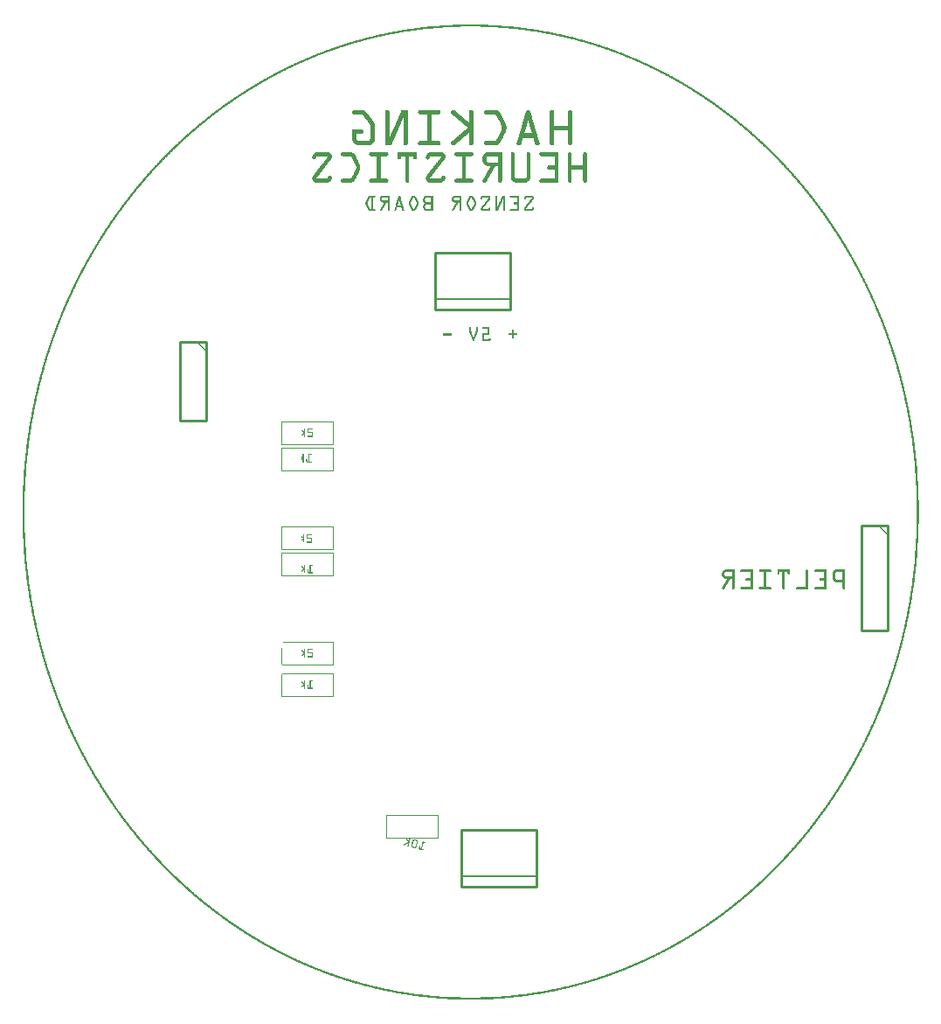
<source format=gbo>
G04 MADE WITH FRITZING*
G04 WWW.FRITZING.ORG*
G04 DOUBLE SIDED*
G04 HOLES PLATED*
G04 CONTOUR ON CENTER OF CONTOUR VECTOR*
%ASAXBY*%
%FSLAX23Y23*%
%MOIN*%
%OFA0B0*%
%SFA1.0B1.0*%
%ADD10C,0.010000*%
%ADD11C,0.005000*%
%ADD12R,0.001000X0.001000*%
%LNSILK0*%
G90*
G70*
G54D10*
X1576Y2847D02*
X1862Y2847D01*
D02*
X1862Y2847D02*
X1862Y2631D01*
D02*
X1862Y2631D02*
X1576Y2631D01*
D02*
X1576Y2631D02*
X1576Y2847D01*
G54D11*
D02*
X1862Y2671D02*
X1576Y2671D01*
G54D10*
D02*
X1676Y647D02*
X1962Y647D01*
D02*
X1962Y647D02*
X1962Y431D01*
D02*
X1962Y431D02*
X1676Y431D01*
D02*
X1676Y431D02*
X1676Y647D01*
G54D11*
D02*
X1962Y471D02*
X1676Y471D01*
G54D10*
D02*
X3300Y1809D02*
X3300Y1409D01*
D02*
X3300Y1409D02*
X3200Y1409D01*
D02*
X3200Y1409D02*
X3200Y1809D01*
D02*
X3200Y1809D02*
X3300Y1809D01*
D02*
X700Y2509D02*
X700Y2209D01*
D02*
X700Y2209D02*
X600Y2209D01*
D02*
X600Y2209D02*
X600Y2509D01*
D02*
X600Y2509D02*
X700Y2509D01*
G54D12*
X1672Y3717D02*
X1749Y3717D01*
X1642Y3716D02*
X1779Y3716D01*
X1622Y3715D02*
X1799Y3715D01*
X1606Y3714D02*
X1815Y3714D01*
X1592Y3713D02*
X1829Y3713D01*
X1579Y3712D02*
X1842Y3712D01*
X1567Y3711D02*
X1854Y3711D01*
X1557Y3710D02*
X1864Y3710D01*
X1547Y3709D02*
X1671Y3709D01*
X1750Y3709D02*
X1874Y3709D01*
X1537Y3708D02*
X1641Y3708D01*
X1780Y3708D02*
X1884Y3708D01*
X1529Y3707D02*
X1621Y3707D01*
X1800Y3707D02*
X1892Y3707D01*
X1520Y3706D02*
X1605Y3706D01*
X1816Y3706D02*
X1901Y3706D01*
X1512Y3705D02*
X1591Y3705D01*
X1830Y3705D02*
X1909Y3705D01*
X1504Y3704D02*
X1578Y3704D01*
X1843Y3704D02*
X1917Y3704D01*
X1497Y3703D02*
X1567Y3703D01*
X1854Y3703D02*
X1924Y3703D01*
X1489Y3702D02*
X1556Y3702D01*
X1865Y3702D02*
X1932Y3702D01*
X1483Y3701D02*
X1546Y3701D01*
X1875Y3701D02*
X1938Y3701D01*
X1476Y3700D02*
X1536Y3700D01*
X1885Y3700D02*
X1945Y3700D01*
X1469Y3699D02*
X1528Y3699D01*
X1893Y3699D02*
X1952Y3699D01*
X1463Y3698D02*
X1519Y3698D01*
X1902Y3698D02*
X1958Y3698D01*
X1456Y3697D02*
X1511Y3697D01*
X1910Y3697D02*
X1965Y3697D01*
X1450Y3696D02*
X1503Y3696D01*
X1918Y3696D02*
X1971Y3696D01*
X1444Y3695D02*
X1496Y3695D01*
X1925Y3695D02*
X1977Y3695D01*
X1439Y3694D02*
X1489Y3694D01*
X1932Y3694D02*
X1982Y3694D01*
X1433Y3693D02*
X1482Y3693D01*
X1939Y3693D02*
X1988Y3693D01*
X1427Y3692D02*
X1475Y3692D01*
X1946Y3692D02*
X1994Y3692D01*
X1422Y3691D02*
X1468Y3691D01*
X1953Y3691D02*
X1999Y3691D01*
X1417Y3690D02*
X1462Y3690D01*
X1959Y3690D02*
X2004Y3690D01*
X1411Y3689D02*
X1456Y3689D01*
X1965Y3689D02*
X2010Y3689D01*
X1406Y3688D02*
X1450Y3688D01*
X1971Y3688D02*
X2015Y3688D01*
X1401Y3687D02*
X1444Y3687D01*
X1977Y3687D02*
X2020Y3687D01*
X1396Y3686D02*
X1438Y3686D01*
X1983Y3686D02*
X2025Y3686D01*
X1391Y3685D02*
X1432Y3685D01*
X1989Y3685D02*
X2030Y3685D01*
X1386Y3684D02*
X1427Y3684D01*
X1994Y3684D02*
X2035Y3684D01*
X1382Y3683D02*
X1421Y3683D01*
X2000Y3683D02*
X2039Y3683D01*
X1377Y3682D02*
X1416Y3682D01*
X2005Y3682D02*
X2044Y3682D01*
X1372Y3681D02*
X1411Y3681D01*
X2010Y3681D02*
X2049Y3681D01*
X1368Y3680D02*
X1406Y3680D01*
X2015Y3680D02*
X2053Y3680D01*
X1363Y3679D02*
X1401Y3679D01*
X2020Y3679D02*
X2058Y3679D01*
X1359Y3678D02*
X1396Y3678D01*
X2025Y3678D02*
X2062Y3678D01*
X1355Y3677D02*
X1391Y3677D01*
X2030Y3677D02*
X2066Y3677D01*
X1350Y3676D02*
X1386Y3676D01*
X2035Y3676D02*
X2071Y3676D01*
X1346Y3675D02*
X1381Y3675D01*
X2040Y3675D02*
X2075Y3675D01*
X1342Y3674D02*
X1377Y3674D01*
X2045Y3674D02*
X2079Y3674D01*
X1338Y3673D02*
X1372Y3673D01*
X2049Y3673D02*
X2083Y3673D01*
X1334Y3672D02*
X1367Y3672D01*
X2054Y3672D02*
X2087Y3672D01*
X1329Y3671D02*
X1363Y3671D01*
X2058Y3671D02*
X2092Y3671D01*
X1325Y3670D02*
X1358Y3670D01*
X2063Y3670D02*
X2096Y3670D01*
X1321Y3669D02*
X1354Y3669D01*
X2067Y3669D02*
X2100Y3669D01*
X1318Y3668D02*
X1350Y3668D01*
X2071Y3668D02*
X2103Y3668D01*
X1314Y3667D02*
X1345Y3667D01*
X2076Y3667D02*
X2107Y3667D01*
X1310Y3666D02*
X1341Y3666D01*
X2080Y3666D02*
X2111Y3666D01*
X1306Y3665D02*
X1337Y3665D01*
X2084Y3665D02*
X2115Y3665D01*
X1302Y3664D02*
X1333Y3664D01*
X2088Y3664D02*
X2119Y3664D01*
X1299Y3663D02*
X1329Y3663D01*
X2092Y3663D02*
X2122Y3663D01*
X1295Y3662D02*
X1325Y3662D01*
X2096Y3662D02*
X2126Y3662D01*
X1291Y3661D02*
X1321Y3661D01*
X2100Y3661D02*
X2130Y3661D01*
X1288Y3660D02*
X1317Y3660D01*
X2104Y3660D02*
X2133Y3660D01*
X1284Y3659D02*
X1313Y3659D01*
X2108Y3659D02*
X2137Y3659D01*
X1280Y3658D02*
X1309Y3658D01*
X2112Y3658D02*
X2141Y3658D01*
X1277Y3657D02*
X1306Y3657D01*
X2115Y3657D02*
X2144Y3657D01*
X1273Y3656D02*
X1302Y3656D01*
X2119Y3656D02*
X2148Y3656D01*
X1270Y3655D02*
X1298Y3655D01*
X2123Y3655D02*
X2151Y3655D01*
X1266Y3654D02*
X1295Y3654D01*
X2126Y3654D02*
X2155Y3654D01*
X1263Y3653D02*
X1291Y3653D01*
X2130Y3653D02*
X2158Y3653D01*
X1260Y3652D02*
X1287Y3652D01*
X2134Y3652D02*
X2161Y3652D01*
X1256Y3651D02*
X1284Y3651D01*
X2137Y3651D02*
X2165Y3651D01*
X1253Y3650D02*
X1280Y3650D01*
X2141Y3650D02*
X2168Y3650D01*
X1250Y3649D02*
X1277Y3649D01*
X2144Y3649D02*
X2171Y3649D01*
X1246Y3648D02*
X1273Y3648D01*
X2148Y3648D02*
X2175Y3648D01*
X1243Y3647D02*
X1270Y3647D01*
X2151Y3647D02*
X2178Y3647D01*
X1240Y3646D02*
X1266Y3646D01*
X2155Y3646D02*
X2181Y3646D01*
X1237Y3645D02*
X1263Y3645D01*
X2158Y3645D02*
X2184Y3645D01*
X1234Y3644D02*
X1259Y3644D01*
X2162Y3644D02*
X2187Y3644D01*
X1230Y3643D02*
X1256Y3643D01*
X2165Y3643D02*
X2191Y3643D01*
X1227Y3642D02*
X1253Y3642D01*
X2168Y3642D02*
X2194Y3642D01*
X1224Y3641D02*
X1249Y3641D01*
X2172Y3641D02*
X2197Y3641D01*
X1221Y3640D02*
X1246Y3640D01*
X2175Y3640D02*
X2200Y3640D01*
X1218Y3639D02*
X1243Y3639D01*
X2178Y3639D02*
X2203Y3639D01*
X1215Y3638D02*
X1240Y3638D01*
X2181Y3638D02*
X2206Y3638D01*
X1212Y3637D02*
X1237Y3637D01*
X2184Y3637D02*
X2209Y3637D01*
X1209Y3636D02*
X1233Y3636D01*
X2188Y3636D02*
X2212Y3636D01*
X1206Y3635D02*
X1230Y3635D01*
X2191Y3635D02*
X2215Y3635D01*
X1203Y3634D02*
X1227Y3634D01*
X2194Y3634D02*
X2218Y3634D01*
X1200Y3633D02*
X1224Y3633D01*
X2197Y3633D02*
X2221Y3633D01*
X1197Y3632D02*
X1221Y3632D01*
X2200Y3632D02*
X2224Y3632D01*
X1194Y3631D02*
X1218Y3631D01*
X2203Y3631D02*
X2227Y3631D01*
X1191Y3630D02*
X1215Y3630D01*
X2206Y3630D02*
X2230Y3630D01*
X1188Y3629D02*
X1212Y3629D01*
X2209Y3629D02*
X2233Y3629D01*
X1186Y3628D02*
X1209Y3628D01*
X2212Y3628D02*
X2235Y3628D01*
X1183Y3627D02*
X1206Y3627D01*
X2215Y3627D02*
X2238Y3627D01*
X1180Y3626D02*
X1203Y3626D01*
X2218Y3626D02*
X2241Y3626D01*
X1177Y3625D02*
X1200Y3625D01*
X2221Y3625D02*
X2244Y3625D01*
X1174Y3624D02*
X1197Y3624D01*
X2224Y3624D02*
X2247Y3624D01*
X1172Y3623D02*
X1194Y3623D01*
X2227Y3623D02*
X2250Y3623D01*
X1169Y3622D02*
X1191Y3622D01*
X2230Y3622D02*
X2252Y3622D01*
X1166Y3621D02*
X1188Y3621D01*
X2233Y3621D02*
X2255Y3621D01*
X1163Y3620D02*
X1185Y3620D01*
X2236Y3620D02*
X2258Y3620D01*
X1160Y3619D02*
X1183Y3619D01*
X2238Y3619D02*
X2261Y3619D01*
X1158Y3618D02*
X1180Y3618D01*
X2241Y3618D02*
X2263Y3618D01*
X1155Y3617D02*
X1177Y3617D01*
X2244Y3617D02*
X2266Y3617D01*
X1153Y3616D02*
X1174Y3616D01*
X2247Y3616D02*
X2269Y3616D01*
X1150Y3615D02*
X1171Y3615D01*
X2250Y3615D02*
X2271Y3615D01*
X1147Y3614D02*
X1169Y3614D01*
X2252Y3614D02*
X2274Y3614D01*
X1145Y3613D02*
X1166Y3613D01*
X2255Y3613D02*
X2276Y3613D01*
X1142Y3612D02*
X1163Y3612D01*
X2258Y3612D02*
X2279Y3612D01*
X1139Y3611D02*
X1161Y3611D01*
X2260Y3611D02*
X2282Y3611D01*
X1137Y3610D02*
X1158Y3610D01*
X2263Y3610D02*
X2284Y3610D01*
X1134Y3609D02*
X1155Y3609D01*
X2266Y3609D02*
X2287Y3609D01*
X1132Y3608D02*
X1153Y3608D01*
X2268Y3608D02*
X2289Y3608D01*
X1129Y3607D02*
X1150Y3607D01*
X2271Y3607D02*
X2292Y3607D01*
X1127Y3606D02*
X1147Y3606D01*
X2274Y3606D02*
X2294Y3606D01*
X1124Y3605D02*
X1145Y3605D01*
X2276Y3605D02*
X2297Y3605D01*
X1121Y3604D02*
X1142Y3604D01*
X2279Y3604D02*
X2300Y3604D01*
X1119Y3603D02*
X1139Y3603D01*
X2282Y3603D02*
X2302Y3603D01*
X1117Y3602D02*
X1137Y3602D01*
X2284Y3602D02*
X2304Y3602D01*
X1114Y3601D02*
X1134Y3601D01*
X2287Y3601D02*
X2307Y3601D01*
X1112Y3600D02*
X1132Y3600D01*
X2289Y3600D02*
X2309Y3600D01*
X1109Y3599D02*
X1129Y3599D01*
X2292Y3599D02*
X2312Y3599D01*
X1107Y3598D02*
X1127Y3598D01*
X2294Y3598D02*
X2314Y3598D01*
X1104Y3597D02*
X1124Y3597D01*
X2297Y3597D02*
X2317Y3597D01*
X1102Y3596D02*
X1122Y3596D01*
X2299Y3596D02*
X2319Y3596D01*
X1099Y3595D02*
X1119Y3595D01*
X2302Y3595D02*
X2322Y3595D01*
X1097Y3594D02*
X1117Y3594D01*
X2304Y3594D02*
X2324Y3594D01*
X1095Y3593D02*
X1114Y3593D01*
X2307Y3593D02*
X2326Y3593D01*
X1092Y3592D02*
X1112Y3592D01*
X2309Y3592D02*
X2329Y3592D01*
X1090Y3591D02*
X1109Y3591D01*
X2312Y3591D02*
X2331Y3591D01*
X1088Y3590D02*
X1107Y3590D01*
X2314Y3590D02*
X2333Y3590D01*
X1085Y3589D02*
X1104Y3589D01*
X2317Y3589D02*
X2336Y3589D01*
X1083Y3588D02*
X1102Y3588D01*
X2319Y3588D02*
X2338Y3588D01*
X1081Y3587D02*
X1100Y3587D01*
X2321Y3587D02*
X2340Y3587D01*
X1078Y3586D02*
X1097Y3586D01*
X2324Y3586D02*
X2343Y3586D01*
X1076Y3585D02*
X1095Y3585D01*
X2326Y3585D02*
X2345Y3585D01*
X1074Y3584D02*
X1092Y3584D01*
X2329Y3584D02*
X2347Y3584D01*
X1071Y3583D02*
X1090Y3583D01*
X2331Y3583D02*
X2350Y3583D01*
X1069Y3582D02*
X1088Y3582D01*
X2333Y3582D02*
X2352Y3582D01*
X1067Y3581D02*
X1085Y3581D01*
X2336Y3581D02*
X2354Y3581D01*
X1064Y3580D02*
X1083Y3580D01*
X2338Y3580D02*
X2357Y3580D01*
X1062Y3579D02*
X1081Y3579D01*
X2340Y3579D02*
X2359Y3579D01*
X1060Y3578D02*
X1078Y3578D01*
X2343Y3578D02*
X2361Y3578D01*
X1058Y3577D02*
X1076Y3577D01*
X2345Y3577D02*
X2363Y3577D01*
X1056Y3576D02*
X1074Y3576D01*
X2347Y3576D02*
X2365Y3576D01*
X1053Y3575D02*
X1072Y3575D01*
X2349Y3575D02*
X2368Y3575D01*
X1051Y3574D02*
X1069Y3574D01*
X2352Y3574D02*
X2370Y3574D01*
X1049Y3573D02*
X1067Y3573D01*
X2354Y3573D02*
X2372Y3573D01*
X1047Y3572D02*
X1065Y3572D01*
X2356Y3572D02*
X2374Y3572D01*
X1045Y3571D02*
X1063Y3571D01*
X2358Y3571D02*
X2376Y3571D01*
X1042Y3570D02*
X1060Y3570D01*
X2361Y3570D02*
X2379Y3570D01*
X1040Y3569D02*
X1058Y3569D01*
X2363Y3569D02*
X2381Y3569D01*
X1038Y3568D02*
X1056Y3568D01*
X2365Y3568D02*
X2383Y3568D01*
X1036Y3567D02*
X1054Y3567D01*
X2367Y3567D02*
X2385Y3567D01*
X1034Y3566D02*
X1052Y3566D01*
X2369Y3566D02*
X2387Y3566D01*
X1032Y3565D02*
X1049Y3565D01*
X2372Y3565D02*
X2389Y3565D01*
X1030Y3564D02*
X1047Y3564D01*
X2374Y3564D02*
X2391Y3564D01*
X1027Y3563D02*
X1045Y3563D01*
X2376Y3563D02*
X2394Y3563D01*
X1025Y3562D02*
X1043Y3562D01*
X2378Y3562D02*
X2396Y3562D01*
X1023Y3561D02*
X1041Y3561D01*
X2380Y3561D02*
X2398Y3561D01*
X1021Y3560D02*
X1039Y3560D01*
X2382Y3560D02*
X2400Y3560D01*
X1019Y3559D02*
X1036Y3559D01*
X2385Y3559D02*
X2402Y3559D01*
X1017Y3558D02*
X1034Y3558D01*
X2387Y3558D02*
X2404Y3558D01*
X1015Y3557D02*
X1032Y3557D01*
X2389Y3557D02*
X2406Y3557D01*
X1013Y3556D02*
X1030Y3556D01*
X2391Y3556D02*
X2408Y3556D01*
X1011Y3555D02*
X1028Y3555D01*
X2393Y3555D02*
X2410Y3555D01*
X1009Y3554D02*
X1026Y3554D01*
X2395Y3554D02*
X2412Y3554D01*
X1007Y3553D02*
X1024Y3553D01*
X2397Y3553D02*
X2414Y3553D01*
X1005Y3552D02*
X1022Y3552D01*
X2399Y3552D02*
X2416Y3552D01*
X1003Y3551D02*
X1020Y3551D01*
X2401Y3551D02*
X2418Y3551D01*
X1001Y3550D02*
X1018Y3550D01*
X2403Y3550D02*
X2420Y3550D01*
X999Y3549D02*
X1015Y3549D01*
X2406Y3549D02*
X2422Y3549D01*
X997Y3548D02*
X1013Y3548D01*
X2408Y3548D02*
X2424Y3548D01*
X995Y3547D02*
X1011Y3547D01*
X2410Y3547D02*
X2426Y3547D01*
X993Y3546D02*
X1009Y3546D01*
X2412Y3546D02*
X2428Y3546D01*
X991Y3545D02*
X1007Y3545D01*
X2414Y3545D02*
X2430Y3545D01*
X989Y3544D02*
X1005Y3544D01*
X2416Y3544D02*
X2432Y3544D01*
X987Y3543D02*
X1003Y3543D01*
X2418Y3543D02*
X2434Y3543D01*
X985Y3542D02*
X1001Y3542D01*
X2420Y3542D02*
X2436Y3542D01*
X983Y3541D02*
X999Y3541D01*
X2422Y3541D02*
X2438Y3541D01*
X981Y3540D02*
X997Y3540D01*
X2424Y3540D02*
X2440Y3540D01*
X979Y3539D02*
X995Y3539D01*
X2426Y3539D02*
X2442Y3539D01*
X977Y3538D02*
X993Y3538D01*
X2428Y3538D02*
X2444Y3538D01*
X975Y3537D02*
X991Y3537D01*
X2430Y3537D02*
X2446Y3537D01*
X973Y3536D02*
X989Y3536D01*
X2432Y3536D02*
X2448Y3536D01*
X971Y3535D02*
X987Y3535D01*
X2434Y3535D02*
X2450Y3535D01*
X969Y3534D02*
X985Y3534D01*
X2436Y3534D02*
X2452Y3534D01*
X967Y3533D02*
X984Y3533D01*
X2437Y3533D02*
X2454Y3533D01*
X966Y3532D02*
X982Y3532D01*
X2439Y3532D02*
X2455Y3532D01*
X964Y3531D02*
X980Y3531D01*
X2441Y3531D02*
X2457Y3531D01*
X962Y3530D02*
X978Y3530D01*
X2443Y3530D02*
X2459Y3530D01*
X960Y3529D02*
X976Y3529D01*
X2445Y3529D02*
X2461Y3529D01*
X958Y3528D02*
X974Y3528D01*
X2447Y3528D02*
X2463Y3528D01*
X956Y3527D02*
X972Y3527D01*
X2449Y3527D02*
X2465Y3527D01*
X954Y3526D02*
X970Y3526D01*
X2451Y3526D02*
X2467Y3526D01*
X952Y3525D02*
X968Y3525D01*
X2453Y3525D02*
X2469Y3525D01*
X951Y3524D02*
X966Y3524D01*
X2455Y3524D02*
X2470Y3524D01*
X949Y3523D02*
X964Y3523D01*
X2457Y3523D02*
X2472Y3523D01*
X947Y3522D02*
X963Y3522D01*
X2458Y3522D02*
X2474Y3522D01*
X945Y3521D02*
X961Y3521D01*
X2460Y3521D02*
X2476Y3521D01*
X943Y3520D02*
X959Y3520D01*
X2462Y3520D02*
X2478Y3520D01*
X941Y3519D02*
X957Y3519D01*
X2464Y3519D02*
X2480Y3519D01*
X940Y3518D02*
X955Y3518D01*
X2466Y3518D02*
X2481Y3518D01*
X938Y3517D02*
X953Y3517D01*
X2468Y3517D02*
X2483Y3517D01*
X936Y3516D02*
X951Y3516D01*
X2470Y3516D02*
X2485Y3516D01*
X934Y3515D02*
X949Y3515D01*
X2472Y3515D02*
X2487Y3515D01*
X932Y3514D02*
X948Y3514D01*
X2473Y3514D02*
X2489Y3514D01*
X931Y3513D02*
X946Y3513D01*
X2475Y3513D02*
X2490Y3513D01*
X929Y3512D02*
X944Y3512D01*
X2477Y3512D02*
X2492Y3512D01*
X927Y3511D02*
X942Y3511D01*
X2479Y3511D02*
X2494Y3511D01*
X925Y3510D02*
X940Y3510D01*
X2481Y3510D02*
X2496Y3510D01*
X923Y3509D02*
X939Y3509D01*
X2482Y3509D02*
X2498Y3509D01*
X922Y3508D02*
X937Y3508D01*
X2484Y3508D02*
X2499Y3508D01*
X920Y3507D02*
X935Y3507D01*
X2486Y3507D02*
X2501Y3507D01*
X918Y3506D02*
X933Y3506D01*
X2488Y3506D02*
X2503Y3506D01*
X916Y3505D02*
X931Y3505D01*
X2490Y3505D02*
X2505Y3505D01*
X915Y3504D02*
X930Y3504D01*
X2491Y3504D02*
X2506Y3504D01*
X913Y3503D02*
X928Y3503D01*
X2493Y3503D02*
X2508Y3503D01*
X911Y3502D02*
X926Y3502D01*
X2495Y3502D02*
X2510Y3502D01*
X909Y3501D02*
X924Y3501D01*
X2497Y3501D02*
X2512Y3501D01*
X908Y3500D02*
X923Y3500D01*
X2498Y3500D02*
X2513Y3500D01*
X906Y3499D02*
X921Y3499D01*
X2500Y3499D02*
X2515Y3499D01*
X904Y3498D02*
X919Y3498D01*
X2502Y3498D02*
X2517Y3498D01*
X903Y3497D02*
X917Y3497D01*
X2504Y3497D02*
X2518Y3497D01*
X901Y3496D02*
X915Y3496D01*
X2506Y3496D02*
X2520Y3496D01*
X899Y3495D02*
X914Y3495D01*
X2507Y3495D02*
X2522Y3495D01*
X897Y3494D02*
X912Y3494D01*
X2509Y3494D02*
X2524Y3494D01*
X896Y3493D02*
X910Y3493D01*
X2511Y3493D02*
X2525Y3493D01*
X894Y3492D02*
X909Y3492D01*
X2512Y3492D02*
X2527Y3492D01*
X892Y3491D02*
X907Y3491D01*
X2514Y3491D02*
X2529Y3491D01*
X891Y3490D02*
X905Y3490D01*
X2516Y3490D02*
X2530Y3490D01*
X889Y3489D02*
X903Y3489D01*
X2518Y3489D02*
X2532Y3489D01*
X887Y3488D02*
X902Y3488D01*
X2519Y3488D02*
X2534Y3488D01*
X886Y3487D02*
X900Y3487D01*
X2521Y3487D02*
X2535Y3487D01*
X884Y3486D02*
X898Y3486D01*
X2523Y3486D02*
X2537Y3486D01*
X882Y3485D02*
X897Y3485D01*
X2524Y3485D02*
X2539Y3485D01*
X881Y3484D02*
X895Y3484D01*
X2526Y3484D02*
X2540Y3484D01*
X879Y3483D02*
X893Y3483D01*
X2528Y3483D02*
X2542Y3483D01*
X877Y3482D02*
X892Y3482D01*
X2529Y3482D02*
X2544Y3482D01*
X876Y3481D02*
X890Y3481D01*
X2531Y3481D02*
X2545Y3481D01*
X874Y3480D02*
X888Y3480D01*
X2533Y3480D02*
X2547Y3480D01*
X873Y3479D02*
X887Y3479D01*
X2534Y3479D02*
X2549Y3479D01*
X871Y3478D02*
X885Y3478D01*
X2536Y3478D02*
X2550Y3478D01*
X869Y3477D02*
X883Y3477D01*
X2538Y3477D02*
X2552Y3477D01*
X868Y3476D02*
X882Y3476D01*
X2539Y3476D02*
X2553Y3476D01*
X866Y3475D02*
X880Y3475D01*
X2541Y3475D02*
X2555Y3475D01*
X864Y3474D02*
X878Y3474D01*
X2543Y3474D02*
X2557Y3474D01*
X863Y3473D02*
X877Y3473D01*
X2544Y3473D02*
X2558Y3473D01*
X861Y3472D02*
X875Y3472D01*
X2546Y3472D02*
X2560Y3472D01*
X860Y3471D02*
X874Y3471D01*
X2548Y3471D02*
X2561Y3471D01*
X858Y3470D02*
X872Y3470D01*
X2549Y3470D02*
X2563Y3470D01*
X856Y3469D02*
X870Y3469D01*
X2551Y3469D02*
X2565Y3469D01*
X855Y3468D02*
X869Y3468D01*
X2552Y3468D02*
X2566Y3468D01*
X853Y3467D02*
X867Y3467D01*
X2554Y3467D02*
X2568Y3467D01*
X852Y3466D02*
X865Y3466D01*
X2556Y3466D02*
X2569Y3466D01*
X850Y3465D02*
X864Y3465D01*
X2557Y3465D02*
X2571Y3465D01*
X848Y3464D02*
X862Y3464D01*
X2559Y3464D02*
X2573Y3464D01*
X847Y3463D02*
X861Y3463D01*
X2560Y3463D02*
X2574Y3463D01*
X845Y3462D02*
X859Y3462D01*
X2562Y3462D02*
X2576Y3462D01*
X844Y3461D02*
X857Y3461D01*
X2564Y3461D02*
X2577Y3461D01*
X842Y3460D02*
X856Y3460D01*
X2565Y3460D02*
X2579Y3460D01*
X841Y3459D02*
X854Y3459D01*
X2567Y3459D02*
X2580Y3459D01*
X839Y3458D02*
X853Y3458D01*
X2568Y3458D02*
X2582Y3458D01*
X838Y3457D02*
X851Y3457D01*
X2570Y3457D02*
X2583Y3457D01*
X836Y3456D02*
X850Y3456D01*
X2571Y3456D02*
X2585Y3456D01*
X834Y3455D02*
X848Y3455D01*
X2573Y3455D02*
X2587Y3455D01*
X833Y3454D02*
X846Y3454D01*
X2575Y3454D02*
X2588Y3454D01*
X831Y3453D02*
X845Y3453D01*
X2576Y3453D02*
X2590Y3453D01*
X830Y3452D02*
X843Y3452D01*
X2578Y3452D02*
X2591Y3452D01*
X828Y3451D02*
X842Y3451D01*
X2579Y3451D02*
X2593Y3451D01*
X827Y3450D02*
X840Y3450D01*
X2581Y3450D02*
X2594Y3450D01*
X825Y3449D02*
X839Y3449D01*
X2582Y3449D02*
X2596Y3449D01*
X824Y3448D02*
X837Y3448D01*
X2584Y3448D02*
X2597Y3448D01*
X822Y3447D02*
X836Y3447D01*
X2585Y3447D02*
X2599Y3447D01*
X821Y3446D02*
X834Y3446D01*
X2587Y3446D02*
X2600Y3446D01*
X819Y3445D02*
X833Y3445D01*
X2588Y3445D02*
X2602Y3445D01*
X818Y3444D02*
X831Y3444D01*
X2590Y3444D02*
X2603Y3444D01*
X816Y3443D02*
X829Y3443D01*
X2592Y3443D02*
X2605Y3443D01*
X815Y3442D02*
X828Y3442D01*
X2593Y3442D02*
X2606Y3442D01*
X813Y3441D02*
X826Y3441D01*
X2595Y3441D02*
X2608Y3441D01*
X812Y3440D02*
X825Y3440D01*
X2596Y3440D02*
X2609Y3440D01*
X810Y3439D02*
X823Y3439D01*
X2598Y3439D02*
X2611Y3439D01*
X809Y3438D02*
X822Y3438D01*
X2599Y3438D02*
X2612Y3438D01*
X807Y3437D02*
X820Y3437D01*
X2601Y3437D02*
X2614Y3437D01*
X806Y3436D02*
X819Y3436D01*
X2602Y3436D02*
X2615Y3436D01*
X804Y3435D02*
X817Y3435D01*
X2604Y3435D02*
X2617Y3435D01*
X803Y3434D02*
X816Y3434D01*
X2605Y3434D02*
X2618Y3434D01*
X801Y3433D02*
X815Y3433D01*
X2606Y3433D02*
X2620Y3433D01*
X800Y3432D02*
X813Y3432D01*
X2608Y3432D02*
X2621Y3432D01*
X799Y3431D02*
X812Y3431D01*
X2609Y3431D02*
X2622Y3431D01*
X797Y3430D02*
X810Y3430D01*
X2611Y3430D02*
X2624Y3430D01*
X796Y3429D02*
X809Y3429D01*
X2612Y3429D02*
X2625Y3429D01*
X794Y3428D02*
X807Y3428D01*
X2614Y3428D02*
X2627Y3428D01*
X793Y3427D02*
X806Y3427D01*
X2615Y3427D02*
X2628Y3427D01*
X791Y3426D02*
X804Y3426D01*
X2617Y3426D02*
X2630Y3426D01*
X790Y3425D02*
X803Y3425D01*
X2618Y3425D02*
X2631Y3425D01*
X788Y3424D02*
X801Y3424D01*
X2620Y3424D02*
X2633Y3424D01*
X787Y3423D02*
X800Y3423D01*
X2621Y3423D02*
X2634Y3423D01*
X786Y3422D02*
X798Y3422D01*
X2623Y3422D02*
X2635Y3422D01*
X784Y3421D02*
X797Y3421D01*
X2624Y3421D02*
X2637Y3421D01*
X783Y3420D02*
X795Y3420D01*
X2626Y3420D02*
X2638Y3420D01*
X781Y3419D02*
X794Y3419D01*
X2627Y3419D02*
X2640Y3419D01*
X780Y3418D02*
X793Y3418D01*
X2628Y3418D02*
X2641Y3418D01*
X778Y3417D02*
X791Y3417D01*
X2630Y3417D02*
X2643Y3417D01*
X777Y3416D02*
X790Y3416D01*
X2631Y3416D02*
X2644Y3416D01*
X776Y3415D02*
X788Y3415D01*
X2633Y3415D02*
X2645Y3415D01*
X774Y3414D02*
X787Y3414D01*
X2634Y3414D02*
X2647Y3414D01*
X773Y3413D02*
X786Y3413D01*
X2635Y3413D02*
X2648Y3413D01*
X771Y3412D02*
X784Y3412D01*
X2637Y3412D02*
X2650Y3412D01*
X770Y3411D02*
X783Y3411D01*
X2638Y3411D02*
X2651Y3411D01*
X769Y3410D02*
X781Y3410D01*
X2640Y3410D02*
X2652Y3410D01*
X767Y3409D02*
X780Y3409D01*
X2641Y3409D02*
X2654Y3409D01*
X766Y3408D02*
X779Y3408D01*
X2642Y3408D02*
X2655Y3408D01*
X765Y3407D02*
X777Y3407D01*
X2644Y3407D02*
X2656Y3407D01*
X763Y3406D02*
X776Y3406D01*
X2645Y3406D02*
X2658Y3406D01*
X762Y3405D02*
X774Y3405D01*
X2647Y3405D02*
X2659Y3405D01*
X760Y3404D02*
X773Y3404D01*
X2648Y3404D02*
X2661Y3404D01*
X759Y3403D02*
X772Y3403D01*
X2649Y3403D02*
X2662Y3403D01*
X758Y3402D02*
X770Y3402D01*
X2651Y3402D02*
X2663Y3402D01*
X756Y3401D02*
X769Y3401D01*
X2652Y3401D02*
X2665Y3401D01*
X755Y3400D02*
X767Y3400D01*
X2654Y3400D02*
X2666Y3400D01*
X754Y3399D02*
X766Y3399D01*
X2655Y3399D02*
X2667Y3399D01*
X752Y3398D02*
X765Y3398D01*
X2656Y3398D02*
X2669Y3398D01*
X751Y3397D02*
X763Y3397D01*
X2658Y3397D02*
X2670Y3397D01*
X750Y3396D02*
X762Y3396D01*
X2659Y3396D02*
X2671Y3396D01*
X748Y3395D02*
X760Y3395D01*
X2661Y3395D02*
X2673Y3395D01*
X747Y3394D02*
X759Y3394D01*
X2662Y3394D02*
X2674Y3394D01*
X746Y3393D02*
X758Y3393D01*
X2663Y3393D02*
X2675Y3393D01*
X744Y3392D02*
X756Y3392D01*
X2665Y3392D02*
X2677Y3392D01*
X743Y3391D02*
X755Y3391D01*
X1264Y3391D02*
X1299Y3391D01*
X1390Y3391D02*
X1396Y3391D01*
X1448Y3391D02*
X1470Y3391D01*
X1516Y3391D02*
X1591Y3391D01*
X1641Y3391D02*
X1647Y3391D01*
X1710Y3391D02*
X1716Y3391D01*
X1767Y3391D02*
X1808Y3391D01*
X1927Y3391D02*
X1933Y3391D01*
X2018Y3391D02*
X2024Y3391D01*
X2087Y3391D02*
X2093Y3391D01*
X2666Y3391D02*
X2678Y3391D01*
X742Y3390D02*
X754Y3390D01*
X1263Y3390D02*
X1303Y3390D01*
X1388Y3390D02*
X1398Y3390D01*
X1447Y3390D02*
X1470Y3390D01*
X1514Y3390D02*
X1592Y3390D01*
X1639Y3390D02*
X1649Y3390D01*
X1708Y3390D02*
X1718Y3390D01*
X1765Y3390D02*
X1811Y3390D01*
X1925Y3390D02*
X1935Y3390D01*
X2016Y3390D02*
X2026Y3390D01*
X2085Y3390D02*
X2095Y3390D01*
X2667Y3390D02*
X2679Y3390D01*
X740Y3389D02*
X752Y3389D01*
X1262Y3389D02*
X1305Y3389D01*
X1387Y3389D02*
X1399Y3389D01*
X1447Y3389D02*
X1470Y3389D01*
X1513Y3389D02*
X1593Y3389D01*
X1638Y3389D02*
X1650Y3389D01*
X1707Y3389D02*
X1719Y3389D01*
X1764Y3389D02*
X1813Y3389D01*
X1924Y3389D02*
X1936Y3389D01*
X2015Y3389D02*
X2027Y3389D01*
X2084Y3389D02*
X2096Y3389D01*
X2669Y3389D02*
X2681Y3389D01*
X739Y3388D02*
X751Y3388D01*
X1261Y3388D02*
X1307Y3388D01*
X1386Y3388D02*
X1400Y3388D01*
X1446Y3388D02*
X1470Y3388D01*
X1512Y3388D02*
X1594Y3388D01*
X1637Y3388D02*
X1651Y3388D01*
X1706Y3388D02*
X1720Y3388D01*
X1763Y3388D02*
X1815Y3388D01*
X1923Y3388D02*
X1937Y3388D01*
X2014Y3388D02*
X2028Y3388D01*
X2083Y3388D02*
X2097Y3388D01*
X2670Y3388D02*
X2682Y3388D01*
X738Y3387D02*
X750Y3387D01*
X1260Y3387D02*
X1308Y3387D01*
X1386Y3387D02*
X1400Y3387D01*
X1446Y3387D02*
X1470Y3387D01*
X1511Y3387D02*
X1595Y3387D01*
X1637Y3387D02*
X1653Y3387D01*
X1706Y3387D02*
X1720Y3387D01*
X1762Y3387D02*
X1817Y3387D01*
X1923Y3387D02*
X1937Y3387D01*
X2014Y3387D02*
X2028Y3387D01*
X2083Y3387D02*
X2097Y3387D01*
X2671Y3387D02*
X2683Y3387D01*
X736Y3386D02*
X748Y3386D01*
X1260Y3386D02*
X1309Y3386D01*
X1385Y3386D02*
X1401Y3386D01*
X1445Y3386D02*
X1470Y3386D01*
X1511Y3386D02*
X1595Y3386D01*
X1636Y3386D02*
X1654Y3386D01*
X1705Y3386D02*
X1721Y3386D01*
X1762Y3386D02*
X1818Y3386D01*
X1922Y3386D02*
X1938Y3386D01*
X2013Y3386D02*
X2029Y3386D01*
X2082Y3386D02*
X2098Y3386D01*
X2673Y3386D02*
X2685Y3386D01*
X735Y3385D02*
X747Y3385D01*
X1259Y3385D02*
X1310Y3385D01*
X1385Y3385D02*
X1401Y3385D01*
X1445Y3385D02*
X1470Y3385D01*
X1510Y3385D02*
X1596Y3385D01*
X1636Y3385D02*
X1655Y3385D01*
X1705Y3385D02*
X1721Y3385D01*
X1762Y3385D02*
X1819Y3385D01*
X1922Y3385D02*
X1938Y3385D01*
X2013Y3385D02*
X2029Y3385D01*
X2082Y3385D02*
X2098Y3385D01*
X2674Y3385D02*
X2686Y3385D01*
X734Y3384D02*
X746Y3384D01*
X1259Y3384D02*
X1312Y3384D01*
X1385Y3384D02*
X1401Y3384D01*
X1445Y3384D02*
X1470Y3384D01*
X1510Y3384D02*
X1596Y3384D01*
X1636Y3384D02*
X1656Y3384D01*
X1705Y3384D02*
X1721Y3384D01*
X1762Y3384D02*
X1821Y3384D01*
X1922Y3384D02*
X1938Y3384D01*
X2013Y3384D02*
X2029Y3384D01*
X2082Y3384D02*
X2098Y3384D01*
X2675Y3384D02*
X2687Y3384D01*
X732Y3383D02*
X744Y3383D01*
X1259Y3383D02*
X1312Y3383D01*
X1385Y3383D02*
X1401Y3383D01*
X1444Y3383D02*
X1470Y3383D01*
X1510Y3383D02*
X1596Y3383D01*
X1636Y3383D02*
X1657Y3383D01*
X1705Y3383D02*
X1721Y3383D01*
X1761Y3383D02*
X1822Y3383D01*
X1921Y3383D02*
X1939Y3383D01*
X2013Y3383D02*
X2029Y3383D01*
X2082Y3383D02*
X2098Y3383D01*
X2677Y3383D02*
X2689Y3383D01*
X731Y3382D02*
X743Y3382D01*
X1259Y3382D02*
X1313Y3382D01*
X1385Y3382D02*
X1401Y3382D01*
X1444Y3382D02*
X1470Y3382D01*
X1510Y3382D02*
X1596Y3382D01*
X1636Y3382D02*
X1658Y3382D01*
X1705Y3382D02*
X1721Y3382D01*
X1762Y3382D02*
X1822Y3382D01*
X1921Y3382D02*
X1939Y3382D01*
X2013Y3382D02*
X2029Y3382D01*
X2082Y3382D02*
X2098Y3382D01*
X2678Y3382D02*
X2690Y3382D01*
X730Y3381D02*
X742Y3381D01*
X1259Y3381D02*
X1314Y3381D01*
X1385Y3381D02*
X1401Y3381D01*
X1443Y3381D02*
X1470Y3381D01*
X1510Y3381D02*
X1596Y3381D01*
X1636Y3381D02*
X1660Y3381D01*
X1705Y3381D02*
X1721Y3381D01*
X1762Y3381D02*
X1823Y3381D01*
X1921Y3381D02*
X1939Y3381D01*
X2013Y3381D02*
X2029Y3381D01*
X2082Y3381D02*
X2098Y3381D01*
X2679Y3381D02*
X2691Y3381D01*
X728Y3380D02*
X740Y3380D01*
X1260Y3380D02*
X1315Y3380D01*
X1385Y3380D02*
X1401Y3380D01*
X1443Y3380D02*
X1470Y3380D01*
X1511Y3380D02*
X1595Y3380D01*
X1636Y3380D02*
X1661Y3380D01*
X1705Y3380D02*
X1721Y3380D01*
X1762Y3380D02*
X1824Y3380D01*
X1920Y3380D02*
X1939Y3380D01*
X2013Y3380D02*
X2029Y3380D01*
X2082Y3380D02*
X2098Y3380D01*
X2681Y3380D02*
X2693Y3380D01*
X727Y3379D02*
X739Y3379D01*
X1260Y3379D02*
X1316Y3379D01*
X1385Y3379D02*
X1401Y3379D01*
X1442Y3379D02*
X1470Y3379D01*
X1511Y3379D02*
X1595Y3379D01*
X1637Y3379D02*
X1662Y3379D01*
X1705Y3379D02*
X1721Y3379D01*
X1762Y3379D02*
X1824Y3379D01*
X1920Y3379D02*
X1940Y3379D01*
X2013Y3379D02*
X2029Y3379D01*
X2082Y3379D02*
X2098Y3379D01*
X2682Y3379D02*
X2694Y3379D01*
X726Y3378D02*
X738Y3378D01*
X1261Y3378D02*
X1316Y3378D01*
X1385Y3378D02*
X1401Y3378D01*
X1442Y3378D02*
X1470Y3378D01*
X1512Y3378D02*
X1594Y3378D01*
X1637Y3378D02*
X1663Y3378D01*
X1705Y3378D02*
X1721Y3378D01*
X1763Y3378D02*
X1825Y3378D01*
X1920Y3378D02*
X1940Y3378D01*
X2013Y3378D02*
X2029Y3378D01*
X2082Y3378D02*
X2098Y3378D01*
X2683Y3378D02*
X2695Y3378D01*
X724Y3377D02*
X736Y3377D01*
X1261Y3377D02*
X1317Y3377D01*
X1385Y3377D02*
X1401Y3377D01*
X1442Y3377D02*
X1470Y3377D01*
X1513Y3377D02*
X1593Y3377D01*
X1638Y3377D02*
X1664Y3377D01*
X1705Y3377D02*
X1721Y3377D01*
X1764Y3377D02*
X1825Y3377D01*
X1920Y3377D02*
X1940Y3377D01*
X2013Y3377D02*
X2029Y3377D01*
X2082Y3377D02*
X2098Y3377D01*
X2685Y3377D02*
X2697Y3377D01*
X723Y3376D02*
X735Y3376D01*
X1263Y3376D02*
X1318Y3376D01*
X1385Y3376D02*
X1401Y3376D01*
X1441Y3376D02*
X1470Y3376D01*
X1514Y3376D02*
X1592Y3376D01*
X1639Y3376D02*
X1665Y3376D01*
X1705Y3376D02*
X1721Y3376D01*
X1765Y3376D02*
X1826Y3376D01*
X1919Y3376D02*
X1941Y3376D01*
X2013Y3376D02*
X2029Y3376D01*
X2082Y3376D02*
X2098Y3376D01*
X2686Y3376D02*
X2698Y3376D01*
X722Y3375D02*
X734Y3375D01*
X1264Y3375D02*
X1319Y3375D01*
X1385Y3375D02*
X1401Y3375D01*
X1441Y3375D02*
X1470Y3375D01*
X1515Y3375D02*
X1591Y3375D01*
X1640Y3375D02*
X1667Y3375D01*
X1705Y3375D02*
X1721Y3375D01*
X1767Y3375D02*
X1826Y3375D01*
X1919Y3375D02*
X1941Y3375D01*
X2013Y3375D02*
X2029Y3375D01*
X2082Y3375D02*
X2098Y3375D01*
X2687Y3375D02*
X2699Y3375D01*
X720Y3374D02*
X733Y3374D01*
X1295Y3374D02*
X1320Y3374D01*
X1385Y3374D02*
X1401Y3374D01*
X1440Y3374D02*
X1470Y3374D01*
X1545Y3374D02*
X1562Y3374D01*
X1642Y3374D02*
X1668Y3374D01*
X1705Y3374D02*
X1721Y3374D01*
X1804Y3374D02*
X1827Y3374D01*
X1919Y3374D02*
X1941Y3374D01*
X2013Y3374D02*
X2029Y3374D01*
X2082Y3374D02*
X2098Y3374D01*
X2689Y3374D02*
X2701Y3374D01*
X719Y3373D02*
X731Y3373D01*
X1298Y3373D02*
X1320Y3373D01*
X1385Y3373D02*
X1401Y3373D01*
X1440Y3373D02*
X1470Y3373D01*
X1545Y3373D02*
X1561Y3373D01*
X1643Y3373D02*
X1669Y3373D01*
X1705Y3373D02*
X1721Y3373D01*
X1807Y3373D02*
X1827Y3373D01*
X1918Y3373D02*
X1941Y3373D01*
X2013Y3373D02*
X2029Y3373D01*
X2082Y3373D02*
X2098Y3373D01*
X2690Y3373D02*
X2702Y3373D01*
X718Y3372D02*
X730Y3372D01*
X1299Y3372D02*
X1321Y3372D01*
X1385Y3372D02*
X1401Y3372D01*
X1439Y3372D02*
X1470Y3372D01*
X1545Y3372D02*
X1561Y3372D01*
X1644Y3372D02*
X1670Y3372D01*
X1705Y3372D02*
X1721Y3372D01*
X1808Y3372D02*
X1828Y3372D01*
X1918Y3372D02*
X1942Y3372D01*
X2013Y3372D02*
X2029Y3372D01*
X2082Y3372D02*
X2098Y3372D01*
X2691Y3372D02*
X2703Y3372D01*
X717Y3371D02*
X729Y3371D01*
X1300Y3371D02*
X1322Y3371D01*
X1385Y3371D02*
X1401Y3371D01*
X1439Y3371D02*
X1470Y3371D01*
X1545Y3371D02*
X1561Y3371D01*
X1645Y3371D02*
X1671Y3371D01*
X1705Y3371D02*
X1721Y3371D01*
X1809Y3371D02*
X1828Y3371D01*
X1918Y3371D02*
X1942Y3371D01*
X2013Y3371D02*
X2029Y3371D01*
X2082Y3371D02*
X2098Y3371D01*
X2692Y3371D02*
X2704Y3371D01*
X715Y3370D02*
X727Y3370D01*
X1301Y3370D02*
X1323Y3370D01*
X1385Y3370D02*
X1401Y3370D01*
X1438Y3370D02*
X1470Y3370D01*
X1545Y3370D02*
X1561Y3370D01*
X1646Y3370D02*
X1672Y3370D01*
X1705Y3370D02*
X1721Y3370D01*
X1810Y3370D02*
X1829Y3370D01*
X1917Y3370D02*
X1942Y3370D01*
X2013Y3370D02*
X2029Y3370D01*
X2082Y3370D02*
X2098Y3370D01*
X2694Y3370D02*
X2706Y3370D01*
X714Y3369D02*
X726Y3369D01*
X1302Y3369D02*
X1323Y3369D01*
X1385Y3369D02*
X1401Y3369D01*
X1438Y3369D02*
X1470Y3369D01*
X1545Y3369D02*
X1561Y3369D01*
X1647Y3369D02*
X1674Y3369D01*
X1705Y3369D02*
X1721Y3369D01*
X1810Y3369D02*
X1829Y3369D01*
X1917Y3369D02*
X1943Y3369D01*
X2013Y3369D02*
X2029Y3369D01*
X2082Y3369D02*
X2098Y3369D01*
X2695Y3369D02*
X2707Y3369D01*
X713Y3368D02*
X725Y3368D01*
X1303Y3368D02*
X1324Y3368D01*
X1385Y3368D02*
X1401Y3368D01*
X1438Y3368D02*
X1470Y3368D01*
X1545Y3368D02*
X1561Y3368D01*
X1649Y3368D02*
X1675Y3368D01*
X1705Y3368D02*
X1721Y3368D01*
X1811Y3368D02*
X1830Y3368D01*
X1917Y3368D02*
X1943Y3368D01*
X2013Y3368D02*
X2029Y3368D01*
X2082Y3368D02*
X2098Y3368D01*
X2696Y3368D02*
X2708Y3368D01*
X712Y3367D02*
X723Y3367D01*
X1304Y3367D02*
X1325Y3367D01*
X1385Y3367D02*
X1401Y3367D01*
X1437Y3367D02*
X1470Y3367D01*
X1545Y3367D02*
X1561Y3367D01*
X1650Y3367D02*
X1676Y3367D01*
X1705Y3367D02*
X1721Y3367D01*
X1811Y3367D02*
X1830Y3367D01*
X1917Y3367D02*
X1943Y3367D01*
X2013Y3367D02*
X2029Y3367D01*
X2082Y3367D02*
X2098Y3367D01*
X2698Y3367D02*
X2709Y3367D01*
X710Y3366D02*
X722Y3366D01*
X1304Y3366D02*
X1326Y3366D01*
X1385Y3366D02*
X1401Y3366D01*
X1437Y3366D02*
X1470Y3366D01*
X1545Y3366D02*
X1561Y3366D01*
X1651Y3366D02*
X1677Y3366D01*
X1705Y3366D02*
X1721Y3366D01*
X1812Y3366D02*
X1831Y3366D01*
X1916Y3366D02*
X1944Y3366D01*
X2013Y3366D02*
X2029Y3366D01*
X2082Y3366D02*
X2098Y3366D01*
X2699Y3366D02*
X2711Y3366D01*
X709Y3365D02*
X721Y3365D01*
X1305Y3365D02*
X1326Y3365D01*
X1385Y3365D02*
X1401Y3365D01*
X1436Y3365D02*
X1470Y3365D01*
X1545Y3365D02*
X1561Y3365D01*
X1652Y3365D02*
X1678Y3365D01*
X1705Y3365D02*
X1721Y3365D01*
X1812Y3365D02*
X1831Y3365D01*
X1916Y3365D02*
X1944Y3365D01*
X2013Y3365D02*
X2029Y3365D01*
X2082Y3365D02*
X2098Y3365D01*
X2700Y3365D02*
X2712Y3365D01*
X708Y3364D02*
X720Y3364D01*
X1306Y3364D02*
X1327Y3364D01*
X1385Y3364D02*
X1401Y3364D01*
X1436Y3364D02*
X1470Y3364D01*
X1545Y3364D02*
X1561Y3364D01*
X1653Y3364D02*
X1679Y3364D01*
X1705Y3364D02*
X1721Y3364D01*
X1813Y3364D02*
X1832Y3364D01*
X1916Y3364D02*
X1944Y3364D01*
X2013Y3364D02*
X2029Y3364D01*
X2082Y3364D02*
X2098Y3364D01*
X2701Y3364D02*
X2713Y3364D01*
X706Y3363D02*
X718Y3363D01*
X1307Y3363D02*
X1328Y3363D01*
X1385Y3363D02*
X1401Y3363D01*
X1435Y3363D02*
X1470Y3363D01*
X1545Y3363D02*
X1561Y3363D01*
X1654Y3363D02*
X1681Y3363D01*
X1705Y3363D02*
X1721Y3363D01*
X1813Y3363D02*
X1832Y3363D01*
X1915Y3363D02*
X1944Y3363D01*
X2013Y3363D02*
X2029Y3363D01*
X2082Y3363D02*
X2098Y3363D01*
X2703Y3363D02*
X2715Y3363D01*
X705Y3362D02*
X717Y3362D01*
X1307Y3362D02*
X1329Y3362D01*
X1385Y3362D02*
X1401Y3362D01*
X1435Y3362D02*
X1470Y3362D01*
X1545Y3362D02*
X1561Y3362D01*
X1656Y3362D02*
X1682Y3362D01*
X1705Y3362D02*
X1721Y3362D01*
X1814Y3362D02*
X1833Y3362D01*
X1915Y3362D02*
X1945Y3362D01*
X2013Y3362D02*
X2029Y3362D01*
X2082Y3362D02*
X2098Y3362D01*
X2704Y3362D02*
X2716Y3362D01*
X704Y3361D02*
X716Y3361D01*
X1308Y3361D02*
X1330Y3361D01*
X1385Y3361D02*
X1401Y3361D01*
X1435Y3361D02*
X1470Y3361D01*
X1545Y3361D02*
X1561Y3361D01*
X1657Y3361D02*
X1683Y3361D01*
X1705Y3361D02*
X1721Y3361D01*
X1814Y3361D02*
X1833Y3361D01*
X1915Y3361D02*
X1945Y3361D01*
X2013Y3361D02*
X2029Y3361D01*
X2082Y3361D02*
X2098Y3361D01*
X2705Y3361D02*
X2717Y3361D01*
X703Y3360D02*
X714Y3360D01*
X1309Y3360D02*
X1330Y3360D01*
X1385Y3360D02*
X1401Y3360D01*
X1434Y3360D02*
X1470Y3360D01*
X1545Y3360D02*
X1561Y3360D01*
X1658Y3360D02*
X1684Y3360D01*
X1705Y3360D02*
X1721Y3360D01*
X1815Y3360D02*
X1834Y3360D01*
X1915Y3360D02*
X1945Y3360D01*
X2013Y3360D02*
X2029Y3360D01*
X2082Y3360D02*
X2098Y3360D01*
X2707Y3360D02*
X2718Y3360D01*
X701Y3359D02*
X713Y3359D01*
X1310Y3359D02*
X1331Y3359D01*
X1385Y3359D02*
X1401Y3359D01*
X1434Y3359D02*
X1452Y3359D01*
X1454Y3359D02*
X1470Y3359D01*
X1545Y3359D02*
X1561Y3359D01*
X1659Y3359D02*
X1685Y3359D01*
X1705Y3359D02*
X1721Y3359D01*
X1816Y3359D02*
X1834Y3359D01*
X1914Y3359D02*
X1946Y3359D01*
X2013Y3359D02*
X2029Y3359D01*
X2082Y3359D02*
X2098Y3359D01*
X2708Y3359D02*
X2720Y3359D01*
X700Y3358D02*
X712Y3358D01*
X1311Y3358D02*
X1332Y3358D01*
X1385Y3358D02*
X1401Y3358D01*
X1433Y3358D02*
X1451Y3358D01*
X1454Y3358D02*
X1470Y3358D01*
X1545Y3358D02*
X1561Y3358D01*
X1660Y3358D02*
X1686Y3358D01*
X1705Y3358D02*
X1721Y3358D01*
X1816Y3358D02*
X1835Y3358D01*
X1914Y3358D02*
X1946Y3358D01*
X2013Y3358D02*
X2029Y3358D01*
X2082Y3358D02*
X2098Y3358D01*
X2709Y3358D02*
X2721Y3358D01*
X699Y3357D02*
X711Y3357D01*
X1311Y3357D02*
X1333Y3357D01*
X1385Y3357D02*
X1401Y3357D01*
X1433Y3357D02*
X1451Y3357D01*
X1454Y3357D02*
X1470Y3357D01*
X1545Y3357D02*
X1561Y3357D01*
X1662Y3357D02*
X1688Y3357D01*
X1705Y3357D02*
X1721Y3357D01*
X1817Y3357D02*
X1835Y3357D01*
X1914Y3357D02*
X1946Y3357D01*
X2013Y3357D02*
X2029Y3357D01*
X2082Y3357D02*
X2098Y3357D01*
X2710Y3357D02*
X2722Y3357D01*
X698Y3356D02*
X709Y3356D01*
X1312Y3356D02*
X1333Y3356D01*
X1385Y3356D02*
X1401Y3356D01*
X1432Y3356D02*
X1451Y3356D01*
X1454Y3356D02*
X1470Y3356D01*
X1545Y3356D02*
X1561Y3356D01*
X1663Y3356D02*
X1689Y3356D01*
X1705Y3356D02*
X1721Y3356D01*
X1817Y3356D02*
X1836Y3356D01*
X1913Y3356D02*
X1946Y3356D01*
X2013Y3356D02*
X2029Y3356D01*
X2082Y3356D02*
X2098Y3356D01*
X2712Y3356D02*
X2723Y3356D01*
X696Y3355D02*
X708Y3355D01*
X1313Y3355D02*
X1334Y3355D01*
X1385Y3355D02*
X1401Y3355D01*
X1432Y3355D02*
X1450Y3355D01*
X1454Y3355D02*
X1470Y3355D01*
X1545Y3355D02*
X1561Y3355D01*
X1664Y3355D02*
X1690Y3355D01*
X1705Y3355D02*
X1721Y3355D01*
X1818Y3355D02*
X1836Y3355D01*
X1913Y3355D02*
X1947Y3355D01*
X2013Y3355D02*
X2029Y3355D01*
X2082Y3355D02*
X2098Y3355D01*
X2713Y3355D02*
X2725Y3355D01*
X695Y3354D02*
X707Y3354D01*
X1314Y3354D02*
X1335Y3354D01*
X1385Y3354D02*
X1401Y3354D01*
X1431Y3354D02*
X1450Y3354D01*
X1454Y3354D02*
X1470Y3354D01*
X1545Y3354D02*
X1561Y3354D01*
X1665Y3354D02*
X1691Y3354D01*
X1705Y3354D02*
X1721Y3354D01*
X1818Y3354D02*
X1837Y3354D01*
X1913Y3354D02*
X1947Y3354D01*
X2013Y3354D02*
X2029Y3354D01*
X2082Y3354D02*
X2098Y3354D01*
X2714Y3354D02*
X2726Y3354D01*
X694Y3353D02*
X706Y3353D01*
X1315Y3353D02*
X1336Y3353D01*
X1385Y3353D02*
X1401Y3353D01*
X1431Y3353D02*
X1449Y3353D01*
X1454Y3353D02*
X1470Y3353D01*
X1545Y3353D02*
X1561Y3353D01*
X1666Y3353D02*
X1692Y3353D01*
X1705Y3353D02*
X1721Y3353D01*
X1819Y3353D02*
X1837Y3353D01*
X1913Y3353D02*
X1947Y3353D01*
X2013Y3353D02*
X2029Y3353D01*
X2082Y3353D02*
X2098Y3353D01*
X2715Y3353D02*
X2727Y3353D01*
X693Y3352D02*
X704Y3352D01*
X1315Y3352D02*
X1337Y3352D01*
X1385Y3352D02*
X1401Y3352D01*
X1431Y3352D02*
X1449Y3352D01*
X1454Y3352D02*
X1470Y3352D01*
X1545Y3352D02*
X1561Y3352D01*
X1667Y3352D02*
X1693Y3352D01*
X1705Y3352D02*
X1721Y3352D01*
X1819Y3352D02*
X1838Y3352D01*
X1912Y3352D02*
X1948Y3352D01*
X2013Y3352D02*
X2029Y3352D01*
X2082Y3352D02*
X2098Y3352D01*
X2717Y3352D02*
X2728Y3352D01*
X691Y3351D02*
X703Y3351D01*
X1316Y3351D02*
X1337Y3351D01*
X1385Y3351D02*
X1401Y3351D01*
X1430Y3351D02*
X1448Y3351D01*
X1454Y3351D02*
X1470Y3351D01*
X1545Y3351D02*
X1561Y3351D01*
X1669Y3351D02*
X1695Y3351D01*
X1705Y3351D02*
X1721Y3351D01*
X1820Y3351D02*
X1838Y3351D01*
X1912Y3351D02*
X1948Y3351D01*
X2013Y3351D02*
X2029Y3351D01*
X2082Y3351D02*
X2098Y3351D01*
X2718Y3351D02*
X2730Y3351D01*
X690Y3350D02*
X702Y3350D01*
X1317Y3350D02*
X1338Y3350D01*
X1385Y3350D02*
X1401Y3350D01*
X1430Y3350D02*
X1448Y3350D01*
X1454Y3350D02*
X1470Y3350D01*
X1545Y3350D02*
X1561Y3350D01*
X1670Y3350D02*
X1696Y3350D01*
X1705Y3350D02*
X1721Y3350D01*
X1820Y3350D02*
X1839Y3350D01*
X1912Y3350D02*
X1929Y3350D01*
X1931Y3350D02*
X1948Y3350D01*
X2013Y3350D02*
X2029Y3350D01*
X2082Y3350D02*
X2098Y3350D01*
X2719Y3350D02*
X2731Y3350D01*
X689Y3349D02*
X701Y3349D01*
X1318Y3349D02*
X1339Y3349D01*
X1385Y3349D02*
X1401Y3349D01*
X1429Y3349D02*
X1448Y3349D01*
X1454Y3349D02*
X1470Y3349D01*
X1545Y3349D02*
X1561Y3349D01*
X1671Y3349D02*
X1697Y3349D01*
X1705Y3349D02*
X1721Y3349D01*
X1821Y3349D02*
X1839Y3349D01*
X1911Y3349D02*
X1929Y3349D01*
X1931Y3349D02*
X1949Y3349D01*
X2013Y3349D02*
X2029Y3349D01*
X2082Y3349D02*
X2098Y3349D01*
X2720Y3349D02*
X2732Y3349D01*
X688Y3348D02*
X699Y3348D01*
X1318Y3348D02*
X1339Y3348D01*
X1385Y3348D02*
X1401Y3348D01*
X1429Y3348D02*
X1447Y3348D01*
X1454Y3348D02*
X1470Y3348D01*
X1545Y3348D02*
X1561Y3348D01*
X1672Y3348D02*
X1698Y3348D01*
X1705Y3348D02*
X1721Y3348D01*
X1821Y3348D02*
X1840Y3348D01*
X1911Y3348D02*
X1928Y3348D01*
X1932Y3348D02*
X1949Y3348D01*
X2013Y3348D02*
X2029Y3348D01*
X2082Y3348D02*
X2098Y3348D01*
X2722Y3348D02*
X2733Y3348D01*
X686Y3347D02*
X698Y3347D01*
X1319Y3347D02*
X1340Y3347D01*
X1385Y3347D02*
X1401Y3347D01*
X1428Y3347D02*
X1447Y3347D01*
X1454Y3347D02*
X1470Y3347D01*
X1545Y3347D02*
X1561Y3347D01*
X1673Y3347D02*
X1699Y3347D01*
X1705Y3347D02*
X1721Y3347D01*
X1822Y3347D02*
X1840Y3347D01*
X1911Y3347D02*
X1928Y3347D01*
X1932Y3347D02*
X1949Y3347D01*
X2013Y3347D02*
X2029Y3347D01*
X2082Y3347D02*
X2098Y3347D01*
X2723Y3347D02*
X2735Y3347D01*
X685Y3346D02*
X697Y3346D01*
X1320Y3346D02*
X1341Y3346D01*
X1385Y3346D02*
X1401Y3346D01*
X1428Y3346D02*
X1446Y3346D01*
X1454Y3346D02*
X1470Y3346D01*
X1545Y3346D02*
X1561Y3346D01*
X1674Y3346D02*
X1700Y3346D01*
X1705Y3346D02*
X1721Y3346D01*
X1822Y3346D02*
X1841Y3346D01*
X1910Y3346D02*
X1928Y3346D01*
X1932Y3346D02*
X1949Y3346D01*
X2013Y3346D02*
X2029Y3346D01*
X2082Y3346D02*
X2098Y3346D01*
X2724Y3346D02*
X2736Y3346D01*
X684Y3345D02*
X696Y3345D01*
X1321Y3345D02*
X1341Y3345D01*
X1385Y3345D02*
X1401Y3345D01*
X1428Y3345D02*
X1446Y3345D01*
X1454Y3345D02*
X1470Y3345D01*
X1545Y3345D02*
X1561Y3345D01*
X1676Y3345D02*
X1702Y3345D01*
X1705Y3345D02*
X1721Y3345D01*
X1823Y3345D02*
X1841Y3345D01*
X1910Y3345D02*
X1928Y3345D01*
X1932Y3345D02*
X1950Y3345D01*
X2013Y3345D02*
X2029Y3345D01*
X2082Y3345D02*
X2098Y3345D01*
X2725Y3345D02*
X2737Y3345D01*
X683Y3344D02*
X694Y3344D01*
X1322Y3344D02*
X1341Y3344D01*
X1385Y3344D02*
X1401Y3344D01*
X1427Y3344D02*
X1445Y3344D01*
X1454Y3344D02*
X1470Y3344D01*
X1545Y3344D02*
X1561Y3344D01*
X1677Y3344D02*
X1703Y3344D01*
X1705Y3344D02*
X1721Y3344D01*
X1823Y3344D02*
X1842Y3344D01*
X1910Y3344D02*
X1927Y3344D01*
X1933Y3344D02*
X1950Y3344D01*
X2013Y3344D02*
X2029Y3344D01*
X2082Y3344D02*
X2098Y3344D01*
X2727Y3344D02*
X2738Y3344D01*
X682Y3343D02*
X693Y3343D01*
X1322Y3343D02*
X1342Y3343D01*
X1385Y3343D02*
X1401Y3343D01*
X1427Y3343D02*
X1445Y3343D01*
X1454Y3343D02*
X1470Y3343D01*
X1545Y3343D02*
X1561Y3343D01*
X1678Y3343D02*
X1721Y3343D01*
X1824Y3343D02*
X1842Y3343D01*
X1910Y3343D02*
X1927Y3343D01*
X1933Y3343D02*
X1950Y3343D01*
X2013Y3343D02*
X2029Y3343D01*
X2082Y3343D02*
X2098Y3343D01*
X2728Y3343D02*
X2739Y3343D01*
X680Y3342D02*
X692Y3342D01*
X1323Y3342D02*
X1342Y3342D01*
X1385Y3342D02*
X1401Y3342D01*
X1426Y3342D02*
X1444Y3342D01*
X1454Y3342D02*
X1470Y3342D01*
X1545Y3342D02*
X1561Y3342D01*
X1679Y3342D02*
X1721Y3342D01*
X1824Y3342D02*
X1843Y3342D01*
X1909Y3342D02*
X1927Y3342D01*
X1933Y3342D02*
X1951Y3342D01*
X2013Y3342D02*
X2029Y3342D01*
X2082Y3342D02*
X2098Y3342D01*
X2729Y3342D02*
X2741Y3342D01*
X679Y3341D02*
X691Y3341D01*
X1324Y3341D02*
X1343Y3341D01*
X1385Y3341D02*
X1401Y3341D01*
X1426Y3341D02*
X1444Y3341D01*
X1454Y3341D02*
X1470Y3341D01*
X1545Y3341D02*
X1561Y3341D01*
X1680Y3341D02*
X1721Y3341D01*
X1825Y3341D02*
X1843Y3341D01*
X1909Y3341D02*
X1926Y3341D01*
X1934Y3341D02*
X1951Y3341D01*
X2013Y3341D02*
X2029Y3341D01*
X2082Y3341D02*
X2098Y3341D01*
X2730Y3341D02*
X2742Y3341D01*
X678Y3340D02*
X689Y3340D01*
X1325Y3340D02*
X1343Y3340D01*
X1385Y3340D02*
X1401Y3340D01*
X1425Y3340D02*
X1444Y3340D01*
X1454Y3340D02*
X1470Y3340D01*
X1545Y3340D02*
X1561Y3340D01*
X1681Y3340D02*
X1721Y3340D01*
X1825Y3340D02*
X1844Y3340D01*
X1909Y3340D02*
X1926Y3340D01*
X1934Y3340D02*
X1951Y3340D01*
X2013Y3340D02*
X2029Y3340D01*
X2082Y3340D02*
X2098Y3340D01*
X2732Y3340D02*
X2743Y3340D01*
X677Y3339D02*
X688Y3339D01*
X1325Y3339D02*
X1343Y3339D01*
X1385Y3339D02*
X1401Y3339D01*
X1425Y3339D02*
X1443Y3339D01*
X1454Y3339D02*
X1470Y3339D01*
X1545Y3339D02*
X1561Y3339D01*
X1683Y3339D02*
X1721Y3339D01*
X1826Y3339D02*
X1844Y3339D01*
X1908Y3339D02*
X1926Y3339D01*
X1934Y3339D02*
X1951Y3339D01*
X2013Y3339D02*
X2029Y3339D01*
X2082Y3339D02*
X2098Y3339D01*
X2733Y3339D02*
X2744Y3339D01*
X676Y3338D02*
X687Y3338D01*
X1326Y3338D02*
X1344Y3338D01*
X1385Y3338D02*
X1401Y3338D01*
X1424Y3338D02*
X1443Y3338D01*
X1454Y3338D02*
X1470Y3338D01*
X1545Y3338D02*
X1561Y3338D01*
X1684Y3338D02*
X1721Y3338D01*
X1826Y3338D02*
X1844Y3338D01*
X1908Y3338D02*
X1925Y3338D01*
X1934Y3338D02*
X1952Y3338D01*
X2013Y3338D02*
X2029Y3338D01*
X2082Y3338D02*
X2098Y3338D01*
X2734Y3338D02*
X2745Y3338D01*
X674Y3337D02*
X686Y3337D01*
X1326Y3337D02*
X1344Y3337D01*
X1385Y3337D02*
X1401Y3337D01*
X1424Y3337D02*
X1442Y3337D01*
X1454Y3337D02*
X1470Y3337D01*
X1545Y3337D02*
X1561Y3337D01*
X1685Y3337D02*
X1721Y3337D01*
X1827Y3337D02*
X1845Y3337D01*
X1908Y3337D02*
X1925Y3337D01*
X1935Y3337D02*
X1952Y3337D01*
X2013Y3337D02*
X2029Y3337D01*
X2082Y3337D02*
X2098Y3337D01*
X2735Y3337D02*
X2747Y3337D01*
X673Y3336D02*
X685Y3336D01*
X1327Y3336D02*
X1344Y3336D01*
X1385Y3336D02*
X1401Y3336D01*
X1424Y3336D02*
X1442Y3336D01*
X1454Y3336D02*
X1470Y3336D01*
X1545Y3336D02*
X1561Y3336D01*
X1686Y3336D02*
X1721Y3336D01*
X1827Y3336D02*
X1845Y3336D01*
X1908Y3336D02*
X1925Y3336D01*
X1935Y3336D02*
X1952Y3336D01*
X2013Y3336D02*
X2029Y3336D01*
X2082Y3336D02*
X2098Y3336D01*
X2736Y3336D02*
X2748Y3336D01*
X672Y3335D02*
X683Y3335D01*
X1327Y3335D02*
X1344Y3335D01*
X1385Y3335D02*
X1401Y3335D01*
X1423Y3335D02*
X1441Y3335D01*
X1454Y3335D02*
X1470Y3335D01*
X1545Y3335D02*
X1561Y3335D01*
X1687Y3335D02*
X1721Y3335D01*
X1828Y3335D02*
X1845Y3335D01*
X1907Y3335D02*
X1925Y3335D01*
X1935Y3335D02*
X1953Y3335D01*
X2013Y3335D02*
X2029Y3335D01*
X2082Y3335D02*
X2098Y3335D01*
X2738Y3335D02*
X2749Y3335D01*
X671Y3334D02*
X682Y3334D01*
X1327Y3334D02*
X1344Y3334D01*
X1385Y3334D02*
X1401Y3334D01*
X1423Y3334D02*
X1441Y3334D01*
X1454Y3334D02*
X1470Y3334D01*
X1545Y3334D02*
X1561Y3334D01*
X1688Y3334D02*
X1721Y3334D01*
X1828Y3334D02*
X1846Y3334D01*
X1907Y3334D02*
X1924Y3334D01*
X1936Y3334D02*
X1953Y3334D01*
X2013Y3334D02*
X2029Y3334D01*
X2082Y3334D02*
X2098Y3334D01*
X2739Y3334D02*
X2750Y3334D01*
X670Y3333D02*
X681Y3333D01*
X1328Y3333D02*
X1344Y3333D01*
X1385Y3333D02*
X1401Y3333D01*
X1422Y3333D02*
X1441Y3333D01*
X1454Y3333D02*
X1470Y3333D01*
X1545Y3333D02*
X1561Y3333D01*
X1690Y3333D02*
X1721Y3333D01*
X1829Y3333D02*
X1846Y3333D01*
X1907Y3333D02*
X1924Y3333D01*
X1936Y3333D02*
X1953Y3333D01*
X2013Y3333D02*
X2029Y3333D01*
X2081Y3333D02*
X2098Y3333D01*
X2740Y3333D02*
X2751Y3333D01*
X668Y3332D02*
X680Y3332D01*
X1328Y3332D02*
X1344Y3332D01*
X1385Y3332D02*
X1401Y3332D01*
X1422Y3332D02*
X1440Y3332D01*
X1454Y3332D02*
X1470Y3332D01*
X1545Y3332D02*
X1561Y3332D01*
X1691Y3332D02*
X1721Y3332D01*
X1829Y3332D02*
X1846Y3332D01*
X1906Y3332D02*
X1924Y3332D01*
X1936Y3332D02*
X1954Y3332D01*
X2013Y3332D02*
X2098Y3332D01*
X2741Y3332D02*
X2753Y3332D01*
X667Y3331D02*
X679Y3331D01*
X1328Y3331D02*
X1344Y3331D01*
X1385Y3331D02*
X1401Y3331D01*
X1421Y3331D02*
X1440Y3331D01*
X1454Y3331D02*
X1470Y3331D01*
X1545Y3331D02*
X1561Y3331D01*
X1692Y3331D02*
X1721Y3331D01*
X1829Y3331D02*
X1846Y3331D01*
X1906Y3331D02*
X1923Y3331D01*
X1937Y3331D02*
X1954Y3331D01*
X2013Y3331D02*
X2098Y3331D01*
X2742Y3331D02*
X2754Y3331D01*
X666Y3330D02*
X677Y3330D01*
X1328Y3330D02*
X1345Y3330D01*
X1385Y3330D02*
X1401Y3330D01*
X1421Y3330D02*
X1439Y3330D01*
X1454Y3330D02*
X1470Y3330D01*
X1545Y3330D02*
X1561Y3330D01*
X1693Y3330D02*
X1721Y3330D01*
X1830Y3330D02*
X1846Y3330D01*
X1906Y3330D02*
X1923Y3330D01*
X1937Y3330D02*
X1954Y3330D01*
X2013Y3330D02*
X2098Y3330D01*
X2744Y3330D02*
X2755Y3330D01*
X665Y3329D02*
X676Y3329D01*
X1328Y3329D02*
X1345Y3329D01*
X1385Y3329D02*
X1401Y3329D01*
X1421Y3329D02*
X1439Y3329D01*
X1454Y3329D02*
X1470Y3329D01*
X1545Y3329D02*
X1561Y3329D01*
X1694Y3329D02*
X1721Y3329D01*
X1830Y3329D02*
X1847Y3329D01*
X1906Y3329D02*
X1923Y3329D01*
X1937Y3329D02*
X1954Y3329D01*
X2013Y3329D02*
X2098Y3329D01*
X2745Y3329D02*
X2756Y3329D01*
X664Y3328D02*
X675Y3328D01*
X1328Y3328D02*
X1345Y3328D01*
X1385Y3328D02*
X1401Y3328D01*
X1420Y3328D02*
X1438Y3328D01*
X1454Y3328D02*
X1470Y3328D01*
X1545Y3328D02*
X1561Y3328D01*
X1695Y3328D02*
X1721Y3328D01*
X1830Y3328D02*
X1847Y3328D01*
X1905Y3328D02*
X1923Y3328D01*
X1937Y3328D02*
X1955Y3328D01*
X2013Y3328D02*
X2098Y3328D01*
X2746Y3328D02*
X2757Y3328D01*
X662Y3327D02*
X674Y3327D01*
X1328Y3327D02*
X1345Y3327D01*
X1385Y3327D02*
X1401Y3327D01*
X1420Y3327D02*
X1438Y3327D01*
X1454Y3327D02*
X1470Y3327D01*
X1545Y3327D02*
X1561Y3327D01*
X1697Y3327D02*
X1721Y3327D01*
X1830Y3327D02*
X1847Y3327D01*
X1905Y3327D02*
X1922Y3327D01*
X1938Y3327D02*
X1955Y3327D01*
X2013Y3327D02*
X2098Y3327D01*
X2747Y3327D02*
X2759Y3327D01*
X661Y3326D02*
X673Y3326D01*
X1328Y3326D02*
X1345Y3326D01*
X1385Y3326D02*
X1401Y3326D01*
X1419Y3326D02*
X1437Y3326D01*
X1454Y3326D02*
X1470Y3326D01*
X1545Y3326D02*
X1561Y3326D01*
X1698Y3326D02*
X1721Y3326D01*
X1830Y3326D02*
X1847Y3326D01*
X1905Y3326D02*
X1922Y3326D01*
X1938Y3326D02*
X1955Y3326D01*
X2013Y3326D02*
X2098Y3326D01*
X2748Y3326D02*
X2760Y3326D01*
X660Y3325D02*
X671Y3325D01*
X1328Y3325D02*
X1345Y3325D01*
X1385Y3325D02*
X1401Y3325D01*
X1419Y3325D02*
X1437Y3325D01*
X1454Y3325D02*
X1470Y3325D01*
X1545Y3325D02*
X1561Y3325D01*
X1699Y3325D02*
X1721Y3325D01*
X1830Y3325D02*
X1847Y3325D01*
X1904Y3325D02*
X1922Y3325D01*
X1938Y3325D02*
X1956Y3325D01*
X2013Y3325D02*
X2098Y3325D01*
X2750Y3325D02*
X2761Y3325D01*
X659Y3324D02*
X670Y3324D01*
X1328Y3324D02*
X1345Y3324D01*
X1385Y3324D02*
X1401Y3324D01*
X1418Y3324D02*
X1437Y3324D01*
X1454Y3324D02*
X1470Y3324D01*
X1545Y3324D02*
X1561Y3324D01*
X1700Y3324D02*
X1721Y3324D01*
X1830Y3324D02*
X1847Y3324D01*
X1904Y3324D02*
X1921Y3324D01*
X1939Y3324D02*
X1956Y3324D01*
X2013Y3324D02*
X2098Y3324D01*
X2751Y3324D02*
X2762Y3324D01*
X658Y3323D02*
X669Y3323D01*
X1328Y3323D02*
X1345Y3323D01*
X1385Y3323D02*
X1401Y3323D01*
X1418Y3323D02*
X1436Y3323D01*
X1454Y3323D02*
X1470Y3323D01*
X1545Y3323D02*
X1561Y3323D01*
X1699Y3323D02*
X1721Y3323D01*
X1830Y3323D02*
X1847Y3323D01*
X1904Y3323D02*
X1921Y3323D01*
X1939Y3323D02*
X1956Y3323D01*
X2013Y3323D02*
X2098Y3323D01*
X2752Y3323D02*
X2763Y3323D01*
X656Y3322D02*
X668Y3322D01*
X1328Y3322D02*
X1345Y3322D01*
X1385Y3322D02*
X1401Y3322D01*
X1417Y3322D02*
X1436Y3322D01*
X1454Y3322D02*
X1470Y3322D01*
X1545Y3322D02*
X1561Y3322D01*
X1698Y3322D02*
X1721Y3322D01*
X1830Y3322D02*
X1847Y3322D01*
X1903Y3322D02*
X1921Y3322D01*
X1939Y3322D02*
X1956Y3322D01*
X2013Y3322D02*
X2098Y3322D01*
X2753Y3322D02*
X2765Y3322D01*
X655Y3321D02*
X667Y3321D01*
X1328Y3321D02*
X1345Y3321D01*
X1385Y3321D02*
X1401Y3321D01*
X1417Y3321D02*
X1435Y3321D01*
X1454Y3321D02*
X1470Y3321D01*
X1545Y3321D02*
X1561Y3321D01*
X1697Y3321D02*
X1721Y3321D01*
X1830Y3321D02*
X1847Y3321D01*
X1903Y3321D02*
X1920Y3321D01*
X1939Y3321D02*
X1957Y3321D01*
X2013Y3321D02*
X2098Y3321D01*
X2754Y3321D02*
X2766Y3321D01*
X654Y3320D02*
X665Y3320D01*
X1328Y3320D02*
X1345Y3320D01*
X1385Y3320D02*
X1401Y3320D01*
X1417Y3320D02*
X1435Y3320D01*
X1454Y3320D02*
X1470Y3320D01*
X1545Y3320D02*
X1561Y3320D01*
X1695Y3320D02*
X1721Y3320D01*
X1830Y3320D02*
X1847Y3320D01*
X1903Y3320D02*
X1920Y3320D01*
X1940Y3320D02*
X1957Y3320D01*
X2013Y3320D02*
X2098Y3320D01*
X2756Y3320D02*
X2767Y3320D01*
X653Y3319D02*
X664Y3319D01*
X1328Y3319D02*
X1345Y3319D01*
X1385Y3319D02*
X1401Y3319D01*
X1416Y3319D02*
X1434Y3319D01*
X1454Y3319D02*
X1470Y3319D01*
X1545Y3319D02*
X1561Y3319D01*
X1694Y3319D02*
X1721Y3319D01*
X1830Y3319D02*
X1847Y3319D01*
X1903Y3319D02*
X1920Y3319D01*
X1940Y3319D02*
X1957Y3319D01*
X2013Y3319D02*
X2098Y3319D01*
X2757Y3319D02*
X2768Y3319D01*
X652Y3318D02*
X663Y3318D01*
X1259Y3318D02*
X1294Y3318D01*
X1328Y3318D02*
X1345Y3318D01*
X1385Y3318D02*
X1401Y3318D01*
X1416Y3318D02*
X1434Y3318D01*
X1454Y3318D02*
X1470Y3318D01*
X1545Y3318D02*
X1561Y3318D01*
X1693Y3318D02*
X1721Y3318D01*
X1830Y3318D02*
X1846Y3318D01*
X1902Y3318D02*
X1920Y3318D01*
X1940Y3318D02*
X1958Y3318D01*
X2013Y3318D02*
X2098Y3318D01*
X2758Y3318D02*
X2769Y3318D01*
X651Y3317D02*
X662Y3317D01*
X1259Y3317D02*
X1297Y3317D01*
X1328Y3317D02*
X1345Y3317D01*
X1385Y3317D02*
X1401Y3317D01*
X1415Y3317D02*
X1434Y3317D01*
X1454Y3317D02*
X1470Y3317D01*
X1545Y3317D02*
X1561Y3317D01*
X1692Y3317D02*
X1721Y3317D01*
X1829Y3317D02*
X1846Y3317D01*
X1902Y3317D02*
X1919Y3317D01*
X1941Y3317D02*
X1958Y3317D01*
X2013Y3317D02*
X2098Y3317D01*
X2759Y3317D02*
X2770Y3317D01*
X649Y3316D02*
X661Y3316D01*
X1259Y3316D02*
X1298Y3316D01*
X1328Y3316D02*
X1345Y3316D01*
X1385Y3316D02*
X1401Y3316D01*
X1415Y3316D02*
X1433Y3316D01*
X1454Y3316D02*
X1470Y3316D01*
X1545Y3316D02*
X1561Y3316D01*
X1691Y3316D02*
X1721Y3316D01*
X1829Y3316D02*
X1846Y3316D01*
X1902Y3316D02*
X1919Y3316D01*
X1941Y3316D02*
X1958Y3316D01*
X2013Y3316D02*
X2098Y3316D01*
X2760Y3316D02*
X2772Y3316D01*
X648Y3315D02*
X659Y3315D01*
X1259Y3315D02*
X1299Y3315D01*
X1328Y3315D02*
X1345Y3315D01*
X1385Y3315D02*
X1401Y3315D01*
X1414Y3315D02*
X1433Y3315D01*
X1454Y3315D02*
X1470Y3315D01*
X1545Y3315D02*
X1561Y3315D01*
X1690Y3315D02*
X1721Y3315D01*
X1829Y3315D02*
X1846Y3315D01*
X1901Y3315D02*
X1919Y3315D01*
X1941Y3315D02*
X1958Y3315D01*
X2013Y3315D02*
X2029Y3315D01*
X2082Y3315D02*
X2098Y3315D01*
X2762Y3315D02*
X2773Y3315D01*
X647Y3314D02*
X658Y3314D01*
X1259Y3314D02*
X1300Y3314D01*
X1328Y3314D02*
X1345Y3314D01*
X1385Y3314D02*
X1401Y3314D01*
X1414Y3314D02*
X1432Y3314D01*
X1454Y3314D02*
X1470Y3314D01*
X1545Y3314D02*
X1561Y3314D01*
X1688Y3314D02*
X1721Y3314D01*
X1828Y3314D02*
X1846Y3314D01*
X1901Y3314D02*
X1918Y3314D01*
X1941Y3314D02*
X1959Y3314D01*
X2013Y3314D02*
X2029Y3314D01*
X2082Y3314D02*
X2098Y3314D01*
X2763Y3314D02*
X2774Y3314D01*
X646Y3313D02*
X657Y3313D01*
X1259Y3313D02*
X1301Y3313D01*
X1328Y3313D02*
X1345Y3313D01*
X1385Y3313D02*
X1401Y3313D01*
X1413Y3313D02*
X1432Y3313D01*
X1454Y3313D02*
X1470Y3313D01*
X1545Y3313D02*
X1561Y3313D01*
X1687Y3313D02*
X1721Y3313D01*
X1828Y3313D02*
X1845Y3313D01*
X1901Y3313D02*
X1918Y3313D01*
X1942Y3313D02*
X1959Y3313D01*
X2013Y3313D02*
X2029Y3313D01*
X2082Y3313D02*
X2098Y3313D01*
X2764Y3313D02*
X2775Y3313D01*
X645Y3312D02*
X656Y3312D01*
X1259Y3312D02*
X1301Y3312D01*
X1328Y3312D02*
X1345Y3312D01*
X1385Y3312D02*
X1401Y3312D01*
X1413Y3312D02*
X1431Y3312D01*
X1454Y3312D02*
X1470Y3312D01*
X1545Y3312D02*
X1561Y3312D01*
X1686Y3312D02*
X1721Y3312D01*
X1827Y3312D02*
X1845Y3312D01*
X1901Y3312D02*
X1918Y3312D01*
X1942Y3312D02*
X1959Y3312D01*
X2013Y3312D02*
X2029Y3312D01*
X2082Y3312D02*
X2098Y3312D01*
X2765Y3312D02*
X2776Y3312D01*
X644Y3311D02*
X655Y3311D01*
X1259Y3311D02*
X1301Y3311D01*
X1328Y3311D02*
X1345Y3311D01*
X1385Y3311D02*
X1401Y3311D01*
X1413Y3311D02*
X1431Y3311D01*
X1454Y3311D02*
X1470Y3311D01*
X1545Y3311D02*
X1561Y3311D01*
X1685Y3311D02*
X1721Y3311D01*
X1827Y3311D02*
X1845Y3311D01*
X1900Y3311D02*
X1918Y3311D01*
X1942Y3311D02*
X1960Y3311D01*
X2013Y3311D02*
X2029Y3311D01*
X2082Y3311D02*
X2098Y3311D01*
X2766Y3311D02*
X2777Y3311D01*
X643Y3310D02*
X654Y3310D01*
X1259Y3310D02*
X1301Y3310D01*
X1328Y3310D02*
X1345Y3310D01*
X1385Y3310D02*
X1401Y3310D01*
X1412Y3310D02*
X1430Y3310D01*
X1454Y3310D02*
X1470Y3310D01*
X1545Y3310D02*
X1561Y3310D01*
X1684Y3310D02*
X1721Y3310D01*
X1826Y3310D02*
X1844Y3310D01*
X1900Y3310D02*
X1917Y3310D01*
X1943Y3310D02*
X1960Y3310D01*
X2013Y3310D02*
X2029Y3310D01*
X2082Y3310D02*
X2098Y3310D01*
X2767Y3310D02*
X2778Y3310D01*
X641Y3309D02*
X653Y3309D01*
X1259Y3309D02*
X1301Y3309D01*
X1328Y3309D02*
X1345Y3309D01*
X1385Y3309D02*
X1401Y3309D01*
X1412Y3309D02*
X1430Y3309D01*
X1454Y3309D02*
X1470Y3309D01*
X1545Y3309D02*
X1561Y3309D01*
X1683Y3309D02*
X1721Y3309D01*
X1826Y3309D02*
X1844Y3309D01*
X1900Y3309D02*
X1917Y3309D01*
X1943Y3309D02*
X1960Y3309D01*
X2013Y3309D02*
X2029Y3309D01*
X2082Y3309D02*
X2098Y3309D01*
X2768Y3309D02*
X2780Y3309D01*
X640Y3308D02*
X651Y3308D01*
X1259Y3308D02*
X1301Y3308D01*
X1328Y3308D02*
X1345Y3308D01*
X1385Y3308D02*
X1401Y3308D01*
X1411Y3308D02*
X1430Y3308D01*
X1454Y3308D02*
X1470Y3308D01*
X1545Y3308D02*
X1561Y3308D01*
X1681Y3308D02*
X1721Y3308D01*
X1825Y3308D02*
X1844Y3308D01*
X1899Y3308D02*
X1917Y3308D01*
X1943Y3308D02*
X1961Y3308D01*
X2013Y3308D02*
X2029Y3308D01*
X2082Y3308D02*
X2098Y3308D01*
X2770Y3308D02*
X2781Y3308D01*
X639Y3307D02*
X650Y3307D01*
X1259Y3307D02*
X1301Y3307D01*
X1328Y3307D02*
X1345Y3307D01*
X1385Y3307D02*
X1401Y3307D01*
X1411Y3307D02*
X1429Y3307D01*
X1454Y3307D02*
X1470Y3307D01*
X1545Y3307D02*
X1561Y3307D01*
X1680Y3307D02*
X1721Y3307D01*
X1825Y3307D02*
X1843Y3307D01*
X1899Y3307D02*
X1916Y3307D01*
X1944Y3307D02*
X1961Y3307D01*
X2013Y3307D02*
X2029Y3307D01*
X2082Y3307D02*
X2098Y3307D01*
X2771Y3307D02*
X2782Y3307D01*
X638Y3306D02*
X649Y3306D01*
X1259Y3306D02*
X1301Y3306D01*
X1328Y3306D02*
X1345Y3306D01*
X1385Y3306D02*
X1401Y3306D01*
X1410Y3306D02*
X1429Y3306D01*
X1454Y3306D02*
X1470Y3306D01*
X1545Y3306D02*
X1561Y3306D01*
X1679Y3306D02*
X1721Y3306D01*
X1824Y3306D02*
X1843Y3306D01*
X1899Y3306D02*
X1916Y3306D01*
X1944Y3306D02*
X1961Y3306D01*
X2013Y3306D02*
X2029Y3306D01*
X2082Y3306D02*
X2098Y3306D01*
X2772Y3306D02*
X2783Y3306D01*
X637Y3305D02*
X648Y3305D01*
X1259Y3305D02*
X1300Y3305D01*
X1328Y3305D02*
X1345Y3305D01*
X1385Y3305D02*
X1401Y3305D01*
X1410Y3305D02*
X1428Y3305D01*
X1454Y3305D02*
X1470Y3305D01*
X1545Y3305D02*
X1561Y3305D01*
X1678Y3305D02*
X1721Y3305D01*
X1824Y3305D02*
X1842Y3305D01*
X1899Y3305D02*
X1916Y3305D01*
X1944Y3305D02*
X1961Y3305D01*
X2013Y3305D02*
X2029Y3305D01*
X2082Y3305D02*
X2098Y3305D01*
X2773Y3305D02*
X2784Y3305D01*
X636Y3304D02*
X647Y3304D01*
X1259Y3304D02*
X1300Y3304D01*
X1328Y3304D02*
X1345Y3304D01*
X1385Y3304D02*
X1401Y3304D01*
X1410Y3304D02*
X1428Y3304D01*
X1454Y3304D02*
X1470Y3304D01*
X1545Y3304D02*
X1561Y3304D01*
X1677Y3304D02*
X1703Y3304D01*
X1705Y3304D02*
X1721Y3304D01*
X1823Y3304D02*
X1842Y3304D01*
X1898Y3304D02*
X1915Y3304D01*
X1944Y3304D02*
X1962Y3304D01*
X2013Y3304D02*
X2029Y3304D01*
X2082Y3304D02*
X2098Y3304D01*
X2774Y3304D02*
X2785Y3304D01*
X635Y3303D02*
X646Y3303D01*
X1259Y3303D02*
X1299Y3303D01*
X1328Y3303D02*
X1345Y3303D01*
X1385Y3303D02*
X1401Y3303D01*
X1409Y3303D02*
X1427Y3303D01*
X1454Y3303D02*
X1470Y3303D01*
X1545Y3303D02*
X1561Y3303D01*
X1676Y3303D02*
X1702Y3303D01*
X1705Y3303D02*
X1721Y3303D01*
X1823Y3303D02*
X1841Y3303D01*
X1898Y3303D02*
X1962Y3303D01*
X2013Y3303D02*
X2029Y3303D01*
X2082Y3303D02*
X2098Y3303D01*
X2775Y3303D02*
X2786Y3303D01*
X633Y3302D02*
X645Y3302D01*
X1259Y3302D02*
X1298Y3302D01*
X1328Y3302D02*
X1345Y3302D01*
X1385Y3302D02*
X1401Y3302D01*
X1409Y3302D02*
X1427Y3302D01*
X1454Y3302D02*
X1470Y3302D01*
X1545Y3302D02*
X1561Y3302D01*
X1674Y3302D02*
X1700Y3302D01*
X1705Y3302D02*
X1721Y3302D01*
X1822Y3302D02*
X1841Y3302D01*
X1898Y3302D02*
X1962Y3302D01*
X2013Y3302D02*
X2029Y3302D01*
X2082Y3302D02*
X2098Y3302D01*
X2776Y3302D02*
X2788Y3302D01*
X632Y3301D02*
X643Y3301D01*
X1259Y3301D02*
X1296Y3301D01*
X1328Y3301D02*
X1345Y3301D01*
X1385Y3301D02*
X1401Y3301D01*
X1408Y3301D02*
X1427Y3301D01*
X1454Y3301D02*
X1470Y3301D01*
X1545Y3301D02*
X1561Y3301D01*
X1673Y3301D02*
X1699Y3301D01*
X1705Y3301D02*
X1721Y3301D01*
X1822Y3301D02*
X1840Y3301D01*
X1897Y3301D02*
X1963Y3301D01*
X2013Y3301D02*
X2029Y3301D01*
X2082Y3301D02*
X2098Y3301D01*
X2778Y3301D02*
X2789Y3301D01*
X631Y3300D02*
X642Y3300D01*
X1259Y3300D02*
X1276Y3300D01*
X1328Y3300D02*
X1345Y3300D01*
X1385Y3300D02*
X1401Y3300D01*
X1408Y3300D02*
X1426Y3300D01*
X1454Y3300D02*
X1470Y3300D01*
X1545Y3300D02*
X1561Y3300D01*
X1672Y3300D02*
X1698Y3300D01*
X1705Y3300D02*
X1721Y3300D01*
X1821Y3300D02*
X1840Y3300D01*
X1897Y3300D02*
X1963Y3300D01*
X2013Y3300D02*
X2029Y3300D01*
X2082Y3300D02*
X2098Y3300D01*
X2779Y3300D02*
X2790Y3300D01*
X630Y3299D02*
X641Y3299D01*
X1259Y3299D02*
X1276Y3299D01*
X1328Y3299D02*
X1345Y3299D01*
X1385Y3299D02*
X1401Y3299D01*
X1407Y3299D02*
X1426Y3299D01*
X1454Y3299D02*
X1470Y3299D01*
X1545Y3299D02*
X1561Y3299D01*
X1671Y3299D02*
X1697Y3299D01*
X1705Y3299D02*
X1721Y3299D01*
X1821Y3299D02*
X1839Y3299D01*
X1897Y3299D02*
X1963Y3299D01*
X2013Y3299D02*
X2029Y3299D01*
X2082Y3299D02*
X2098Y3299D01*
X2780Y3299D02*
X2791Y3299D01*
X629Y3298D02*
X640Y3298D01*
X1259Y3298D02*
X1276Y3298D01*
X1328Y3298D02*
X1345Y3298D01*
X1385Y3298D02*
X1401Y3298D01*
X1407Y3298D02*
X1425Y3298D01*
X1454Y3298D02*
X1470Y3298D01*
X1545Y3298D02*
X1561Y3298D01*
X1670Y3298D02*
X1696Y3298D01*
X1705Y3298D02*
X1721Y3298D01*
X1820Y3298D02*
X1839Y3298D01*
X1896Y3298D02*
X1963Y3298D01*
X2013Y3298D02*
X2029Y3298D01*
X2082Y3298D02*
X2098Y3298D01*
X2781Y3298D02*
X2792Y3298D01*
X628Y3297D02*
X639Y3297D01*
X1259Y3297D02*
X1276Y3297D01*
X1328Y3297D02*
X1345Y3297D01*
X1385Y3297D02*
X1401Y3297D01*
X1406Y3297D02*
X1425Y3297D01*
X1454Y3297D02*
X1470Y3297D01*
X1545Y3297D02*
X1561Y3297D01*
X1669Y3297D02*
X1695Y3297D01*
X1705Y3297D02*
X1721Y3297D01*
X1820Y3297D02*
X1838Y3297D01*
X1896Y3297D02*
X1964Y3297D01*
X2013Y3297D02*
X2029Y3297D01*
X2082Y3297D02*
X2098Y3297D01*
X2782Y3297D02*
X2793Y3297D01*
X627Y3296D02*
X638Y3296D01*
X1259Y3296D02*
X1276Y3296D01*
X1328Y3296D02*
X1345Y3296D01*
X1385Y3296D02*
X1401Y3296D01*
X1406Y3296D02*
X1424Y3296D01*
X1454Y3296D02*
X1470Y3296D01*
X1545Y3296D02*
X1561Y3296D01*
X1667Y3296D02*
X1693Y3296D01*
X1705Y3296D02*
X1721Y3296D01*
X1819Y3296D02*
X1838Y3296D01*
X1896Y3296D02*
X1964Y3296D01*
X2013Y3296D02*
X2029Y3296D01*
X2082Y3296D02*
X2098Y3296D01*
X2783Y3296D02*
X2794Y3296D01*
X625Y3295D02*
X637Y3295D01*
X1259Y3295D02*
X1276Y3295D01*
X1328Y3295D02*
X1345Y3295D01*
X1385Y3295D02*
X1401Y3295D01*
X1406Y3295D02*
X1424Y3295D01*
X1454Y3295D02*
X1470Y3295D01*
X1545Y3295D02*
X1561Y3295D01*
X1666Y3295D02*
X1692Y3295D01*
X1705Y3295D02*
X1721Y3295D01*
X1819Y3295D02*
X1837Y3295D01*
X1896Y3295D02*
X1964Y3295D01*
X2013Y3295D02*
X2029Y3295D01*
X2082Y3295D02*
X2098Y3295D01*
X2784Y3295D02*
X2796Y3295D01*
X624Y3294D02*
X635Y3294D01*
X1259Y3294D02*
X1276Y3294D01*
X1328Y3294D02*
X1345Y3294D01*
X1385Y3294D02*
X1401Y3294D01*
X1405Y3294D02*
X1423Y3294D01*
X1454Y3294D02*
X1470Y3294D01*
X1545Y3294D02*
X1561Y3294D01*
X1665Y3294D02*
X1691Y3294D01*
X1705Y3294D02*
X1721Y3294D01*
X1818Y3294D02*
X1837Y3294D01*
X1895Y3294D02*
X1965Y3294D01*
X2013Y3294D02*
X2029Y3294D01*
X2082Y3294D02*
X2098Y3294D01*
X2786Y3294D02*
X2797Y3294D01*
X623Y3293D02*
X634Y3293D01*
X1259Y3293D02*
X1276Y3293D01*
X1328Y3293D02*
X1345Y3293D01*
X1385Y3293D02*
X1401Y3293D01*
X1405Y3293D02*
X1423Y3293D01*
X1454Y3293D02*
X1470Y3293D01*
X1545Y3293D02*
X1561Y3293D01*
X1664Y3293D02*
X1690Y3293D01*
X1705Y3293D02*
X1721Y3293D01*
X1818Y3293D02*
X1836Y3293D01*
X1895Y3293D02*
X1965Y3293D01*
X2013Y3293D02*
X2029Y3293D01*
X2082Y3293D02*
X2098Y3293D01*
X2787Y3293D02*
X2798Y3293D01*
X622Y3292D02*
X633Y3292D01*
X1259Y3292D02*
X1276Y3292D01*
X1328Y3292D02*
X1345Y3292D01*
X1385Y3292D02*
X1401Y3292D01*
X1404Y3292D02*
X1423Y3292D01*
X1454Y3292D02*
X1470Y3292D01*
X1545Y3292D02*
X1561Y3292D01*
X1663Y3292D02*
X1689Y3292D01*
X1705Y3292D02*
X1721Y3292D01*
X1817Y3292D02*
X1836Y3292D01*
X1895Y3292D02*
X1965Y3292D01*
X2013Y3292D02*
X2029Y3292D01*
X2082Y3292D02*
X2098Y3292D01*
X2788Y3292D02*
X2799Y3292D01*
X621Y3291D02*
X632Y3291D01*
X1259Y3291D02*
X1276Y3291D01*
X1328Y3291D02*
X1345Y3291D01*
X1385Y3291D02*
X1401Y3291D01*
X1404Y3291D02*
X1422Y3291D01*
X1454Y3291D02*
X1470Y3291D01*
X1545Y3291D02*
X1561Y3291D01*
X1662Y3291D02*
X1688Y3291D01*
X1705Y3291D02*
X1721Y3291D01*
X1817Y3291D02*
X1835Y3291D01*
X1894Y3291D02*
X1966Y3291D01*
X2013Y3291D02*
X2029Y3291D01*
X2082Y3291D02*
X2098Y3291D01*
X2789Y3291D02*
X2800Y3291D01*
X620Y3290D02*
X631Y3290D01*
X1259Y3290D02*
X1276Y3290D01*
X1328Y3290D02*
X1345Y3290D01*
X1385Y3290D02*
X1401Y3290D01*
X1403Y3290D02*
X1422Y3290D01*
X1454Y3290D02*
X1470Y3290D01*
X1545Y3290D02*
X1561Y3290D01*
X1660Y3290D02*
X1686Y3290D01*
X1705Y3290D02*
X1721Y3290D01*
X1816Y3290D02*
X1835Y3290D01*
X1894Y3290D02*
X1966Y3290D01*
X2013Y3290D02*
X2029Y3290D01*
X2082Y3290D02*
X2098Y3290D01*
X2790Y3290D02*
X2801Y3290D01*
X619Y3289D02*
X630Y3289D01*
X1259Y3289D02*
X1276Y3289D01*
X1328Y3289D02*
X1345Y3289D01*
X1385Y3289D02*
X1401Y3289D01*
X1403Y3289D02*
X1421Y3289D01*
X1454Y3289D02*
X1470Y3289D01*
X1545Y3289D02*
X1561Y3289D01*
X1659Y3289D02*
X1685Y3289D01*
X1705Y3289D02*
X1721Y3289D01*
X1816Y3289D02*
X1834Y3289D01*
X1894Y3289D02*
X1966Y3289D01*
X2013Y3289D02*
X2029Y3289D01*
X2082Y3289D02*
X2098Y3289D01*
X2791Y3289D02*
X2802Y3289D01*
X618Y3288D02*
X629Y3288D01*
X1259Y3288D02*
X1276Y3288D01*
X1328Y3288D02*
X1345Y3288D01*
X1385Y3288D02*
X1421Y3288D01*
X1454Y3288D02*
X1470Y3288D01*
X1545Y3288D02*
X1561Y3288D01*
X1658Y3288D02*
X1684Y3288D01*
X1705Y3288D02*
X1721Y3288D01*
X1815Y3288D02*
X1834Y3288D01*
X1894Y3288D02*
X1966Y3288D01*
X2013Y3288D02*
X2029Y3288D01*
X2082Y3288D02*
X2098Y3288D01*
X2792Y3288D02*
X2803Y3288D01*
X617Y3287D02*
X627Y3287D01*
X1259Y3287D02*
X1276Y3287D01*
X1328Y3287D02*
X1345Y3287D01*
X1385Y3287D02*
X1420Y3287D01*
X1454Y3287D02*
X1470Y3287D01*
X1545Y3287D02*
X1561Y3287D01*
X1657Y3287D02*
X1683Y3287D01*
X1705Y3287D02*
X1721Y3287D01*
X1815Y3287D02*
X1833Y3287D01*
X1893Y3287D02*
X1967Y3287D01*
X2013Y3287D02*
X2029Y3287D01*
X2082Y3287D02*
X2098Y3287D01*
X2794Y3287D02*
X2804Y3287D01*
X616Y3286D02*
X626Y3286D01*
X1259Y3286D02*
X1276Y3286D01*
X1328Y3286D02*
X1345Y3286D01*
X1385Y3286D02*
X1420Y3286D01*
X1454Y3286D02*
X1470Y3286D01*
X1545Y3286D02*
X1561Y3286D01*
X1656Y3286D02*
X1682Y3286D01*
X1705Y3286D02*
X1721Y3286D01*
X1814Y3286D02*
X1833Y3286D01*
X1893Y3286D02*
X1967Y3286D01*
X2013Y3286D02*
X2029Y3286D01*
X2082Y3286D02*
X2098Y3286D01*
X2795Y3286D02*
X2805Y3286D01*
X614Y3285D02*
X625Y3285D01*
X1259Y3285D02*
X1276Y3285D01*
X1328Y3285D02*
X1345Y3285D01*
X1385Y3285D02*
X1419Y3285D01*
X1454Y3285D02*
X1470Y3285D01*
X1545Y3285D02*
X1561Y3285D01*
X1655Y3285D02*
X1681Y3285D01*
X1705Y3285D02*
X1721Y3285D01*
X1813Y3285D02*
X1832Y3285D01*
X1893Y3285D02*
X1910Y3285D01*
X1950Y3285D02*
X1967Y3285D01*
X2013Y3285D02*
X2029Y3285D01*
X2082Y3285D02*
X2098Y3285D01*
X2796Y3285D02*
X2807Y3285D01*
X613Y3284D02*
X624Y3284D01*
X1259Y3284D02*
X1276Y3284D01*
X1328Y3284D02*
X1345Y3284D01*
X1385Y3284D02*
X1419Y3284D01*
X1454Y3284D02*
X1470Y3284D01*
X1545Y3284D02*
X1561Y3284D01*
X1653Y3284D02*
X1679Y3284D01*
X1705Y3284D02*
X1721Y3284D01*
X1813Y3284D02*
X1832Y3284D01*
X1892Y3284D02*
X1910Y3284D01*
X1950Y3284D02*
X1968Y3284D01*
X2013Y3284D02*
X2029Y3284D01*
X2082Y3284D02*
X2098Y3284D01*
X2797Y3284D02*
X2808Y3284D01*
X612Y3283D02*
X623Y3283D01*
X1259Y3283D02*
X1276Y3283D01*
X1328Y3283D02*
X1345Y3283D01*
X1385Y3283D02*
X1419Y3283D01*
X1454Y3283D02*
X1470Y3283D01*
X1545Y3283D02*
X1561Y3283D01*
X1652Y3283D02*
X1678Y3283D01*
X1705Y3283D02*
X1721Y3283D01*
X1812Y3283D02*
X1831Y3283D01*
X1892Y3283D02*
X1909Y3283D01*
X1951Y3283D02*
X1968Y3283D01*
X2013Y3283D02*
X2029Y3283D01*
X2082Y3283D02*
X2098Y3283D01*
X2798Y3283D02*
X2809Y3283D01*
X611Y3282D02*
X622Y3282D01*
X1259Y3282D02*
X1276Y3282D01*
X1328Y3282D02*
X1344Y3282D01*
X1385Y3282D02*
X1418Y3282D01*
X1454Y3282D02*
X1470Y3282D01*
X1545Y3282D02*
X1561Y3282D01*
X1651Y3282D02*
X1677Y3282D01*
X1705Y3282D02*
X1721Y3282D01*
X1812Y3282D02*
X1831Y3282D01*
X1892Y3282D02*
X1909Y3282D01*
X1951Y3282D02*
X1968Y3282D01*
X2013Y3282D02*
X2029Y3282D01*
X2082Y3282D02*
X2098Y3282D01*
X2799Y3282D02*
X2810Y3282D01*
X610Y3281D02*
X621Y3281D01*
X1259Y3281D02*
X1276Y3281D01*
X1328Y3281D02*
X1344Y3281D01*
X1385Y3281D02*
X1418Y3281D01*
X1454Y3281D02*
X1470Y3281D01*
X1545Y3281D02*
X1561Y3281D01*
X1650Y3281D02*
X1676Y3281D01*
X1705Y3281D02*
X1721Y3281D01*
X1811Y3281D02*
X1830Y3281D01*
X1892Y3281D02*
X1909Y3281D01*
X1951Y3281D02*
X1968Y3281D01*
X2013Y3281D02*
X2029Y3281D01*
X2082Y3281D02*
X2098Y3281D01*
X2800Y3281D02*
X2811Y3281D01*
X609Y3280D02*
X620Y3280D01*
X1259Y3280D02*
X1276Y3280D01*
X1328Y3280D02*
X1344Y3280D01*
X1385Y3280D02*
X1417Y3280D01*
X1454Y3280D02*
X1470Y3280D01*
X1545Y3280D02*
X1561Y3280D01*
X1649Y3280D02*
X1675Y3280D01*
X1705Y3280D02*
X1721Y3280D01*
X1811Y3280D02*
X1830Y3280D01*
X1891Y3280D02*
X1908Y3280D01*
X1951Y3280D02*
X1969Y3280D01*
X2013Y3280D02*
X2029Y3280D01*
X2082Y3280D02*
X2098Y3280D01*
X2801Y3280D02*
X2812Y3280D01*
X608Y3279D02*
X619Y3279D01*
X1259Y3279D02*
X1276Y3279D01*
X1327Y3279D02*
X1344Y3279D01*
X1385Y3279D02*
X1417Y3279D01*
X1454Y3279D02*
X1470Y3279D01*
X1545Y3279D02*
X1561Y3279D01*
X1648Y3279D02*
X1674Y3279D01*
X1705Y3279D02*
X1721Y3279D01*
X1810Y3279D02*
X1829Y3279D01*
X1891Y3279D02*
X1908Y3279D01*
X1952Y3279D02*
X1969Y3279D01*
X2013Y3279D02*
X2029Y3279D01*
X2082Y3279D02*
X2098Y3279D01*
X2802Y3279D02*
X2813Y3279D01*
X607Y3278D02*
X618Y3278D01*
X1259Y3278D02*
X1277Y3278D01*
X1327Y3278D02*
X1344Y3278D01*
X1385Y3278D02*
X1416Y3278D01*
X1454Y3278D02*
X1470Y3278D01*
X1545Y3278D02*
X1561Y3278D01*
X1646Y3278D02*
X1672Y3278D01*
X1705Y3278D02*
X1721Y3278D01*
X1810Y3278D02*
X1829Y3278D01*
X1891Y3278D02*
X1908Y3278D01*
X1952Y3278D02*
X1969Y3278D01*
X2013Y3278D02*
X2029Y3278D01*
X2082Y3278D02*
X2098Y3278D01*
X2803Y3278D02*
X2814Y3278D01*
X606Y3277D02*
X617Y3277D01*
X1260Y3277D02*
X1278Y3277D01*
X1326Y3277D02*
X1344Y3277D01*
X1385Y3277D02*
X1416Y3277D01*
X1454Y3277D02*
X1470Y3277D01*
X1545Y3277D02*
X1561Y3277D01*
X1645Y3277D02*
X1671Y3277D01*
X1705Y3277D02*
X1721Y3277D01*
X1809Y3277D02*
X1828Y3277D01*
X1890Y3277D02*
X1907Y3277D01*
X1952Y3277D02*
X1970Y3277D01*
X2013Y3277D02*
X2029Y3277D01*
X2082Y3277D02*
X2098Y3277D01*
X2804Y3277D02*
X2815Y3277D01*
X605Y3276D02*
X615Y3276D01*
X1260Y3276D02*
X1279Y3276D01*
X1325Y3276D02*
X1344Y3276D01*
X1385Y3276D02*
X1416Y3276D01*
X1454Y3276D02*
X1470Y3276D01*
X1545Y3276D02*
X1561Y3276D01*
X1644Y3276D02*
X1670Y3276D01*
X1705Y3276D02*
X1721Y3276D01*
X1808Y3276D02*
X1828Y3276D01*
X1890Y3276D02*
X1907Y3276D01*
X1953Y3276D02*
X1970Y3276D01*
X2013Y3276D02*
X2029Y3276D01*
X2082Y3276D02*
X2098Y3276D01*
X2806Y3276D02*
X2816Y3276D01*
X604Y3275D02*
X614Y3275D01*
X1260Y3275D02*
X1280Y3275D01*
X1324Y3275D02*
X1343Y3275D01*
X1385Y3275D02*
X1415Y3275D01*
X1454Y3275D02*
X1470Y3275D01*
X1545Y3275D02*
X1561Y3275D01*
X1643Y3275D02*
X1669Y3275D01*
X1705Y3275D02*
X1721Y3275D01*
X1807Y3275D02*
X1827Y3275D01*
X1890Y3275D02*
X1907Y3275D01*
X1953Y3275D02*
X1970Y3275D01*
X2013Y3275D02*
X2029Y3275D01*
X2082Y3275D02*
X2098Y3275D01*
X2807Y3275D02*
X2817Y3275D01*
X602Y3274D02*
X613Y3274D01*
X1260Y3274D02*
X1283Y3274D01*
X1321Y3274D02*
X1343Y3274D01*
X1385Y3274D02*
X1415Y3274D01*
X1454Y3274D02*
X1470Y3274D01*
X1545Y3274D02*
X1562Y3274D01*
X1642Y3274D02*
X1668Y3274D01*
X1705Y3274D02*
X1721Y3274D01*
X1804Y3274D02*
X1827Y3274D01*
X1889Y3274D02*
X1907Y3274D01*
X1953Y3274D02*
X1970Y3274D01*
X2013Y3274D02*
X2029Y3274D01*
X2082Y3274D02*
X2098Y3274D01*
X2808Y3274D02*
X2819Y3274D01*
X601Y3273D02*
X612Y3273D01*
X1261Y3273D02*
X1343Y3273D01*
X1385Y3273D02*
X1414Y3273D01*
X1454Y3273D02*
X1470Y3273D01*
X1515Y3273D02*
X1591Y3273D01*
X1640Y3273D02*
X1667Y3273D01*
X1705Y3273D02*
X1721Y3273D01*
X1767Y3273D02*
X1826Y3273D01*
X1889Y3273D02*
X1906Y3273D01*
X1953Y3273D02*
X1971Y3273D01*
X2013Y3273D02*
X2029Y3273D01*
X2082Y3273D02*
X2098Y3273D01*
X2809Y3273D02*
X2820Y3273D01*
X600Y3272D02*
X611Y3272D01*
X1261Y3272D02*
X1342Y3272D01*
X1385Y3272D02*
X1414Y3272D01*
X1454Y3272D02*
X1470Y3272D01*
X1514Y3272D02*
X1592Y3272D01*
X1639Y3272D02*
X1665Y3272D01*
X1705Y3272D02*
X1721Y3272D01*
X1765Y3272D02*
X1826Y3272D01*
X1889Y3272D02*
X1906Y3272D01*
X1954Y3272D02*
X1971Y3272D01*
X2013Y3272D02*
X2029Y3272D01*
X2082Y3272D02*
X2098Y3272D01*
X2810Y3272D02*
X2821Y3272D01*
X599Y3271D02*
X610Y3271D01*
X1262Y3271D02*
X1342Y3271D01*
X1385Y3271D02*
X1413Y3271D01*
X1454Y3271D02*
X1470Y3271D01*
X1513Y3271D02*
X1593Y3271D01*
X1638Y3271D02*
X1664Y3271D01*
X1705Y3271D02*
X1721Y3271D01*
X1764Y3271D02*
X1825Y3271D01*
X1889Y3271D02*
X1906Y3271D01*
X1954Y3271D02*
X1971Y3271D01*
X2013Y3271D02*
X2029Y3271D01*
X2082Y3271D02*
X2098Y3271D01*
X2811Y3271D02*
X2822Y3271D01*
X598Y3270D02*
X609Y3270D01*
X1262Y3270D02*
X1341Y3270D01*
X1385Y3270D02*
X1413Y3270D01*
X1454Y3270D02*
X1470Y3270D01*
X1512Y3270D02*
X1594Y3270D01*
X1637Y3270D02*
X1663Y3270D01*
X1705Y3270D02*
X1721Y3270D01*
X1763Y3270D02*
X1825Y3270D01*
X1888Y3270D02*
X1905Y3270D01*
X1954Y3270D02*
X1972Y3270D01*
X2013Y3270D02*
X2029Y3270D01*
X2082Y3270D02*
X2098Y3270D01*
X2812Y3270D02*
X2823Y3270D01*
X597Y3269D02*
X608Y3269D01*
X1263Y3269D02*
X1341Y3269D01*
X1385Y3269D02*
X1412Y3269D01*
X1454Y3269D02*
X1470Y3269D01*
X1511Y3269D02*
X1595Y3269D01*
X1637Y3269D02*
X1662Y3269D01*
X1705Y3269D02*
X1721Y3269D01*
X1762Y3269D02*
X1824Y3269D01*
X1888Y3269D02*
X1905Y3269D01*
X1955Y3269D02*
X1972Y3269D01*
X2013Y3269D02*
X2029Y3269D01*
X2082Y3269D02*
X2098Y3269D01*
X2813Y3269D02*
X2824Y3269D01*
X596Y3268D02*
X607Y3268D01*
X1264Y3268D02*
X1340Y3268D01*
X1385Y3268D02*
X1412Y3268D01*
X1454Y3268D02*
X1470Y3268D01*
X1511Y3268D02*
X1595Y3268D01*
X1636Y3268D02*
X1661Y3268D01*
X1705Y3268D02*
X1721Y3268D01*
X1762Y3268D02*
X1823Y3268D01*
X1888Y3268D02*
X1905Y3268D01*
X1955Y3268D02*
X1972Y3268D01*
X2013Y3268D02*
X2029Y3268D01*
X2082Y3268D02*
X2098Y3268D01*
X2814Y3268D02*
X2825Y3268D01*
X595Y3267D02*
X606Y3267D01*
X1264Y3267D02*
X1339Y3267D01*
X1385Y3267D02*
X1412Y3267D01*
X1454Y3267D02*
X1470Y3267D01*
X1510Y3267D02*
X1596Y3267D01*
X1636Y3267D02*
X1660Y3267D01*
X1705Y3267D02*
X1721Y3267D01*
X1762Y3267D02*
X1823Y3267D01*
X1887Y3267D02*
X1905Y3267D01*
X1955Y3267D02*
X1973Y3267D01*
X2013Y3267D02*
X2029Y3267D01*
X2082Y3267D02*
X2098Y3267D01*
X2815Y3267D02*
X2826Y3267D01*
X594Y3266D02*
X605Y3266D01*
X1265Y3266D02*
X1339Y3266D01*
X1385Y3266D02*
X1411Y3266D01*
X1454Y3266D02*
X1470Y3266D01*
X1510Y3266D02*
X1596Y3266D01*
X1636Y3266D02*
X1658Y3266D01*
X1705Y3266D02*
X1721Y3266D01*
X1762Y3266D02*
X1822Y3266D01*
X1887Y3266D02*
X1904Y3266D01*
X1956Y3266D02*
X1973Y3266D01*
X2013Y3266D02*
X2029Y3266D01*
X2082Y3266D02*
X2098Y3266D01*
X2816Y3266D02*
X2827Y3266D01*
X593Y3265D02*
X603Y3265D01*
X1266Y3265D02*
X1338Y3265D01*
X1385Y3265D02*
X1411Y3265D01*
X1454Y3265D02*
X1470Y3265D01*
X1510Y3265D02*
X1596Y3265D01*
X1636Y3265D02*
X1657Y3265D01*
X1705Y3265D02*
X1721Y3265D01*
X1761Y3265D02*
X1821Y3265D01*
X1887Y3265D02*
X1904Y3265D01*
X1956Y3265D02*
X1973Y3265D01*
X2013Y3265D02*
X2029Y3265D01*
X2082Y3265D02*
X2098Y3265D01*
X2818Y3265D02*
X2828Y3265D01*
X592Y3264D02*
X602Y3264D01*
X1267Y3264D02*
X1337Y3264D01*
X1385Y3264D02*
X1410Y3264D01*
X1454Y3264D02*
X1470Y3264D01*
X1510Y3264D02*
X1596Y3264D01*
X1636Y3264D02*
X1656Y3264D01*
X1705Y3264D02*
X1721Y3264D01*
X1762Y3264D02*
X1820Y3264D01*
X1887Y3264D02*
X1904Y3264D01*
X1956Y3264D02*
X1973Y3264D01*
X2013Y3264D02*
X2029Y3264D01*
X2082Y3264D02*
X2098Y3264D01*
X2819Y3264D02*
X2829Y3264D01*
X591Y3263D02*
X601Y3263D01*
X1268Y3263D02*
X1336Y3263D01*
X1385Y3263D02*
X1410Y3263D01*
X1454Y3263D02*
X1470Y3263D01*
X1510Y3263D02*
X1595Y3263D01*
X1636Y3263D02*
X1655Y3263D01*
X1705Y3263D02*
X1721Y3263D01*
X1762Y3263D02*
X1819Y3263D01*
X1887Y3263D02*
X1903Y3263D01*
X1956Y3263D02*
X1973Y3263D01*
X2013Y3263D02*
X2029Y3263D01*
X2082Y3263D02*
X2098Y3263D01*
X2820Y3263D02*
X2830Y3263D01*
X590Y3262D02*
X600Y3262D01*
X1269Y3262D02*
X1335Y3262D01*
X1385Y3262D02*
X1409Y3262D01*
X1454Y3262D02*
X1470Y3262D01*
X1511Y3262D02*
X1595Y3262D01*
X1636Y3262D02*
X1654Y3262D01*
X1705Y3262D02*
X1721Y3262D01*
X1762Y3262D02*
X1818Y3262D01*
X1887Y3262D02*
X1903Y3262D01*
X1957Y3262D02*
X1973Y3262D01*
X2013Y3262D02*
X2029Y3262D01*
X2082Y3262D02*
X2098Y3262D01*
X2821Y3262D02*
X2831Y3262D01*
X589Y3261D02*
X599Y3261D01*
X1270Y3261D02*
X1333Y3261D01*
X1385Y3261D02*
X1409Y3261D01*
X1455Y3261D02*
X1469Y3261D01*
X1511Y3261D02*
X1595Y3261D01*
X1637Y3261D02*
X1653Y3261D01*
X1706Y3261D02*
X1720Y3261D01*
X1762Y3261D02*
X1816Y3261D01*
X1888Y3261D02*
X1903Y3261D01*
X1957Y3261D02*
X1972Y3261D01*
X2014Y3261D02*
X2028Y3261D01*
X2083Y3261D02*
X2097Y3261D01*
X2822Y3261D02*
X2832Y3261D01*
X587Y3260D02*
X598Y3260D01*
X1272Y3260D02*
X1332Y3260D01*
X1385Y3260D02*
X1409Y3260D01*
X1455Y3260D02*
X1469Y3260D01*
X1512Y3260D02*
X1594Y3260D01*
X1637Y3260D02*
X1651Y3260D01*
X1706Y3260D02*
X1720Y3260D01*
X1763Y3260D02*
X1815Y3260D01*
X1889Y3260D02*
X1902Y3260D01*
X1958Y3260D02*
X1971Y3260D01*
X2014Y3260D02*
X2028Y3260D01*
X2083Y3260D02*
X2097Y3260D01*
X2823Y3260D02*
X2834Y3260D01*
X586Y3259D02*
X597Y3259D01*
X1274Y3259D02*
X1330Y3259D01*
X1385Y3259D02*
X1408Y3259D01*
X1456Y3259D02*
X1468Y3259D01*
X1513Y3259D02*
X1593Y3259D01*
X1638Y3259D02*
X1650Y3259D01*
X1707Y3259D02*
X1719Y3259D01*
X1764Y3259D02*
X1813Y3259D01*
X1889Y3259D02*
X1901Y3259D01*
X1959Y3259D02*
X1971Y3259D01*
X2015Y3259D02*
X2027Y3259D01*
X2084Y3259D02*
X2096Y3259D01*
X2824Y3259D02*
X2835Y3259D01*
X585Y3258D02*
X596Y3258D01*
X1276Y3258D02*
X1328Y3258D01*
X1385Y3258D02*
X1408Y3258D01*
X1457Y3258D02*
X1467Y3258D01*
X1514Y3258D02*
X1592Y3258D01*
X1639Y3258D02*
X1649Y3258D01*
X1708Y3258D02*
X1718Y3258D01*
X1765Y3258D02*
X1811Y3258D01*
X1891Y3258D02*
X1900Y3258D01*
X1960Y3258D02*
X1969Y3258D01*
X2016Y3258D02*
X2026Y3258D01*
X2085Y3258D02*
X2095Y3258D01*
X2825Y3258D02*
X2836Y3258D01*
X584Y3257D02*
X595Y3257D01*
X1279Y3257D02*
X1325Y3257D01*
X1385Y3257D02*
X1407Y3257D01*
X1459Y3257D02*
X1465Y3257D01*
X1515Y3257D02*
X1591Y3257D01*
X1641Y3257D02*
X1647Y3257D01*
X1710Y3257D02*
X1716Y3257D01*
X1767Y3257D02*
X1808Y3257D01*
X1892Y3257D02*
X1898Y3257D01*
X1962Y3257D02*
X1968Y3257D01*
X2018Y3257D02*
X2024Y3257D01*
X2087Y3257D02*
X2093Y3257D01*
X2826Y3257D02*
X2837Y3257D01*
X583Y3256D02*
X594Y3256D01*
X2827Y3256D02*
X2838Y3256D01*
X582Y3255D02*
X593Y3255D01*
X2828Y3255D02*
X2839Y3255D01*
X581Y3254D02*
X592Y3254D01*
X2829Y3254D02*
X2840Y3254D01*
X580Y3253D02*
X591Y3253D01*
X2830Y3253D02*
X2841Y3253D01*
X579Y3252D02*
X590Y3252D01*
X2831Y3252D02*
X2842Y3252D01*
X578Y3251D02*
X589Y3251D01*
X2832Y3251D02*
X2843Y3251D01*
X577Y3250D02*
X588Y3250D01*
X2833Y3250D02*
X2844Y3250D01*
X576Y3249D02*
X587Y3249D01*
X2834Y3249D02*
X2845Y3249D01*
X575Y3248D02*
X586Y3248D01*
X2835Y3248D02*
X2846Y3248D01*
X574Y3247D02*
X585Y3247D01*
X2837Y3247D02*
X2847Y3247D01*
X573Y3246D02*
X583Y3246D01*
X2838Y3246D02*
X2848Y3246D01*
X572Y3245D02*
X582Y3245D01*
X2839Y3245D02*
X2849Y3245D01*
X571Y3244D02*
X581Y3244D01*
X2840Y3244D02*
X2850Y3244D01*
X570Y3243D02*
X580Y3243D01*
X2841Y3243D02*
X2851Y3243D01*
X569Y3242D02*
X579Y3242D01*
X2842Y3242D02*
X2852Y3242D01*
X568Y3241D02*
X578Y3241D01*
X2843Y3241D02*
X2853Y3241D01*
X567Y3240D02*
X577Y3240D01*
X2844Y3240D02*
X2854Y3240D01*
X566Y3239D02*
X576Y3239D01*
X2845Y3239D02*
X2855Y3239D01*
X565Y3238D02*
X575Y3238D01*
X2846Y3238D02*
X2856Y3238D01*
X564Y3237D02*
X574Y3237D01*
X2847Y3237D02*
X2857Y3237D01*
X563Y3236D02*
X573Y3236D01*
X2848Y3236D02*
X2858Y3236D01*
X562Y3235D02*
X572Y3235D01*
X2849Y3235D02*
X2859Y3235D01*
X561Y3234D02*
X571Y3234D01*
X2850Y3234D02*
X2860Y3234D01*
X560Y3233D02*
X570Y3233D01*
X2851Y3233D02*
X2861Y3233D01*
X559Y3232D02*
X569Y3232D01*
X2852Y3232D02*
X2862Y3232D01*
X558Y3231D02*
X568Y3231D01*
X2853Y3231D02*
X2863Y3231D01*
X557Y3230D02*
X567Y3230D01*
X1122Y3230D02*
X1168Y3230D01*
X1219Y3230D02*
X1256Y3230D01*
X1328Y3230D02*
X1393Y3230D01*
X1432Y3230D02*
X1505Y3230D01*
X1555Y3230D02*
X1601Y3230D01*
X1652Y3230D02*
X1717Y3230D01*
X1773Y3230D02*
X1830Y3230D01*
X1869Y3230D02*
X1874Y3230D01*
X1928Y3230D02*
X1934Y3230D01*
X1977Y3230D02*
X2046Y3230D01*
X2085Y3230D02*
X2091Y3230D01*
X2145Y3230D02*
X2150Y3230D01*
X2854Y3230D02*
X2864Y3230D01*
X556Y3229D02*
X566Y3229D01*
X1119Y3229D02*
X1171Y3229D01*
X1218Y3229D02*
X1259Y3229D01*
X1326Y3229D02*
X1394Y3229D01*
X1432Y3229D02*
X1505Y3229D01*
X1552Y3229D02*
X1604Y3229D01*
X1651Y3229D02*
X1719Y3229D01*
X1770Y3229D02*
X1830Y3229D01*
X1867Y3229D02*
X1876Y3229D01*
X1927Y3229D02*
X1935Y3229D01*
X1976Y3229D02*
X2046Y3229D01*
X2084Y3229D02*
X2092Y3229D01*
X2143Y3229D02*
X2152Y3229D01*
X2855Y3229D02*
X2865Y3229D01*
X555Y3228D02*
X565Y3228D01*
X1117Y3228D02*
X1173Y3228D01*
X1217Y3228D02*
X1261Y3228D01*
X1325Y3228D02*
X1395Y3228D01*
X1432Y3228D02*
X1505Y3228D01*
X1550Y3228D02*
X1606Y3228D01*
X1650Y3228D02*
X1720Y3228D01*
X1768Y3228D02*
X1830Y3228D01*
X1866Y3228D02*
X1877Y3228D01*
X1926Y3228D02*
X1936Y3228D01*
X1975Y3228D02*
X2046Y3228D01*
X2083Y3228D02*
X2093Y3228D01*
X2142Y3228D02*
X2153Y3228D01*
X2856Y3228D02*
X2866Y3228D01*
X554Y3227D02*
X564Y3227D01*
X1116Y3227D02*
X1174Y3227D01*
X1216Y3227D02*
X1262Y3227D01*
X1324Y3227D02*
X1396Y3227D01*
X1432Y3227D02*
X1505Y3227D01*
X1549Y3227D02*
X1607Y3227D01*
X1649Y3227D02*
X1721Y3227D01*
X1767Y3227D02*
X1830Y3227D01*
X1866Y3227D02*
X1878Y3227D01*
X1925Y3227D02*
X1937Y3227D01*
X1974Y3227D02*
X2046Y3227D01*
X2082Y3227D02*
X2094Y3227D01*
X2142Y3227D02*
X2154Y3227D01*
X2857Y3227D02*
X2867Y3227D01*
X553Y3226D02*
X563Y3226D01*
X1114Y3226D02*
X1175Y3226D01*
X1216Y3226D02*
X1264Y3226D01*
X1324Y3226D02*
X1396Y3226D01*
X1432Y3226D02*
X1505Y3226D01*
X1547Y3226D02*
X1608Y3226D01*
X1649Y3226D02*
X1721Y3226D01*
X1765Y3226D02*
X1830Y3226D01*
X1865Y3226D02*
X1878Y3226D01*
X1925Y3226D02*
X1938Y3226D01*
X1973Y3226D02*
X2046Y3226D01*
X2082Y3226D02*
X2095Y3226D01*
X2141Y3226D02*
X2154Y3226D01*
X2858Y3226D02*
X2868Y3226D01*
X552Y3225D02*
X562Y3225D01*
X1113Y3225D02*
X1176Y3225D01*
X1215Y3225D02*
X1265Y3225D01*
X1324Y3225D02*
X1397Y3225D01*
X1432Y3225D02*
X1505Y3225D01*
X1546Y3225D02*
X1609Y3225D01*
X1648Y3225D02*
X1721Y3225D01*
X1764Y3225D02*
X1830Y3225D01*
X1865Y3225D02*
X1878Y3225D01*
X1924Y3225D02*
X1938Y3225D01*
X1973Y3225D02*
X2046Y3225D01*
X2081Y3225D02*
X2095Y3225D01*
X2141Y3225D02*
X2154Y3225D01*
X2859Y3225D02*
X2869Y3225D01*
X551Y3224D02*
X561Y3224D01*
X1112Y3224D02*
X1177Y3224D01*
X1215Y3224D02*
X1266Y3224D01*
X1323Y3224D02*
X1397Y3224D01*
X1432Y3224D02*
X1505Y3224D01*
X1545Y3224D02*
X1610Y3224D01*
X1648Y3224D02*
X1722Y3224D01*
X1763Y3224D02*
X1830Y3224D01*
X1865Y3224D02*
X1879Y3224D01*
X1924Y3224D02*
X1938Y3224D01*
X1973Y3224D02*
X2046Y3224D01*
X2081Y3224D02*
X2095Y3224D01*
X2141Y3224D02*
X2155Y3224D01*
X2860Y3224D02*
X2870Y3224D01*
X550Y3223D02*
X560Y3223D01*
X1111Y3223D02*
X1178Y3223D01*
X1215Y3223D02*
X1267Y3223D01*
X1323Y3223D02*
X1397Y3223D01*
X1432Y3223D02*
X1505Y3223D01*
X1544Y3223D02*
X1611Y3223D01*
X1648Y3223D02*
X1722Y3223D01*
X1762Y3223D02*
X1830Y3223D01*
X1865Y3223D02*
X1879Y3223D01*
X1924Y3223D02*
X1938Y3223D01*
X1973Y3223D02*
X2046Y3223D01*
X2081Y3223D02*
X2095Y3223D01*
X2140Y3223D02*
X2155Y3223D01*
X2861Y3223D02*
X2871Y3223D01*
X549Y3222D02*
X559Y3222D01*
X1111Y3222D02*
X1178Y3222D01*
X1215Y3222D02*
X1268Y3222D01*
X1323Y3222D02*
X1397Y3222D01*
X1432Y3222D02*
X1505Y3222D01*
X1544Y3222D02*
X1611Y3222D01*
X1648Y3222D02*
X1721Y3222D01*
X1761Y3222D02*
X1830Y3222D01*
X1865Y3222D02*
X1879Y3222D01*
X1924Y3222D02*
X1938Y3222D01*
X1973Y3222D02*
X2046Y3222D01*
X2081Y3222D02*
X2095Y3222D01*
X2140Y3222D02*
X2155Y3222D01*
X2862Y3222D02*
X2872Y3222D01*
X548Y3221D02*
X558Y3221D01*
X1110Y3221D02*
X1179Y3221D01*
X1215Y3221D02*
X1268Y3221D01*
X1324Y3221D02*
X1397Y3221D01*
X1432Y3221D02*
X1505Y3221D01*
X1543Y3221D02*
X1612Y3221D01*
X1648Y3221D02*
X1721Y3221D01*
X1760Y3221D02*
X1830Y3221D01*
X1865Y3221D02*
X1879Y3221D01*
X1924Y3221D02*
X1938Y3221D01*
X1973Y3221D02*
X2046Y3221D01*
X2081Y3221D02*
X2095Y3221D01*
X2140Y3221D02*
X2155Y3221D01*
X2863Y3221D02*
X2873Y3221D01*
X547Y3220D02*
X557Y3220D01*
X1109Y3220D02*
X1179Y3220D01*
X1216Y3220D02*
X1269Y3220D01*
X1324Y3220D02*
X1396Y3220D01*
X1432Y3220D02*
X1505Y3220D01*
X1542Y3220D02*
X1612Y3220D01*
X1649Y3220D02*
X1721Y3220D01*
X1760Y3220D02*
X1830Y3220D01*
X1865Y3220D02*
X1879Y3220D01*
X1924Y3220D02*
X1938Y3220D01*
X1974Y3220D02*
X2046Y3220D01*
X2081Y3220D02*
X2095Y3220D01*
X2140Y3220D02*
X2155Y3220D01*
X2864Y3220D02*
X2874Y3220D01*
X546Y3219D02*
X556Y3219D01*
X1109Y3219D02*
X1180Y3219D01*
X1216Y3219D02*
X1270Y3219D01*
X1325Y3219D02*
X1396Y3219D01*
X1432Y3219D02*
X1505Y3219D01*
X1542Y3219D02*
X1613Y3219D01*
X1649Y3219D02*
X1720Y3219D01*
X1759Y3219D02*
X1830Y3219D01*
X1865Y3219D02*
X1879Y3219D01*
X1924Y3219D02*
X1938Y3219D01*
X1974Y3219D02*
X2046Y3219D01*
X2081Y3219D02*
X2095Y3219D01*
X2140Y3219D02*
X2155Y3219D01*
X2865Y3219D02*
X2875Y3219D01*
X545Y3218D02*
X555Y3218D01*
X1108Y3218D02*
X1180Y3218D01*
X1217Y3218D02*
X1270Y3218D01*
X1326Y3218D02*
X1395Y3218D01*
X1432Y3218D02*
X1505Y3218D01*
X1541Y3218D02*
X1613Y3218D01*
X1650Y3218D02*
X1719Y3218D01*
X1759Y3218D02*
X1830Y3218D01*
X1865Y3218D02*
X1879Y3218D01*
X1924Y3218D02*
X1938Y3218D01*
X1975Y3218D02*
X2046Y3218D01*
X2081Y3218D02*
X2095Y3218D01*
X2140Y3218D02*
X2155Y3218D01*
X2866Y3218D02*
X2876Y3218D01*
X544Y3217D02*
X554Y3217D01*
X1108Y3217D02*
X1180Y3217D01*
X1218Y3217D02*
X1271Y3217D01*
X1327Y3217D02*
X1394Y3217D01*
X1432Y3217D02*
X1505Y3217D01*
X1541Y3217D02*
X1613Y3217D01*
X1651Y3217D02*
X1718Y3217D01*
X1758Y3217D02*
X1830Y3217D01*
X1865Y3217D02*
X1879Y3217D01*
X1924Y3217D02*
X1938Y3217D01*
X1976Y3217D02*
X2046Y3217D01*
X2081Y3217D02*
X2095Y3217D01*
X2140Y3217D02*
X2155Y3217D01*
X2867Y3217D02*
X2877Y3217D01*
X543Y3216D02*
X553Y3216D01*
X1108Y3216D02*
X1180Y3216D01*
X1221Y3216D02*
X1271Y3216D01*
X1329Y3216D02*
X1392Y3216D01*
X1432Y3216D02*
X1505Y3216D01*
X1541Y3216D02*
X1613Y3216D01*
X1654Y3216D02*
X1716Y3216D01*
X1758Y3216D02*
X1830Y3216D01*
X1865Y3216D02*
X1879Y3216D01*
X1924Y3216D02*
X1938Y3216D01*
X1978Y3216D02*
X2046Y3216D01*
X2081Y3216D02*
X2095Y3216D01*
X2140Y3216D02*
X2155Y3216D01*
X2868Y3216D02*
X2878Y3216D01*
X542Y3215D02*
X552Y3215D01*
X1107Y3215D02*
X1124Y3215D01*
X1166Y3215D02*
X1180Y3215D01*
X1254Y3215D02*
X1272Y3215D01*
X1353Y3215D02*
X1367Y3215D01*
X1432Y3215D02*
X1446Y3215D01*
X1461Y3215D02*
X1475Y3215D01*
X1491Y3215D02*
X1505Y3215D01*
X1540Y3215D02*
X1557Y3215D01*
X1599Y3215D02*
X1613Y3215D01*
X1678Y3215D02*
X1692Y3215D01*
X1757Y3215D02*
X1775Y3215D01*
X1816Y3215D02*
X1830Y3215D01*
X1865Y3215D02*
X1879Y3215D01*
X1924Y3215D02*
X1938Y3215D01*
X2032Y3215D02*
X2046Y3215D01*
X2081Y3215D02*
X2095Y3215D01*
X2140Y3215D02*
X2155Y3215D01*
X2869Y3215D02*
X2879Y3215D01*
X541Y3214D02*
X551Y3214D01*
X1107Y3214D02*
X1123Y3214D01*
X1166Y3214D02*
X1180Y3214D01*
X1255Y3214D02*
X1272Y3214D01*
X1353Y3214D02*
X1367Y3214D01*
X1432Y3214D02*
X1446Y3214D01*
X1461Y3214D02*
X1475Y3214D01*
X1491Y3214D02*
X1505Y3214D01*
X1540Y3214D02*
X1555Y3214D01*
X1599Y3214D02*
X1613Y3214D01*
X1678Y3214D02*
X1692Y3214D01*
X1757Y3214D02*
X1773Y3214D01*
X1816Y3214D02*
X1830Y3214D01*
X1865Y3214D02*
X1879Y3214D01*
X1924Y3214D02*
X1938Y3214D01*
X2032Y3214D02*
X2046Y3214D01*
X2081Y3214D02*
X2095Y3214D01*
X2140Y3214D02*
X2155Y3214D01*
X2870Y3214D02*
X2880Y3214D01*
X540Y3213D02*
X550Y3213D01*
X1107Y3213D02*
X1122Y3213D01*
X1166Y3213D02*
X1180Y3213D01*
X1256Y3213D02*
X1273Y3213D01*
X1353Y3213D02*
X1367Y3213D01*
X1432Y3213D02*
X1446Y3213D01*
X1461Y3213D02*
X1475Y3213D01*
X1491Y3213D02*
X1505Y3213D01*
X1540Y3213D02*
X1555Y3213D01*
X1599Y3213D02*
X1613Y3213D01*
X1678Y3213D02*
X1692Y3213D01*
X1757Y3213D02*
X1772Y3213D01*
X1816Y3213D02*
X1830Y3213D01*
X1865Y3213D02*
X1879Y3213D01*
X1924Y3213D02*
X1938Y3213D01*
X2032Y3213D02*
X2046Y3213D01*
X2081Y3213D02*
X2095Y3213D01*
X2140Y3213D02*
X2155Y3213D01*
X2871Y3213D02*
X2881Y3213D01*
X539Y3212D02*
X549Y3212D01*
X1107Y3212D02*
X1121Y3212D01*
X1165Y3212D02*
X1180Y3212D01*
X1257Y3212D02*
X1273Y3212D01*
X1353Y3212D02*
X1367Y3212D01*
X1432Y3212D02*
X1446Y3212D01*
X1461Y3212D02*
X1475Y3212D01*
X1491Y3212D02*
X1505Y3212D01*
X1540Y3212D02*
X1554Y3212D01*
X1598Y3212D02*
X1613Y3212D01*
X1678Y3212D02*
X1692Y3212D01*
X1757Y3212D02*
X1772Y3212D01*
X1816Y3212D02*
X1830Y3212D01*
X1865Y3212D02*
X1879Y3212D01*
X1924Y3212D02*
X1938Y3212D01*
X2032Y3212D02*
X2046Y3212D01*
X2081Y3212D02*
X2095Y3212D01*
X2140Y3212D02*
X2155Y3212D01*
X2872Y3212D02*
X2882Y3212D01*
X538Y3211D02*
X548Y3211D01*
X1107Y3211D02*
X1121Y3211D01*
X1165Y3211D02*
X1180Y3211D01*
X1257Y3211D02*
X1274Y3211D01*
X1353Y3211D02*
X1367Y3211D01*
X1432Y3211D02*
X1446Y3211D01*
X1461Y3211D02*
X1475Y3211D01*
X1491Y3211D02*
X1505Y3211D01*
X1540Y3211D02*
X1554Y3211D01*
X1598Y3211D02*
X1613Y3211D01*
X1678Y3211D02*
X1692Y3211D01*
X1757Y3211D02*
X1771Y3211D01*
X1816Y3211D02*
X1830Y3211D01*
X1865Y3211D02*
X1879Y3211D01*
X1924Y3211D02*
X1938Y3211D01*
X2032Y3211D02*
X2046Y3211D01*
X2081Y3211D02*
X2095Y3211D01*
X2140Y3211D02*
X2155Y3211D01*
X2873Y3211D02*
X2883Y3211D01*
X537Y3210D02*
X547Y3210D01*
X1107Y3210D02*
X1121Y3210D01*
X1164Y3210D02*
X1180Y3210D01*
X1258Y3210D02*
X1274Y3210D01*
X1353Y3210D02*
X1367Y3210D01*
X1432Y3210D02*
X1446Y3210D01*
X1461Y3210D02*
X1475Y3210D01*
X1491Y3210D02*
X1505Y3210D01*
X1540Y3210D02*
X1554Y3210D01*
X1597Y3210D02*
X1613Y3210D01*
X1678Y3210D02*
X1692Y3210D01*
X1756Y3210D02*
X1771Y3210D01*
X1816Y3210D02*
X1830Y3210D01*
X1865Y3210D02*
X1879Y3210D01*
X1924Y3210D02*
X1938Y3210D01*
X2032Y3210D02*
X2046Y3210D01*
X2081Y3210D02*
X2095Y3210D01*
X2140Y3210D02*
X2155Y3210D01*
X2874Y3210D02*
X2884Y3210D01*
X536Y3209D02*
X546Y3209D01*
X1107Y3209D02*
X1121Y3209D01*
X1163Y3209D02*
X1180Y3209D01*
X1258Y3209D02*
X1275Y3209D01*
X1353Y3209D02*
X1367Y3209D01*
X1432Y3209D02*
X1446Y3209D01*
X1461Y3209D02*
X1475Y3209D01*
X1491Y3209D02*
X1505Y3209D01*
X1540Y3209D02*
X1554Y3209D01*
X1596Y3209D02*
X1613Y3209D01*
X1678Y3209D02*
X1692Y3209D01*
X1756Y3209D02*
X1771Y3209D01*
X1816Y3209D02*
X1830Y3209D01*
X1865Y3209D02*
X1879Y3209D01*
X1924Y3209D02*
X1938Y3209D01*
X2032Y3209D02*
X2046Y3209D01*
X2081Y3209D02*
X2095Y3209D01*
X2140Y3209D02*
X2155Y3209D01*
X2875Y3209D02*
X2885Y3209D01*
X535Y3208D02*
X545Y3208D01*
X1107Y3208D02*
X1121Y3208D01*
X1162Y3208D02*
X1179Y3208D01*
X1259Y3208D02*
X1275Y3208D01*
X1353Y3208D02*
X1367Y3208D01*
X1432Y3208D02*
X1445Y3208D01*
X1461Y3208D02*
X1475Y3208D01*
X1491Y3208D02*
X1505Y3208D01*
X1540Y3208D02*
X1553Y3208D01*
X1595Y3208D02*
X1612Y3208D01*
X1678Y3208D02*
X1692Y3208D01*
X1756Y3208D02*
X1770Y3208D01*
X1816Y3208D02*
X1830Y3208D01*
X1865Y3208D02*
X1879Y3208D01*
X1924Y3208D02*
X1938Y3208D01*
X2032Y3208D02*
X2046Y3208D01*
X2081Y3208D02*
X2095Y3208D01*
X2140Y3208D02*
X2155Y3208D01*
X2876Y3208D02*
X2886Y3208D01*
X534Y3207D02*
X544Y3207D01*
X1108Y3207D02*
X1120Y3207D01*
X1162Y3207D02*
X1179Y3207D01*
X1259Y3207D02*
X1276Y3207D01*
X1353Y3207D02*
X1367Y3207D01*
X1432Y3207D02*
X1445Y3207D01*
X1461Y3207D02*
X1475Y3207D01*
X1492Y3207D02*
X1504Y3207D01*
X1541Y3207D02*
X1553Y3207D01*
X1594Y3207D02*
X1612Y3207D01*
X1678Y3207D02*
X1692Y3207D01*
X1756Y3207D02*
X1770Y3207D01*
X1816Y3207D02*
X1830Y3207D01*
X1865Y3207D02*
X1879Y3207D01*
X1924Y3207D02*
X1938Y3207D01*
X2032Y3207D02*
X2046Y3207D01*
X2081Y3207D02*
X2095Y3207D01*
X2140Y3207D02*
X2155Y3207D01*
X2877Y3207D02*
X2887Y3207D01*
X533Y3206D02*
X543Y3206D01*
X1108Y3206D02*
X1119Y3206D01*
X1161Y3206D02*
X1179Y3206D01*
X1260Y3206D02*
X1276Y3206D01*
X1353Y3206D02*
X1367Y3206D01*
X1433Y3206D02*
X1444Y3206D01*
X1461Y3206D02*
X1475Y3206D01*
X1493Y3206D02*
X1504Y3206D01*
X1541Y3206D02*
X1552Y3206D01*
X1594Y3206D02*
X1612Y3206D01*
X1678Y3206D02*
X1692Y3206D01*
X1756Y3206D02*
X1770Y3206D01*
X1816Y3206D02*
X1830Y3206D01*
X1865Y3206D02*
X1879Y3206D01*
X1924Y3206D02*
X1938Y3206D01*
X2032Y3206D02*
X2046Y3206D01*
X2081Y3206D02*
X2095Y3206D01*
X2140Y3206D02*
X2155Y3206D01*
X2878Y3206D02*
X2888Y3206D01*
X532Y3205D02*
X542Y3205D01*
X1109Y3205D02*
X1119Y3205D01*
X1160Y3205D02*
X1178Y3205D01*
X1260Y3205D02*
X1277Y3205D01*
X1353Y3205D02*
X1367Y3205D01*
X1434Y3205D02*
X1443Y3205D01*
X1461Y3205D02*
X1475Y3205D01*
X1493Y3205D02*
X1503Y3205D01*
X1542Y3205D02*
X1552Y3205D01*
X1593Y3205D02*
X1611Y3205D01*
X1678Y3205D02*
X1692Y3205D01*
X1756Y3205D02*
X1770Y3205D01*
X1816Y3205D02*
X1830Y3205D01*
X1865Y3205D02*
X1879Y3205D01*
X1924Y3205D02*
X1938Y3205D01*
X2032Y3205D02*
X2046Y3205D01*
X2081Y3205D02*
X2095Y3205D01*
X2140Y3205D02*
X2155Y3205D01*
X2879Y3205D02*
X2889Y3205D01*
X531Y3204D02*
X541Y3204D01*
X1111Y3204D02*
X1117Y3204D01*
X1159Y3204D02*
X1177Y3204D01*
X1261Y3204D02*
X1277Y3204D01*
X1353Y3204D02*
X1367Y3204D01*
X1435Y3204D02*
X1442Y3204D01*
X1461Y3204D02*
X1475Y3204D01*
X1495Y3204D02*
X1501Y3204D01*
X1544Y3204D02*
X1550Y3204D01*
X1592Y3204D02*
X1610Y3204D01*
X1678Y3204D02*
X1692Y3204D01*
X1756Y3204D02*
X1770Y3204D01*
X1816Y3204D02*
X1830Y3204D01*
X1865Y3204D02*
X1879Y3204D01*
X1924Y3204D02*
X1938Y3204D01*
X2032Y3204D02*
X2046Y3204D01*
X2081Y3204D02*
X2095Y3204D01*
X2140Y3204D02*
X2155Y3204D01*
X2880Y3204D02*
X2890Y3204D01*
X530Y3203D02*
X540Y3203D01*
X1114Y3203D02*
X1114Y3203D01*
X1158Y3203D02*
X1177Y3203D01*
X1261Y3203D02*
X1278Y3203D01*
X1353Y3203D02*
X1367Y3203D01*
X1439Y3203D02*
X1439Y3203D01*
X1461Y3203D02*
X1475Y3203D01*
X1498Y3203D02*
X1498Y3203D01*
X1547Y3203D02*
X1547Y3203D01*
X1591Y3203D02*
X1610Y3203D01*
X1678Y3203D02*
X1692Y3203D01*
X1756Y3203D02*
X1770Y3203D01*
X1816Y3203D02*
X1830Y3203D01*
X1865Y3203D02*
X1879Y3203D01*
X1924Y3203D02*
X1938Y3203D01*
X2032Y3203D02*
X2046Y3203D01*
X2081Y3203D02*
X2095Y3203D01*
X2140Y3203D02*
X2155Y3203D01*
X2881Y3203D02*
X2891Y3203D01*
X529Y3202D02*
X539Y3202D01*
X1158Y3202D02*
X1176Y3202D01*
X1262Y3202D02*
X1278Y3202D01*
X1353Y3202D02*
X1367Y3202D01*
X1461Y3202D02*
X1475Y3202D01*
X1591Y3202D02*
X1609Y3202D01*
X1678Y3202D02*
X1692Y3202D01*
X1756Y3202D02*
X1770Y3202D01*
X1816Y3202D02*
X1830Y3202D01*
X1865Y3202D02*
X1879Y3202D01*
X1924Y3202D02*
X1938Y3202D01*
X2032Y3202D02*
X2046Y3202D01*
X2081Y3202D02*
X2095Y3202D01*
X2140Y3202D02*
X2155Y3202D01*
X2882Y3202D02*
X2892Y3202D01*
X528Y3201D02*
X538Y3201D01*
X1157Y3201D02*
X1175Y3201D01*
X1262Y3201D02*
X1279Y3201D01*
X1353Y3201D02*
X1367Y3201D01*
X1461Y3201D02*
X1475Y3201D01*
X1590Y3201D02*
X1608Y3201D01*
X1678Y3201D02*
X1692Y3201D01*
X1756Y3201D02*
X1770Y3201D01*
X1816Y3201D02*
X1830Y3201D01*
X1865Y3201D02*
X1879Y3201D01*
X1924Y3201D02*
X1938Y3201D01*
X2032Y3201D02*
X2046Y3201D01*
X2081Y3201D02*
X2095Y3201D01*
X2140Y3201D02*
X2155Y3201D01*
X2883Y3201D02*
X2893Y3201D01*
X527Y3200D02*
X537Y3200D01*
X1156Y3200D02*
X1174Y3200D01*
X1263Y3200D02*
X1279Y3200D01*
X1353Y3200D02*
X1367Y3200D01*
X1461Y3200D02*
X1475Y3200D01*
X1589Y3200D02*
X1607Y3200D01*
X1678Y3200D02*
X1692Y3200D01*
X1756Y3200D02*
X1770Y3200D01*
X1816Y3200D02*
X1830Y3200D01*
X1865Y3200D02*
X1879Y3200D01*
X1924Y3200D02*
X1938Y3200D01*
X2032Y3200D02*
X2046Y3200D01*
X2081Y3200D02*
X2095Y3200D01*
X2140Y3200D02*
X2155Y3200D01*
X2884Y3200D02*
X2894Y3200D01*
X526Y3199D02*
X536Y3199D01*
X1155Y3199D02*
X1174Y3199D01*
X1263Y3199D02*
X1280Y3199D01*
X1353Y3199D02*
X1367Y3199D01*
X1461Y3199D02*
X1475Y3199D01*
X1588Y3199D02*
X1607Y3199D01*
X1678Y3199D02*
X1692Y3199D01*
X1756Y3199D02*
X1771Y3199D01*
X1816Y3199D02*
X1830Y3199D01*
X1865Y3199D02*
X1879Y3199D01*
X1924Y3199D02*
X1938Y3199D01*
X2032Y3199D02*
X2046Y3199D01*
X2081Y3199D02*
X2095Y3199D01*
X2140Y3199D02*
X2155Y3199D01*
X2885Y3199D02*
X2895Y3199D01*
X525Y3198D02*
X535Y3198D01*
X1155Y3198D02*
X1173Y3198D01*
X1264Y3198D02*
X1280Y3198D01*
X1353Y3198D02*
X1367Y3198D01*
X1461Y3198D02*
X1475Y3198D01*
X1587Y3198D02*
X1606Y3198D01*
X1678Y3198D02*
X1692Y3198D01*
X1756Y3198D02*
X1771Y3198D01*
X1816Y3198D02*
X1830Y3198D01*
X1865Y3198D02*
X1879Y3198D01*
X1924Y3198D02*
X1938Y3198D01*
X2032Y3198D02*
X2046Y3198D01*
X2081Y3198D02*
X2095Y3198D01*
X2140Y3198D02*
X2155Y3198D01*
X2886Y3198D02*
X2896Y3198D01*
X524Y3197D02*
X534Y3197D01*
X1154Y3197D02*
X1172Y3197D01*
X1265Y3197D02*
X1281Y3197D01*
X1353Y3197D02*
X1367Y3197D01*
X1461Y3197D02*
X1475Y3197D01*
X1587Y3197D02*
X1605Y3197D01*
X1678Y3197D02*
X1692Y3197D01*
X1757Y3197D02*
X1771Y3197D01*
X1816Y3197D02*
X1830Y3197D01*
X1865Y3197D02*
X1879Y3197D01*
X1924Y3197D02*
X1938Y3197D01*
X2032Y3197D02*
X2046Y3197D01*
X2081Y3197D02*
X2095Y3197D01*
X2140Y3197D02*
X2155Y3197D01*
X2887Y3197D02*
X2897Y3197D01*
X523Y3196D02*
X533Y3196D01*
X1153Y3196D02*
X1171Y3196D01*
X1265Y3196D02*
X1281Y3196D01*
X1353Y3196D02*
X1367Y3196D01*
X1461Y3196D02*
X1475Y3196D01*
X1586Y3196D02*
X1604Y3196D01*
X1678Y3196D02*
X1692Y3196D01*
X1757Y3196D02*
X1772Y3196D01*
X1816Y3196D02*
X1830Y3196D01*
X1865Y3196D02*
X1879Y3196D01*
X1924Y3196D02*
X1938Y3196D01*
X2032Y3196D02*
X2046Y3196D01*
X2081Y3196D02*
X2095Y3196D01*
X2140Y3196D02*
X2155Y3196D01*
X2888Y3196D02*
X2898Y3196D01*
X522Y3195D02*
X532Y3195D01*
X1152Y3195D02*
X1171Y3195D01*
X1266Y3195D02*
X1281Y3195D01*
X1353Y3195D02*
X1367Y3195D01*
X1461Y3195D02*
X1475Y3195D01*
X1585Y3195D02*
X1604Y3195D01*
X1678Y3195D02*
X1692Y3195D01*
X1757Y3195D02*
X1773Y3195D01*
X1816Y3195D02*
X1830Y3195D01*
X1865Y3195D02*
X1879Y3195D01*
X1924Y3195D02*
X1938Y3195D01*
X2032Y3195D02*
X2046Y3195D01*
X2081Y3195D02*
X2095Y3195D01*
X2140Y3195D02*
X2155Y3195D01*
X2889Y3195D02*
X2899Y3195D01*
X521Y3194D02*
X531Y3194D01*
X1151Y3194D02*
X1170Y3194D01*
X1266Y3194D02*
X1282Y3194D01*
X1353Y3194D02*
X1367Y3194D01*
X1461Y3194D02*
X1475Y3194D01*
X1584Y3194D02*
X1603Y3194D01*
X1678Y3194D02*
X1692Y3194D01*
X1757Y3194D02*
X1774Y3194D01*
X1816Y3194D02*
X1830Y3194D01*
X1865Y3194D02*
X1879Y3194D01*
X1924Y3194D02*
X1938Y3194D01*
X2032Y3194D02*
X2046Y3194D01*
X2081Y3194D02*
X2095Y3194D01*
X2140Y3194D02*
X2155Y3194D01*
X2890Y3194D02*
X2900Y3194D01*
X521Y3193D02*
X531Y3193D01*
X1151Y3193D02*
X1169Y3193D01*
X1267Y3193D02*
X1282Y3193D01*
X1353Y3193D02*
X1367Y3193D01*
X1461Y3193D02*
X1475Y3193D01*
X1584Y3193D02*
X1602Y3193D01*
X1678Y3193D02*
X1692Y3193D01*
X1758Y3193D02*
X1776Y3193D01*
X1816Y3193D02*
X1830Y3193D01*
X1865Y3193D02*
X1879Y3193D01*
X1924Y3193D02*
X1938Y3193D01*
X2032Y3193D02*
X2046Y3193D01*
X2081Y3193D02*
X2095Y3193D01*
X2140Y3193D02*
X2155Y3193D01*
X2890Y3193D02*
X2900Y3193D01*
X520Y3192D02*
X530Y3192D01*
X1150Y3192D02*
X1168Y3192D01*
X1267Y3192D02*
X1283Y3192D01*
X1353Y3192D02*
X1367Y3192D01*
X1461Y3192D02*
X1475Y3192D01*
X1583Y3192D02*
X1601Y3192D01*
X1678Y3192D02*
X1692Y3192D01*
X1758Y3192D02*
X1830Y3192D01*
X1865Y3192D02*
X1879Y3192D01*
X1924Y3192D02*
X1938Y3192D01*
X2032Y3192D02*
X2046Y3192D01*
X2081Y3192D02*
X2095Y3192D01*
X2140Y3192D02*
X2155Y3192D01*
X2891Y3192D02*
X2901Y3192D01*
X519Y3191D02*
X529Y3191D01*
X1149Y3191D02*
X1167Y3191D01*
X1268Y3191D02*
X1283Y3191D01*
X1353Y3191D02*
X1367Y3191D01*
X1461Y3191D02*
X1475Y3191D01*
X1582Y3191D02*
X1600Y3191D01*
X1678Y3191D02*
X1692Y3191D01*
X1758Y3191D02*
X1830Y3191D01*
X1865Y3191D02*
X1879Y3191D01*
X1924Y3191D02*
X1938Y3191D01*
X2032Y3191D02*
X2046Y3191D01*
X2081Y3191D02*
X2095Y3191D01*
X2140Y3191D02*
X2155Y3191D01*
X2892Y3191D02*
X2902Y3191D01*
X518Y3190D02*
X528Y3190D01*
X1148Y3190D02*
X1167Y3190D01*
X1268Y3190D02*
X1284Y3190D01*
X1353Y3190D02*
X1367Y3190D01*
X1461Y3190D02*
X1475Y3190D01*
X1581Y3190D02*
X1600Y3190D01*
X1678Y3190D02*
X1692Y3190D01*
X1759Y3190D02*
X1830Y3190D01*
X1865Y3190D02*
X1879Y3190D01*
X1924Y3190D02*
X1938Y3190D01*
X2032Y3190D02*
X2046Y3190D01*
X2081Y3190D02*
X2095Y3190D01*
X2140Y3190D02*
X2155Y3190D01*
X2893Y3190D02*
X2903Y3190D01*
X517Y3189D02*
X527Y3189D01*
X1148Y3189D02*
X1166Y3189D01*
X1269Y3189D02*
X1284Y3189D01*
X1353Y3189D02*
X1367Y3189D01*
X1461Y3189D02*
X1475Y3189D01*
X1580Y3189D02*
X1599Y3189D01*
X1678Y3189D02*
X1692Y3189D01*
X1759Y3189D02*
X1830Y3189D01*
X1865Y3189D02*
X1879Y3189D01*
X1924Y3189D02*
X1938Y3189D01*
X2032Y3189D02*
X2046Y3189D01*
X2081Y3189D02*
X2095Y3189D01*
X2140Y3189D02*
X2155Y3189D01*
X2894Y3189D02*
X2904Y3189D01*
X516Y3188D02*
X526Y3188D01*
X1147Y3188D02*
X1165Y3188D01*
X1269Y3188D02*
X1285Y3188D01*
X1353Y3188D02*
X1367Y3188D01*
X1461Y3188D02*
X1475Y3188D01*
X1580Y3188D02*
X1598Y3188D01*
X1678Y3188D02*
X1692Y3188D01*
X1760Y3188D02*
X1830Y3188D01*
X1865Y3188D02*
X1879Y3188D01*
X1924Y3188D02*
X1938Y3188D01*
X2032Y3188D02*
X2046Y3188D01*
X2081Y3188D02*
X2095Y3188D01*
X2140Y3188D02*
X2155Y3188D01*
X2895Y3188D02*
X2905Y3188D01*
X515Y3187D02*
X525Y3187D01*
X1146Y3187D02*
X1164Y3187D01*
X1270Y3187D02*
X1285Y3187D01*
X1353Y3187D02*
X1367Y3187D01*
X1461Y3187D02*
X1475Y3187D01*
X1579Y3187D02*
X1597Y3187D01*
X1678Y3187D02*
X1692Y3187D01*
X1761Y3187D02*
X1830Y3187D01*
X1865Y3187D02*
X1879Y3187D01*
X1924Y3187D02*
X1938Y3187D01*
X2032Y3187D02*
X2046Y3187D01*
X2081Y3187D02*
X2095Y3187D01*
X2140Y3187D02*
X2155Y3187D01*
X2896Y3187D02*
X2906Y3187D01*
X514Y3186D02*
X524Y3186D01*
X1145Y3186D02*
X1164Y3186D01*
X1270Y3186D02*
X1286Y3186D01*
X1353Y3186D02*
X1367Y3186D01*
X1461Y3186D02*
X1475Y3186D01*
X1578Y3186D02*
X1597Y3186D01*
X1678Y3186D02*
X1692Y3186D01*
X1762Y3186D02*
X1830Y3186D01*
X1865Y3186D02*
X1879Y3186D01*
X1924Y3186D02*
X1938Y3186D01*
X2032Y3186D02*
X2046Y3186D01*
X2081Y3186D02*
X2095Y3186D01*
X2140Y3186D02*
X2155Y3186D01*
X2897Y3186D02*
X2907Y3186D01*
X513Y3185D02*
X523Y3185D01*
X1144Y3185D02*
X1163Y3185D01*
X1271Y3185D02*
X1286Y3185D01*
X1353Y3185D02*
X1367Y3185D01*
X1461Y3185D02*
X1475Y3185D01*
X1577Y3185D02*
X1596Y3185D01*
X1678Y3185D02*
X1692Y3185D01*
X1762Y3185D02*
X1830Y3185D01*
X1865Y3185D02*
X1879Y3185D01*
X1924Y3185D02*
X1938Y3185D01*
X2032Y3185D02*
X2046Y3185D01*
X2081Y3185D02*
X2095Y3185D01*
X2140Y3185D02*
X2155Y3185D01*
X2898Y3185D02*
X2908Y3185D01*
X512Y3184D02*
X522Y3184D01*
X1144Y3184D02*
X1162Y3184D01*
X1271Y3184D02*
X1287Y3184D01*
X1353Y3184D02*
X1367Y3184D01*
X1461Y3184D02*
X1475Y3184D01*
X1577Y3184D02*
X1595Y3184D01*
X1678Y3184D02*
X1692Y3184D01*
X1763Y3184D02*
X1830Y3184D01*
X1865Y3184D02*
X1879Y3184D01*
X1924Y3184D02*
X1938Y3184D01*
X2032Y3184D02*
X2046Y3184D01*
X2081Y3184D02*
X2095Y3184D01*
X2140Y3184D02*
X2155Y3184D01*
X2899Y3184D02*
X2909Y3184D01*
X511Y3183D02*
X521Y3183D01*
X1143Y3183D02*
X1161Y3183D01*
X1272Y3183D02*
X1287Y3183D01*
X1353Y3183D02*
X1367Y3183D01*
X1461Y3183D02*
X1475Y3183D01*
X1576Y3183D02*
X1594Y3183D01*
X1678Y3183D02*
X1692Y3183D01*
X1765Y3183D02*
X1830Y3183D01*
X1865Y3183D02*
X1879Y3183D01*
X1924Y3183D02*
X1938Y3183D01*
X2032Y3183D02*
X2046Y3183D01*
X2081Y3183D02*
X2095Y3183D01*
X2140Y3183D02*
X2155Y3183D01*
X2900Y3183D02*
X2910Y3183D01*
X510Y3182D02*
X520Y3182D01*
X1142Y3182D02*
X1160Y3182D01*
X1272Y3182D02*
X1287Y3182D01*
X1353Y3182D02*
X1367Y3182D01*
X1461Y3182D02*
X1475Y3182D01*
X1575Y3182D02*
X1593Y3182D01*
X1678Y3182D02*
X1692Y3182D01*
X1766Y3182D02*
X1830Y3182D01*
X1865Y3182D02*
X1879Y3182D01*
X1924Y3182D02*
X1938Y3182D01*
X2032Y3182D02*
X2046Y3182D01*
X2081Y3182D02*
X2095Y3182D01*
X2140Y3182D02*
X2155Y3182D01*
X2901Y3182D02*
X2911Y3182D01*
X509Y3181D02*
X519Y3181D01*
X1141Y3181D02*
X1160Y3181D01*
X1273Y3181D02*
X1288Y3181D01*
X1353Y3181D02*
X1367Y3181D01*
X1461Y3181D02*
X1475Y3181D01*
X1574Y3181D02*
X1593Y3181D01*
X1678Y3181D02*
X1692Y3181D01*
X1767Y3181D02*
X1830Y3181D01*
X1865Y3181D02*
X1879Y3181D01*
X1924Y3181D02*
X1938Y3181D01*
X2032Y3181D02*
X2046Y3181D01*
X2081Y3181D02*
X2095Y3181D01*
X2140Y3181D02*
X2155Y3181D01*
X2902Y3181D02*
X2912Y3181D01*
X508Y3180D02*
X518Y3180D01*
X1141Y3180D02*
X1159Y3180D01*
X1273Y3180D02*
X1288Y3180D01*
X1353Y3180D02*
X1367Y3180D01*
X1461Y3180D02*
X1475Y3180D01*
X1573Y3180D02*
X1592Y3180D01*
X1678Y3180D02*
X1692Y3180D01*
X1769Y3180D02*
X1830Y3180D01*
X1865Y3180D02*
X1879Y3180D01*
X1924Y3180D02*
X1938Y3180D01*
X2010Y3180D02*
X2046Y3180D01*
X2081Y3180D02*
X2155Y3180D01*
X2903Y3180D02*
X2913Y3180D01*
X507Y3179D02*
X517Y3179D01*
X1140Y3179D02*
X1158Y3179D01*
X1273Y3179D02*
X1288Y3179D01*
X1353Y3179D02*
X1367Y3179D01*
X1461Y3179D02*
X1475Y3179D01*
X1573Y3179D02*
X1591Y3179D01*
X1678Y3179D02*
X1692Y3179D01*
X1771Y3179D02*
X1830Y3179D01*
X1865Y3179D02*
X1879Y3179D01*
X1924Y3179D02*
X1938Y3179D01*
X2006Y3179D02*
X2046Y3179D01*
X2081Y3179D02*
X2155Y3179D01*
X2904Y3179D02*
X2914Y3179D01*
X506Y3178D02*
X516Y3178D01*
X1139Y3178D02*
X1157Y3178D01*
X1274Y3178D02*
X1288Y3178D01*
X1353Y3178D02*
X1367Y3178D01*
X1461Y3178D02*
X1475Y3178D01*
X1572Y3178D02*
X1590Y3178D01*
X1678Y3178D02*
X1692Y3178D01*
X1774Y3178D02*
X1830Y3178D01*
X1865Y3178D02*
X1879Y3178D01*
X1924Y3178D02*
X1938Y3178D01*
X2005Y3178D02*
X2046Y3178D01*
X2081Y3178D02*
X2155Y3178D01*
X2905Y3178D02*
X2915Y3178D01*
X505Y3177D02*
X515Y3177D01*
X1138Y3177D02*
X1157Y3177D01*
X1274Y3177D02*
X1288Y3177D01*
X1353Y3177D02*
X1367Y3177D01*
X1461Y3177D02*
X1475Y3177D01*
X1571Y3177D02*
X1590Y3177D01*
X1678Y3177D02*
X1692Y3177D01*
X1787Y3177D02*
X1804Y3177D01*
X1816Y3177D02*
X1830Y3177D01*
X1865Y3177D02*
X1879Y3177D01*
X1924Y3177D02*
X1938Y3177D01*
X2004Y3177D02*
X2046Y3177D01*
X2081Y3177D02*
X2155Y3177D01*
X2906Y3177D02*
X2916Y3177D01*
X505Y3176D02*
X515Y3176D01*
X1137Y3176D02*
X1156Y3176D01*
X1274Y3176D02*
X1288Y3176D01*
X1353Y3176D02*
X1367Y3176D01*
X1461Y3176D02*
X1475Y3176D01*
X1570Y3176D02*
X1589Y3176D01*
X1678Y3176D02*
X1692Y3176D01*
X1787Y3176D02*
X1804Y3176D01*
X1816Y3176D02*
X1830Y3176D01*
X1865Y3176D02*
X1879Y3176D01*
X1924Y3176D02*
X1938Y3176D01*
X2004Y3176D02*
X2046Y3176D01*
X2081Y3176D02*
X2155Y3176D01*
X2906Y3176D02*
X2916Y3176D01*
X504Y3175D02*
X514Y3175D01*
X1137Y3175D02*
X1155Y3175D01*
X1274Y3175D02*
X1288Y3175D01*
X1353Y3175D02*
X1367Y3175D01*
X1461Y3175D02*
X1475Y3175D01*
X1570Y3175D02*
X1588Y3175D01*
X1678Y3175D02*
X1692Y3175D01*
X1786Y3175D02*
X1803Y3175D01*
X1816Y3175D02*
X1830Y3175D01*
X1865Y3175D02*
X1879Y3175D01*
X1924Y3175D02*
X1938Y3175D01*
X2003Y3175D02*
X2046Y3175D01*
X2081Y3175D02*
X2155Y3175D01*
X2907Y3175D02*
X2917Y3175D01*
X503Y3174D02*
X513Y3174D01*
X1136Y3174D02*
X1154Y3174D01*
X1274Y3174D02*
X1289Y3174D01*
X1353Y3174D02*
X1367Y3174D01*
X1461Y3174D02*
X1475Y3174D01*
X1569Y3174D02*
X1587Y3174D01*
X1678Y3174D02*
X1692Y3174D01*
X1786Y3174D02*
X1802Y3174D01*
X1816Y3174D02*
X1830Y3174D01*
X1865Y3174D02*
X1879Y3174D01*
X1924Y3174D02*
X1938Y3174D01*
X2003Y3174D02*
X2046Y3174D01*
X2081Y3174D02*
X2155Y3174D01*
X2908Y3174D02*
X2918Y3174D01*
X502Y3173D02*
X512Y3173D01*
X1135Y3173D02*
X1153Y3173D01*
X1274Y3173D02*
X1289Y3173D01*
X1353Y3173D02*
X1367Y3173D01*
X1461Y3173D02*
X1475Y3173D01*
X1568Y3173D02*
X1586Y3173D01*
X1678Y3173D02*
X1692Y3173D01*
X1785Y3173D02*
X1802Y3173D01*
X1816Y3173D02*
X1830Y3173D01*
X1865Y3173D02*
X1879Y3173D01*
X1924Y3173D02*
X1938Y3173D01*
X2003Y3173D02*
X2046Y3173D01*
X2081Y3173D02*
X2155Y3173D01*
X2909Y3173D02*
X2919Y3173D01*
X501Y3172D02*
X511Y3172D01*
X1134Y3172D02*
X1153Y3172D01*
X1275Y3172D02*
X1289Y3172D01*
X1353Y3172D02*
X1367Y3172D01*
X1461Y3172D02*
X1475Y3172D01*
X1567Y3172D02*
X1586Y3172D01*
X1678Y3172D02*
X1692Y3172D01*
X1785Y3172D02*
X1801Y3172D01*
X1816Y3172D02*
X1830Y3172D01*
X1865Y3172D02*
X1879Y3172D01*
X1924Y3172D02*
X1938Y3172D01*
X2003Y3172D02*
X2046Y3172D01*
X2081Y3172D02*
X2155Y3172D01*
X2910Y3172D02*
X2920Y3172D01*
X500Y3171D02*
X510Y3171D01*
X1133Y3171D02*
X1152Y3171D01*
X1274Y3171D02*
X1289Y3171D01*
X1353Y3171D02*
X1367Y3171D01*
X1461Y3171D02*
X1475Y3171D01*
X1566Y3171D02*
X1585Y3171D01*
X1678Y3171D02*
X1692Y3171D01*
X1784Y3171D02*
X1801Y3171D01*
X1816Y3171D02*
X1830Y3171D01*
X1865Y3171D02*
X1879Y3171D01*
X1924Y3171D02*
X1938Y3171D01*
X2003Y3171D02*
X2046Y3171D01*
X2081Y3171D02*
X2155Y3171D01*
X2911Y3171D02*
X2921Y3171D01*
X499Y3170D02*
X509Y3170D01*
X1133Y3170D02*
X1151Y3170D01*
X1274Y3170D02*
X1289Y3170D01*
X1353Y3170D02*
X1367Y3170D01*
X1461Y3170D02*
X1475Y3170D01*
X1566Y3170D02*
X1584Y3170D01*
X1678Y3170D02*
X1692Y3170D01*
X1783Y3170D02*
X1800Y3170D01*
X1816Y3170D02*
X1830Y3170D01*
X1865Y3170D02*
X1879Y3170D01*
X1924Y3170D02*
X1938Y3170D01*
X2003Y3170D02*
X2046Y3170D01*
X2081Y3170D02*
X2155Y3170D01*
X2912Y3170D02*
X2922Y3170D01*
X498Y3169D02*
X508Y3169D01*
X1132Y3169D02*
X1150Y3169D01*
X1274Y3169D02*
X1288Y3169D01*
X1353Y3169D02*
X1367Y3169D01*
X1461Y3169D02*
X1475Y3169D01*
X1565Y3169D02*
X1583Y3169D01*
X1678Y3169D02*
X1692Y3169D01*
X1783Y3169D02*
X1799Y3169D01*
X1816Y3169D02*
X1830Y3169D01*
X1865Y3169D02*
X1879Y3169D01*
X1924Y3169D02*
X1938Y3169D01*
X2003Y3169D02*
X2046Y3169D01*
X2081Y3169D02*
X2155Y3169D01*
X2913Y3169D02*
X2923Y3169D01*
X497Y3168D02*
X507Y3168D01*
X1131Y3168D02*
X1150Y3168D01*
X1274Y3168D02*
X1288Y3168D01*
X1353Y3168D02*
X1367Y3168D01*
X1461Y3168D02*
X1475Y3168D01*
X1564Y3168D02*
X1583Y3168D01*
X1678Y3168D02*
X1692Y3168D01*
X1782Y3168D02*
X1799Y3168D01*
X1816Y3168D02*
X1830Y3168D01*
X1865Y3168D02*
X1879Y3168D01*
X1924Y3168D02*
X1938Y3168D01*
X2004Y3168D02*
X2046Y3168D01*
X2081Y3168D02*
X2155Y3168D01*
X2914Y3168D02*
X2924Y3168D01*
X496Y3167D02*
X506Y3167D01*
X1130Y3167D02*
X1149Y3167D01*
X1274Y3167D02*
X1288Y3167D01*
X1353Y3167D02*
X1367Y3167D01*
X1461Y3167D02*
X1475Y3167D01*
X1563Y3167D02*
X1582Y3167D01*
X1678Y3167D02*
X1692Y3167D01*
X1782Y3167D02*
X1798Y3167D01*
X1816Y3167D02*
X1830Y3167D01*
X1865Y3167D02*
X1879Y3167D01*
X1924Y3167D02*
X1938Y3167D01*
X2005Y3167D02*
X2046Y3167D01*
X2081Y3167D02*
X2155Y3167D01*
X2915Y3167D02*
X2925Y3167D01*
X495Y3166D02*
X505Y3166D01*
X1130Y3166D02*
X1148Y3166D01*
X1273Y3166D02*
X1288Y3166D01*
X1353Y3166D02*
X1367Y3166D01*
X1461Y3166D02*
X1475Y3166D01*
X1563Y3166D02*
X1581Y3166D01*
X1678Y3166D02*
X1692Y3166D01*
X1781Y3166D02*
X1798Y3166D01*
X1816Y3166D02*
X1830Y3166D01*
X1865Y3166D02*
X1879Y3166D01*
X1924Y3166D02*
X1938Y3166D01*
X2006Y3166D02*
X2046Y3166D01*
X2081Y3166D02*
X2155Y3166D01*
X2916Y3166D02*
X2926Y3166D01*
X495Y3165D02*
X504Y3165D01*
X1129Y3165D02*
X1147Y3165D01*
X1273Y3165D02*
X1288Y3165D01*
X1353Y3165D02*
X1367Y3165D01*
X1461Y3165D02*
X1475Y3165D01*
X1562Y3165D02*
X1580Y3165D01*
X1678Y3165D02*
X1692Y3165D01*
X1780Y3165D02*
X1797Y3165D01*
X1816Y3165D02*
X1830Y3165D01*
X1865Y3165D02*
X1879Y3165D01*
X1924Y3165D02*
X1938Y3165D01*
X2009Y3165D02*
X2046Y3165D01*
X2081Y3165D02*
X2155Y3165D01*
X2917Y3165D02*
X2926Y3165D01*
X494Y3164D02*
X503Y3164D01*
X1128Y3164D02*
X1146Y3164D01*
X1273Y3164D02*
X1288Y3164D01*
X1353Y3164D02*
X1367Y3164D01*
X1461Y3164D02*
X1475Y3164D01*
X1561Y3164D02*
X1579Y3164D01*
X1678Y3164D02*
X1692Y3164D01*
X1780Y3164D02*
X1797Y3164D01*
X1816Y3164D02*
X1830Y3164D01*
X1865Y3164D02*
X1879Y3164D01*
X1924Y3164D02*
X1938Y3164D01*
X2032Y3164D02*
X2046Y3164D01*
X2081Y3164D02*
X2095Y3164D01*
X2140Y3164D02*
X2155Y3164D01*
X2918Y3164D02*
X2927Y3164D01*
X493Y3163D02*
X502Y3163D01*
X1127Y3163D02*
X1146Y3163D01*
X1272Y3163D02*
X1287Y3163D01*
X1353Y3163D02*
X1367Y3163D01*
X1461Y3163D02*
X1475Y3163D01*
X1560Y3163D02*
X1579Y3163D01*
X1678Y3163D02*
X1692Y3163D01*
X1779Y3163D02*
X1796Y3163D01*
X1816Y3163D02*
X1830Y3163D01*
X1865Y3163D02*
X1879Y3163D01*
X1924Y3163D02*
X1938Y3163D01*
X2032Y3163D02*
X2046Y3163D01*
X2081Y3163D02*
X2095Y3163D01*
X2140Y3163D02*
X2155Y3163D01*
X2919Y3163D02*
X2928Y3163D01*
X492Y3162D02*
X502Y3162D01*
X1126Y3162D02*
X1145Y3162D01*
X1272Y3162D02*
X1287Y3162D01*
X1353Y3162D02*
X1367Y3162D01*
X1461Y3162D02*
X1475Y3162D01*
X1559Y3162D02*
X1578Y3162D01*
X1678Y3162D02*
X1692Y3162D01*
X1779Y3162D02*
X1795Y3162D01*
X1816Y3162D02*
X1830Y3162D01*
X1865Y3162D02*
X1879Y3162D01*
X1924Y3162D02*
X1938Y3162D01*
X2032Y3162D02*
X2046Y3162D01*
X2081Y3162D02*
X2095Y3162D01*
X2140Y3162D02*
X2155Y3162D01*
X2919Y3162D02*
X2929Y3162D01*
X491Y3161D02*
X501Y3161D01*
X1126Y3161D02*
X1144Y3161D01*
X1271Y3161D02*
X1287Y3161D01*
X1353Y3161D02*
X1367Y3161D01*
X1461Y3161D02*
X1475Y3161D01*
X1559Y3161D02*
X1577Y3161D01*
X1678Y3161D02*
X1692Y3161D01*
X1778Y3161D02*
X1795Y3161D01*
X1816Y3161D02*
X1830Y3161D01*
X1865Y3161D02*
X1879Y3161D01*
X1924Y3161D02*
X1938Y3161D01*
X2032Y3161D02*
X2046Y3161D01*
X2081Y3161D02*
X2095Y3161D01*
X2140Y3161D02*
X2155Y3161D01*
X2920Y3161D02*
X2930Y3161D01*
X490Y3160D02*
X500Y3160D01*
X1125Y3160D02*
X1143Y3160D01*
X1271Y3160D02*
X1286Y3160D01*
X1353Y3160D02*
X1367Y3160D01*
X1461Y3160D02*
X1475Y3160D01*
X1558Y3160D02*
X1576Y3160D01*
X1678Y3160D02*
X1692Y3160D01*
X1778Y3160D02*
X1794Y3160D01*
X1816Y3160D02*
X1830Y3160D01*
X1865Y3160D02*
X1879Y3160D01*
X1924Y3160D02*
X1938Y3160D01*
X2032Y3160D02*
X2046Y3160D01*
X2081Y3160D02*
X2095Y3160D01*
X2140Y3160D02*
X2155Y3160D01*
X2921Y3160D02*
X2931Y3160D01*
X489Y3159D02*
X499Y3159D01*
X1124Y3159D02*
X1143Y3159D01*
X1270Y3159D02*
X1286Y3159D01*
X1353Y3159D02*
X1367Y3159D01*
X1461Y3159D02*
X1475Y3159D01*
X1557Y3159D02*
X1576Y3159D01*
X1678Y3159D02*
X1692Y3159D01*
X1777Y3159D02*
X1794Y3159D01*
X1816Y3159D02*
X1830Y3159D01*
X1865Y3159D02*
X1879Y3159D01*
X1924Y3159D02*
X1938Y3159D01*
X2032Y3159D02*
X2046Y3159D01*
X2081Y3159D02*
X2095Y3159D01*
X2140Y3159D02*
X2155Y3159D01*
X2922Y3159D02*
X2932Y3159D01*
X488Y3158D02*
X498Y3158D01*
X1123Y3158D02*
X1142Y3158D01*
X1270Y3158D02*
X1285Y3158D01*
X1353Y3158D02*
X1367Y3158D01*
X1461Y3158D02*
X1475Y3158D01*
X1556Y3158D02*
X1575Y3158D01*
X1678Y3158D02*
X1692Y3158D01*
X1776Y3158D02*
X1793Y3158D01*
X1816Y3158D02*
X1830Y3158D01*
X1865Y3158D02*
X1879Y3158D01*
X1924Y3158D02*
X1938Y3158D01*
X2032Y3158D02*
X2046Y3158D01*
X2081Y3158D02*
X2095Y3158D01*
X2140Y3158D02*
X2155Y3158D01*
X2923Y3158D02*
X2933Y3158D01*
X487Y3157D02*
X497Y3157D01*
X1123Y3157D02*
X1141Y3157D01*
X1269Y3157D02*
X1285Y3157D01*
X1353Y3157D02*
X1367Y3157D01*
X1461Y3157D02*
X1475Y3157D01*
X1556Y3157D02*
X1574Y3157D01*
X1678Y3157D02*
X1692Y3157D01*
X1776Y3157D02*
X1792Y3157D01*
X1816Y3157D02*
X1830Y3157D01*
X1865Y3157D02*
X1879Y3157D01*
X1924Y3157D02*
X1938Y3157D01*
X2032Y3157D02*
X2046Y3157D01*
X2081Y3157D02*
X2095Y3157D01*
X2140Y3157D02*
X2155Y3157D01*
X2924Y3157D02*
X2934Y3157D01*
X486Y3156D02*
X496Y3156D01*
X1122Y3156D02*
X1140Y3156D01*
X1269Y3156D02*
X1285Y3156D01*
X1353Y3156D02*
X1367Y3156D01*
X1461Y3156D02*
X1475Y3156D01*
X1555Y3156D02*
X1573Y3156D01*
X1678Y3156D02*
X1692Y3156D01*
X1775Y3156D02*
X1792Y3156D01*
X1816Y3156D02*
X1830Y3156D01*
X1865Y3156D02*
X1879Y3156D01*
X1924Y3156D02*
X1938Y3156D01*
X2032Y3156D02*
X2046Y3156D01*
X2081Y3156D02*
X2095Y3156D01*
X2140Y3156D02*
X2155Y3156D01*
X2925Y3156D02*
X2935Y3156D01*
X486Y3155D02*
X495Y3155D01*
X1121Y3155D02*
X1140Y3155D01*
X1268Y3155D02*
X1284Y3155D01*
X1353Y3155D02*
X1367Y3155D01*
X1461Y3155D02*
X1475Y3155D01*
X1554Y3155D02*
X1572Y3155D01*
X1678Y3155D02*
X1692Y3155D01*
X1775Y3155D02*
X1791Y3155D01*
X1816Y3155D02*
X1830Y3155D01*
X1865Y3155D02*
X1879Y3155D01*
X1924Y3155D02*
X1938Y3155D01*
X2032Y3155D02*
X2046Y3155D01*
X2081Y3155D02*
X2095Y3155D01*
X2140Y3155D02*
X2155Y3155D01*
X2926Y3155D02*
X2935Y3155D01*
X485Y3154D02*
X494Y3154D01*
X1120Y3154D02*
X1139Y3154D01*
X1268Y3154D02*
X1284Y3154D01*
X1353Y3154D02*
X1367Y3154D01*
X1461Y3154D02*
X1475Y3154D01*
X1553Y3154D02*
X1572Y3154D01*
X1678Y3154D02*
X1692Y3154D01*
X1774Y3154D02*
X1791Y3154D01*
X1816Y3154D02*
X1830Y3154D01*
X1865Y3154D02*
X1879Y3154D01*
X1924Y3154D02*
X1938Y3154D01*
X2032Y3154D02*
X2046Y3154D01*
X2081Y3154D02*
X2095Y3154D01*
X2140Y3154D02*
X2155Y3154D01*
X2927Y3154D02*
X2936Y3154D01*
X484Y3153D02*
X493Y3153D01*
X1119Y3153D02*
X1138Y3153D01*
X1267Y3153D02*
X1283Y3153D01*
X1353Y3153D02*
X1367Y3153D01*
X1461Y3153D02*
X1475Y3153D01*
X1552Y3153D02*
X1571Y3153D01*
X1678Y3153D02*
X1692Y3153D01*
X1773Y3153D02*
X1790Y3153D01*
X1816Y3153D02*
X1830Y3153D01*
X1865Y3153D02*
X1879Y3153D01*
X1924Y3153D02*
X1938Y3153D01*
X2032Y3153D02*
X2046Y3153D01*
X2081Y3153D02*
X2095Y3153D01*
X2140Y3153D02*
X2155Y3153D01*
X2928Y3153D02*
X2937Y3153D01*
X483Y3152D02*
X493Y3152D01*
X1119Y3152D02*
X1137Y3152D01*
X1267Y3152D02*
X1283Y3152D01*
X1353Y3152D02*
X1367Y3152D01*
X1461Y3152D02*
X1475Y3152D01*
X1552Y3152D02*
X1570Y3152D01*
X1678Y3152D02*
X1692Y3152D01*
X1773Y3152D02*
X1790Y3152D01*
X1816Y3152D02*
X1830Y3152D01*
X1865Y3152D02*
X1879Y3152D01*
X1924Y3152D02*
X1938Y3152D01*
X2032Y3152D02*
X2046Y3152D01*
X2081Y3152D02*
X2095Y3152D01*
X2140Y3152D02*
X2155Y3152D01*
X2928Y3152D02*
X2938Y3152D01*
X482Y3151D02*
X492Y3151D01*
X1118Y3151D02*
X1136Y3151D01*
X1266Y3151D02*
X1282Y3151D01*
X1353Y3151D02*
X1367Y3151D01*
X1461Y3151D02*
X1475Y3151D01*
X1551Y3151D02*
X1569Y3151D01*
X1678Y3151D02*
X1692Y3151D01*
X1772Y3151D02*
X1789Y3151D01*
X1816Y3151D02*
X1830Y3151D01*
X1865Y3151D02*
X1879Y3151D01*
X1924Y3151D02*
X1938Y3151D01*
X2032Y3151D02*
X2046Y3151D01*
X2081Y3151D02*
X2095Y3151D01*
X2140Y3151D02*
X2155Y3151D01*
X2929Y3151D02*
X2939Y3151D01*
X481Y3150D02*
X491Y3150D01*
X1117Y3150D02*
X1136Y3150D01*
X1266Y3150D02*
X1282Y3150D01*
X1353Y3150D02*
X1367Y3150D01*
X1461Y3150D02*
X1475Y3150D01*
X1550Y3150D02*
X1569Y3150D01*
X1678Y3150D02*
X1692Y3150D01*
X1772Y3150D02*
X1788Y3150D01*
X1816Y3150D02*
X1830Y3150D01*
X1865Y3150D02*
X1879Y3150D01*
X1924Y3150D02*
X1938Y3150D01*
X2032Y3150D02*
X2046Y3150D01*
X2081Y3150D02*
X2095Y3150D01*
X2140Y3150D02*
X2155Y3150D01*
X2930Y3150D02*
X2940Y3150D01*
X480Y3149D02*
X490Y3149D01*
X1116Y3149D02*
X1135Y3149D01*
X1265Y3149D02*
X1281Y3149D01*
X1353Y3149D02*
X1367Y3149D01*
X1461Y3149D02*
X1475Y3149D01*
X1549Y3149D02*
X1568Y3149D01*
X1678Y3149D02*
X1692Y3149D01*
X1771Y3149D02*
X1788Y3149D01*
X1816Y3149D02*
X1830Y3149D01*
X1865Y3149D02*
X1879Y3149D01*
X1924Y3149D02*
X1938Y3149D01*
X2032Y3149D02*
X2046Y3149D01*
X2081Y3149D02*
X2095Y3149D01*
X2140Y3149D02*
X2155Y3149D01*
X2931Y3149D02*
X2941Y3149D01*
X479Y3148D02*
X489Y3148D01*
X1116Y3148D02*
X1134Y3148D01*
X1265Y3148D02*
X1281Y3148D01*
X1353Y3148D02*
X1367Y3148D01*
X1461Y3148D02*
X1475Y3148D01*
X1549Y3148D02*
X1567Y3148D01*
X1678Y3148D02*
X1692Y3148D01*
X1771Y3148D02*
X1787Y3148D01*
X1816Y3148D02*
X1830Y3148D01*
X1865Y3148D02*
X1879Y3148D01*
X1924Y3148D02*
X1938Y3148D01*
X2032Y3148D02*
X2046Y3148D01*
X2081Y3148D02*
X2095Y3148D01*
X2140Y3148D02*
X2155Y3148D01*
X2932Y3148D02*
X2942Y3148D01*
X478Y3147D02*
X488Y3147D01*
X1115Y3147D02*
X1133Y3147D01*
X1264Y3147D02*
X1280Y3147D01*
X1353Y3147D02*
X1367Y3147D01*
X1461Y3147D02*
X1475Y3147D01*
X1548Y3147D02*
X1566Y3147D01*
X1678Y3147D02*
X1692Y3147D01*
X1770Y3147D02*
X1787Y3147D01*
X1816Y3147D02*
X1830Y3147D01*
X1865Y3147D02*
X1879Y3147D01*
X1924Y3147D02*
X1938Y3147D01*
X2032Y3147D02*
X2046Y3147D01*
X2081Y3147D02*
X2095Y3147D01*
X2140Y3147D02*
X2155Y3147D01*
X2933Y3147D02*
X2943Y3147D01*
X477Y3146D02*
X487Y3146D01*
X1114Y3146D02*
X1133Y3146D01*
X1264Y3146D02*
X1280Y3146D01*
X1353Y3146D02*
X1367Y3146D01*
X1461Y3146D02*
X1475Y3146D01*
X1547Y3146D02*
X1566Y3146D01*
X1678Y3146D02*
X1692Y3146D01*
X1769Y3146D02*
X1786Y3146D01*
X1816Y3146D02*
X1830Y3146D01*
X1865Y3146D02*
X1879Y3146D01*
X1924Y3146D02*
X1938Y3146D01*
X2032Y3146D02*
X2046Y3146D01*
X2081Y3146D02*
X2095Y3146D01*
X2140Y3146D02*
X2155Y3146D01*
X2934Y3146D02*
X2944Y3146D01*
X477Y3145D02*
X486Y3145D01*
X1113Y3145D02*
X1132Y3145D01*
X1263Y3145D02*
X1279Y3145D01*
X1353Y3145D02*
X1367Y3145D01*
X1461Y3145D02*
X1475Y3145D01*
X1546Y3145D02*
X1565Y3145D01*
X1678Y3145D02*
X1692Y3145D01*
X1769Y3145D02*
X1785Y3145D01*
X1816Y3145D02*
X1830Y3145D01*
X1865Y3145D02*
X1879Y3145D01*
X1924Y3145D02*
X1938Y3145D01*
X2032Y3145D02*
X2046Y3145D01*
X2081Y3145D02*
X2095Y3145D01*
X2140Y3145D02*
X2155Y3145D01*
X2935Y3145D02*
X2944Y3145D01*
X476Y3144D02*
X485Y3144D01*
X1112Y3144D02*
X1131Y3144D01*
X1263Y3144D02*
X1279Y3144D01*
X1353Y3144D02*
X1367Y3144D01*
X1461Y3144D02*
X1475Y3144D01*
X1545Y3144D02*
X1564Y3144D01*
X1678Y3144D02*
X1692Y3144D01*
X1768Y3144D02*
X1785Y3144D01*
X1816Y3144D02*
X1830Y3144D01*
X1865Y3144D02*
X1879Y3144D01*
X1924Y3144D02*
X1938Y3144D01*
X2032Y3144D02*
X2046Y3144D01*
X2081Y3144D02*
X2095Y3144D01*
X2140Y3144D02*
X2155Y3144D01*
X2936Y3144D02*
X2945Y3144D01*
X475Y3143D02*
X484Y3143D01*
X1112Y3143D02*
X1130Y3143D01*
X1262Y3143D02*
X1278Y3143D01*
X1353Y3143D02*
X1367Y3143D01*
X1461Y3143D02*
X1475Y3143D01*
X1545Y3143D02*
X1563Y3143D01*
X1678Y3143D02*
X1692Y3143D01*
X1768Y3143D02*
X1784Y3143D01*
X1816Y3143D02*
X1830Y3143D01*
X1865Y3143D02*
X1879Y3143D01*
X1924Y3143D02*
X1938Y3143D01*
X2032Y3143D02*
X2046Y3143D01*
X2081Y3143D02*
X2095Y3143D01*
X2140Y3143D02*
X2155Y3143D01*
X2937Y3143D02*
X2946Y3143D01*
X474Y3142D02*
X484Y3142D01*
X1111Y3142D02*
X1129Y3142D01*
X1262Y3142D02*
X1278Y3142D01*
X1353Y3142D02*
X1367Y3142D01*
X1461Y3142D02*
X1475Y3142D01*
X1544Y3142D02*
X1562Y3142D01*
X1678Y3142D02*
X1692Y3142D01*
X1767Y3142D02*
X1784Y3142D01*
X1816Y3142D02*
X1830Y3142D01*
X1865Y3142D02*
X1879Y3142D01*
X1924Y3142D02*
X1938Y3142D01*
X2032Y3142D02*
X2046Y3142D01*
X2081Y3142D02*
X2095Y3142D01*
X2140Y3142D02*
X2155Y3142D01*
X2937Y3142D02*
X2947Y3142D01*
X473Y3141D02*
X483Y3141D01*
X1110Y3141D02*
X1129Y3141D01*
X1170Y3141D02*
X1176Y3141D01*
X1261Y3141D02*
X1277Y3141D01*
X1353Y3141D02*
X1367Y3141D01*
X1461Y3141D02*
X1475Y3141D01*
X1543Y3141D02*
X1562Y3141D01*
X1603Y3141D02*
X1609Y3141D01*
X1678Y3141D02*
X1692Y3141D01*
X1766Y3141D02*
X1783Y3141D01*
X1816Y3141D02*
X1830Y3141D01*
X1865Y3141D02*
X1879Y3141D01*
X1924Y3141D02*
X1938Y3141D01*
X2032Y3141D02*
X2046Y3141D01*
X2081Y3141D02*
X2095Y3141D01*
X2140Y3141D02*
X2155Y3141D01*
X2938Y3141D02*
X2948Y3141D01*
X472Y3140D02*
X482Y3140D01*
X1109Y3140D02*
X1128Y3140D01*
X1169Y3140D02*
X1178Y3140D01*
X1261Y3140D02*
X1277Y3140D01*
X1353Y3140D02*
X1367Y3140D01*
X1461Y3140D02*
X1475Y3140D01*
X1542Y3140D02*
X1561Y3140D01*
X1602Y3140D02*
X1611Y3140D01*
X1678Y3140D02*
X1692Y3140D01*
X1766Y3140D02*
X1783Y3140D01*
X1816Y3140D02*
X1830Y3140D01*
X1865Y3140D02*
X1879Y3140D01*
X1924Y3140D02*
X1938Y3140D01*
X2032Y3140D02*
X2046Y3140D01*
X2081Y3140D02*
X2095Y3140D01*
X2140Y3140D02*
X2155Y3140D01*
X2939Y3140D02*
X2949Y3140D01*
X471Y3139D02*
X481Y3139D01*
X1109Y3139D02*
X1127Y3139D01*
X1168Y3139D02*
X1179Y3139D01*
X1260Y3139D02*
X1276Y3139D01*
X1353Y3139D02*
X1367Y3139D01*
X1461Y3139D02*
X1475Y3139D01*
X1542Y3139D02*
X1560Y3139D01*
X1601Y3139D02*
X1612Y3139D01*
X1678Y3139D02*
X1692Y3139D01*
X1765Y3139D02*
X1782Y3139D01*
X1816Y3139D02*
X1830Y3139D01*
X1865Y3139D02*
X1879Y3139D01*
X1924Y3139D02*
X1938Y3139D01*
X2032Y3139D02*
X2046Y3139D01*
X2081Y3139D02*
X2095Y3139D01*
X2140Y3139D02*
X2155Y3139D01*
X2940Y3139D02*
X2950Y3139D01*
X470Y3138D02*
X480Y3138D01*
X1108Y3138D02*
X1126Y3138D01*
X1167Y3138D02*
X1179Y3138D01*
X1260Y3138D02*
X1276Y3138D01*
X1353Y3138D02*
X1367Y3138D01*
X1461Y3138D02*
X1475Y3138D01*
X1541Y3138D02*
X1559Y3138D01*
X1600Y3138D02*
X1612Y3138D01*
X1678Y3138D02*
X1692Y3138D01*
X1765Y3138D02*
X1781Y3138D01*
X1816Y3138D02*
X1830Y3138D01*
X1865Y3138D02*
X1879Y3138D01*
X1924Y3138D02*
X1938Y3138D01*
X2032Y3138D02*
X2046Y3138D01*
X2081Y3138D02*
X2095Y3138D01*
X2140Y3138D02*
X2155Y3138D01*
X2941Y3138D02*
X2951Y3138D01*
X470Y3137D02*
X479Y3137D01*
X1108Y3137D02*
X1126Y3137D01*
X1167Y3137D02*
X1180Y3137D01*
X1259Y3137D02*
X1275Y3137D01*
X1353Y3137D02*
X1367Y3137D01*
X1461Y3137D02*
X1475Y3137D01*
X1541Y3137D02*
X1559Y3137D01*
X1600Y3137D02*
X1613Y3137D01*
X1678Y3137D02*
X1692Y3137D01*
X1764Y3137D02*
X1781Y3137D01*
X1816Y3137D02*
X1830Y3137D01*
X1865Y3137D02*
X1879Y3137D01*
X1924Y3137D02*
X1938Y3137D01*
X2032Y3137D02*
X2046Y3137D01*
X2081Y3137D02*
X2095Y3137D01*
X2140Y3137D02*
X2155Y3137D01*
X2942Y3137D02*
X2951Y3137D01*
X469Y3136D02*
X478Y3136D01*
X1108Y3136D02*
X1125Y3136D01*
X1167Y3136D02*
X1180Y3136D01*
X1259Y3136D02*
X1275Y3136D01*
X1353Y3136D02*
X1367Y3136D01*
X1461Y3136D02*
X1475Y3136D01*
X1541Y3136D02*
X1558Y3136D01*
X1599Y3136D02*
X1613Y3136D01*
X1678Y3136D02*
X1692Y3136D01*
X1764Y3136D02*
X1780Y3136D01*
X1816Y3136D02*
X1830Y3136D01*
X1865Y3136D02*
X1879Y3136D01*
X1924Y3136D02*
X1938Y3136D01*
X2032Y3136D02*
X2046Y3136D01*
X2081Y3136D02*
X2095Y3136D01*
X2140Y3136D02*
X2155Y3136D01*
X2943Y3136D02*
X2952Y3136D01*
X468Y3135D02*
X477Y3135D01*
X1107Y3135D02*
X1124Y3135D01*
X1166Y3135D02*
X1180Y3135D01*
X1258Y3135D02*
X1274Y3135D01*
X1353Y3135D02*
X1367Y3135D01*
X1461Y3135D02*
X1475Y3135D01*
X1540Y3135D02*
X1557Y3135D01*
X1599Y3135D02*
X1613Y3135D01*
X1678Y3135D02*
X1692Y3135D01*
X1763Y3135D02*
X1780Y3135D01*
X1816Y3135D02*
X1830Y3135D01*
X1865Y3135D02*
X1879Y3135D01*
X1924Y3135D02*
X1938Y3135D01*
X2032Y3135D02*
X2046Y3135D01*
X2081Y3135D02*
X2095Y3135D01*
X2140Y3135D02*
X2155Y3135D01*
X2944Y3135D02*
X2953Y3135D01*
X467Y3134D02*
X476Y3134D01*
X1107Y3134D02*
X1123Y3134D01*
X1166Y3134D02*
X1180Y3134D01*
X1257Y3134D02*
X1274Y3134D01*
X1353Y3134D02*
X1367Y3134D01*
X1461Y3134D02*
X1475Y3134D01*
X1540Y3134D02*
X1556Y3134D01*
X1599Y3134D02*
X1613Y3134D01*
X1678Y3134D02*
X1692Y3134D01*
X1762Y3134D02*
X1779Y3134D01*
X1816Y3134D02*
X1830Y3134D01*
X1865Y3134D02*
X1879Y3134D01*
X1923Y3134D02*
X1938Y3134D01*
X2032Y3134D02*
X2046Y3134D01*
X2081Y3134D02*
X2095Y3134D01*
X2140Y3134D02*
X2155Y3134D01*
X2945Y3134D02*
X2954Y3134D01*
X466Y3133D02*
X476Y3133D01*
X1107Y3133D02*
X1122Y3133D01*
X1166Y3133D02*
X1180Y3133D01*
X1257Y3133D02*
X1273Y3133D01*
X1353Y3133D02*
X1367Y3133D01*
X1461Y3133D02*
X1475Y3133D01*
X1540Y3133D02*
X1555Y3133D01*
X1599Y3133D02*
X1613Y3133D01*
X1678Y3133D02*
X1692Y3133D01*
X1762Y3133D02*
X1778Y3133D01*
X1816Y3133D02*
X1830Y3133D01*
X1865Y3133D02*
X1880Y3133D01*
X1923Y3133D02*
X1938Y3133D01*
X2032Y3133D02*
X2046Y3133D01*
X2081Y3133D02*
X2095Y3133D01*
X2140Y3133D02*
X2155Y3133D01*
X2945Y3133D02*
X2955Y3133D01*
X465Y3132D02*
X475Y3132D01*
X1107Y3132D02*
X1122Y3132D01*
X1166Y3132D02*
X1180Y3132D01*
X1256Y3132D02*
X1273Y3132D01*
X1353Y3132D02*
X1367Y3132D01*
X1461Y3132D02*
X1475Y3132D01*
X1540Y3132D02*
X1555Y3132D01*
X1599Y3132D02*
X1613Y3132D01*
X1678Y3132D02*
X1692Y3132D01*
X1761Y3132D02*
X1778Y3132D01*
X1816Y3132D02*
X1830Y3132D01*
X1865Y3132D02*
X1880Y3132D01*
X1922Y3132D02*
X1938Y3132D01*
X2032Y3132D02*
X2046Y3132D01*
X2081Y3132D02*
X2095Y3132D01*
X2140Y3132D02*
X2155Y3132D01*
X2946Y3132D02*
X2956Y3132D01*
X464Y3131D02*
X474Y3131D01*
X1107Y3131D02*
X1121Y3131D01*
X1165Y3131D02*
X1180Y3131D01*
X1255Y3131D02*
X1272Y3131D01*
X1353Y3131D02*
X1367Y3131D01*
X1461Y3131D02*
X1475Y3131D01*
X1540Y3131D02*
X1554Y3131D01*
X1598Y3131D02*
X1613Y3131D01*
X1678Y3131D02*
X1692Y3131D01*
X1761Y3131D02*
X1777Y3131D01*
X1816Y3131D02*
X1830Y3131D01*
X1865Y3131D02*
X1881Y3131D01*
X1921Y3131D02*
X1937Y3131D01*
X2032Y3131D02*
X2046Y3131D01*
X2081Y3131D02*
X2095Y3131D01*
X2140Y3131D02*
X2155Y3131D01*
X2947Y3131D02*
X2957Y3131D01*
X464Y3130D02*
X473Y3130D01*
X1107Y3130D02*
X1121Y3130D01*
X1164Y3130D02*
X1180Y3130D01*
X1254Y3130D02*
X1272Y3130D01*
X1353Y3130D02*
X1367Y3130D01*
X1461Y3130D02*
X1475Y3130D01*
X1540Y3130D02*
X1554Y3130D01*
X1597Y3130D02*
X1613Y3130D01*
X1678Y3130D02*
X1692Y3130D01*
X1760Y3130D02*
X1777Y3130D01*
X1816Y3130D02*
X1830Y3130D01*
X1866Y3130D02*
X1883Y3130D01*
X1920Y3130D02*
X1937Y3130D01*
X2032Y3130D02*
X2046Y3130D01*
X2081Y3130D02*
X2095Y3130D01*
X2140Y3130D02*
X2155Y3130D01*
X2948Y3130D02*
X2957Y3130D01*
X463Y3129D02*
X472Y3129D01*
X1107Y3129D02*
X1180Y3129D01*
X1221Y3129D02*
X1271Y3129D01*
X1330Y3129D02*
X1391Y3129D01*
X1461Y3129D02*
X1475Y3129D01*
X1540Y3129D02*
X1613Y3129D01*
X1654Y3129D02*
X1716Y3129D01*
X1759Y3129D02*
X1776Y3129D01*
X1816Y3129D02*
X1830Y3129D01*
X1866Y3129D02*
X1937Y3129D01*
X1979Y3129D02*
X2046Y3129D01*
X2081Y3129D02*
X2095Y3129D01*
X2140Y3129D02*
X2155Y3129D01*
X2949Y3129D02*
X2958Y3129D01*
X462Y3128D02*
X471Y3128D01*
X1107Y3128D02*
X1179Y3128D01*
X1219Y3128D02*
X1271Y3128D01*
X1327Y3128D02*
X1393Y3128D01*
X1461Y3128D02*
X1475Y3128D01*
X1540Y3128D02*
X1612Y3128D01*
X1652Y3128D02*
X1718Y3128D01*
X1759Y3128D02*
X1775Y3128D01*
X1816Y3128D02*
X1830Y3128D01*
X1866Y3128D02*
X1936Y3128D01*
X1976Y3128D02*
X2046Y3128D01*
X2081Y3128D02*
X2095Y3128D01*
X2140Y3128D02*
X2155Y3128D01*
X2950Y3128D02*
X2959Y3128D01*
X461Y3127D02*
X470Y3127D01*
X1107Y3127D02*
X1179Y3127D01*
X1217Y3127D02*
X1270Y3127D01*
X1326Y3127D02*
X1395Y3127D01*
X1461Y3127D02*
X1475Y3127D01*
X1540Y3127D02*
X1612Y3127D01*
X1650Y3127D02*
X1719Y3127D01*
X1758Y3127D02*
X1775Y3127D01*
X1816Y3127D02*
X1830Y3127D01*
X1867Y3127D02*
X1936Y3127D01*
X1975Y3127D02*
X2046Y3127D01*
X2081Y3127D02*
X2095Y3127D01*
X2140Y3127D02*
X2155Y3127D01*
X2951Y3127D02*
X2960Y3127D01*
X460Y3126D02*
X470Y3126D01*
X1108Y3126D02*
X1179Y3126D01*
X1217Y3126D02*
X1269Y3126D01*
X1325Y3126D02*
X1395Y3126D01*
X1461Y3126D02*
X1475Y3126D01*
X1541Y3126D02*
X1612Y3126D01*
X1650Y3126D02*
X1720Y3126D01*
X1758Y3126D02*
X1774Y3126D01*
X1816Y3126D02*
X1830Y3126D01*
X1867Y3126D02*
X1935Y3126D01*
X1974Y3126D02*
X2046Y3126D01*
X2081Y3126D02*
X2095Y3126D01*
X2140Y3126D02*
X2155Y3126D01*
X2951Y3126D02*
X2961Y3126D01*
X459Y3125D02*
X469Y3125D01*
X1108Y3125D02*
X1178Y3125D01*
X1216Y3125D02*
X1269Y3125D01*
X1324Y3125D02*
X1396Y3125D01*
X1461Y3125D02*
X1475Y3125D01*
X1541Y3125D02*
X1611Y3125D01*
X1649Y3125D02*
X1721Y3125D01*
X1757Y3125D02*
X1774Y3125D01*
X1816Y3125D02*
X1830Y3125D01*
X1868Y3125D02*
X1935Y3125D01*
X1974Y3125D02*
X2046Y3125D01*
X2081Y3125D02*
X2095Y3125D01*
X2140Y3125D02*
X2155Y3125D01*
X2952Y3125D02*
X2962Y3125D01*
X458Y3124D02*
X468Y3124D01*
X1109Y3124D02*
X1178Y3124D01*
X1215Y3124D02*
X1268Y3124D01*
X1324Y3124D02*
X1396Y3124D01*
X1461Y3124D02*
X1475Y3124D01*
X1542Y3124D02*
X1610Y3124D01*
X1648Y3124D02*
X1721Y3124D01*
X1757Y3124D02*
X1773Y3124D01*
X1816Y3124D02*
X1830Y3124D01*
X1868Y3124D02*
X1934Y3124D01*
X1973Y3124D02*
X2046Y3124D01*
X2081Y3124D02*
X2095Y3124D01*
X2140Y3124D02*
X2155Y3124D01*
X2953Y3124D02*
X2963Y3124D01*
X458Y3123D02*
X467Y3123D01*
X1109Y3123D02*
X1177Y3123D01*
X1215Y3123D02*
X1267Y3123D01*
X1323Y3123D02*
X1397Y3123D01*
X1461Y3123D02*
X1475Y3123D01*
X1542Y3123D02*
X1610Y3123D01*
X1648Y3123D02*
X1721Y3123D01*
X1756Y3123D02*
X1773Y3123D01*
X1816Y3123D02*
X1830Y3123D01*
X1869Y3123D02*
X1933Y3123D01*
X1973Y3123D02*
X2046Y3123D01*
X2081Y3123D02*
X2095Y3123D01*
X2140Y3123D02*
X2155Y3123D01*
X2954Y3123D02*
X2963Y3123D01*
X457Y3122D02*
X466Y3122D01*
X1110Y3122D02*
X1176Y3122D01*
X1215Y3122D02*
X1267Y3122D01*
X1323Y3122D02*
X1397Y3122D01*
X1461Y3122D02*
X1475Y3122D01*
X1543Y3122D02*
X1609Y3122D01*
X1648Y3122D02*
X1722Y3122D01*
X1756Y3122D02*
X1772Y3122D01*
X1816Y3122D02*
X1830Y3122D01*
X1870Y3122D02*
X1933Y3122D01*
X1973Y3122D02*
X2046Y3122D01*
X2081Y3122D02*
X2095Y3122D01*
X2140Y3122D02*
X2155Y3122D01*
X2955Y3122D02*
X2964Y3122D01*
X456Y3121D02*
X465Y3121D01*
X1110Y3121D02*
X1175Y3121D01*
X1215Y3121D02*
X1266Y3121D01*
X1323Y3121D02*
X1397Y3121D01*
X1461Y3121D02*
X1475Y3121D01*
X1543Y3121D02*
X1608Y3121D01*
X1648Y3121D02*
X1722Y3121D01*
X1756Y3121D02*
X1771Y3121D01*
X1816Y3121D02*
X1830Y3121D01*
X1871Y3121D02*
X1932Y3121D01*
X1973Y3121D02*
X2046Y3121D01*
X2081Y3121D02*
X2095Y3121D01*
X2141Y3121D02*
X2155Y3121D01*
X2956Y3121D02*
X2965Y3121D01*
X455Y3120D02*
X464Y3120D01*
X1111Y3120D02*
X1174Y3120D01*
X1215Y3120D02*
X1265Y3120D01*
X1324Y3120D02*
X1397Y3120D01*
X1462Y3120D02*
X1475Y3120D01*
X1544Y3120D02*
X1607Y3120D01*
X1648Y3120D02*
X1721Y3120D01*
X1756Y3120D02*
X1771Y3120D01*
X1816Y3120D02*
X1830Y3120D01*
X1872Y3120D02*
X1931Y3120D01*
X1973Y3120D02*
X2046Y3120D01*
X2081Y3120D02*
X2095Y3120D01*
X2141Y3120D02*
X2154Y3120D01*
X2956Y3120D02*
X2966Y3120D01*
X454Y3119D02*
X464Y3119D01*
X1112Y3119D02*
X1173Y3119D01*
X1216Y3119D02*
X1263Y3119D01*
X1324Y3119D02*
X1396Y3119D01*
X1462Y3119D02*
X1475Y3119D01*
X1545Y3119D02*
X1606Y3119D01*
X1649Y3119D02*
X1721Y3119D01*
X1757Y3119D02*
X1770Y3119D01*
X1816Y3119D02*
X1829Y3119D01*
X1873Y3119D02*
X1929Y3119D01*
X1973Y3119D02*
X2046Y3119D01*
X2082Y3119D02*
X2095Y3119D01*
X2141Y3119D02*
X2154Y3119D01*
X2957Y3119D02*
X2967Y3119D01*
X453Y3118D02*
X463Y3118D01*
X1113Y3118D02*
X1172Y3118D01*
X1216Y3118D02*
X1262Y3118D01*
X1324Y3118D02*
X1396Y3118D01*
X1462Y3118D02*
X1475Y3118D01*
X1546Y3118D02*
X1605Y3118D01*
X1649Y3118D02*
X1721Y3118D01*
X1757Y3118D02*
X1770Y3118D01*
X1817Y3118D02*
X1829Y3118D01*
X1875Y3118D02*
X1928Y3118D01*
X1974Y3118D02*
X2046Y3118D01*
X2082Y3118D02*
X2094Y3118D01*
X2141Y3118D02*
X2154Y3118D01*
X2958Y3118D02*
X2968Y3118D01*
X452Y3117D02*
X462Y3117D01*
X1114Y3117D02*
X1171Y3117D01*
X1217Y3117D02*
X1261Y3117D01*
X1325Y3117D02*
X1395Y3117D01*
X1463Y3117D02*
X1474Y3117D01*
X1547Y3117D02*
X1604Y3117D01*
X1650Y3117D02*
X1720Y3117D01*
X1758Y3117D02*
X1769Y3117D01*
X1817Y3117D02*
X1828Y3117D01*
X1876Y3117D02*
X1927Y3117D01*
X1974Y3117D02*
X2046Y3117D01*
X2083Y3117D02*
X2094Y3117D01*
X2142Y3117D02*
X2153Y3117D01*
X2959Y3117D02*
X2969Y3117D01*
X452Y3116D02*
X461Y3116D01*
X1116Y3116D02*
X1169Y3116D01*
X1218Y3116D02*
X1259Y3116D01*
X1326Y3116D02*
X1394Y3116D01*
X1464Y3116D02*
X1473Y3116D01*
X1549Y3116D02*
X1602Y3116D01*
X1651Y3116D02*
X1719Y3116D01*
X1759Y3116D02*
X1768Y3116D01*
X1818Y3116D02*
X1827Y3116D01*
X1878Y3116D02*
X1925Y3116D01*
X1975Y3116D02*
X2046Y3116D01*
X2084Y3116D02*
X2093Y3116D01*
X2143Y3116D02*
X2152Y3116D01*
X2960Y3116D02*
X2969Y3116D01*
X451Y3115D02*
X460Y3115D01*
X1118Y3115D02*
X1166Y3115D01*
X1219Y3115D02*
X1256Y3115D01*
X1327Y3115D02*
X1393Y3115D01*
X1465Y3115D02*
X1472Y3115D01*
X1551Y3115D02*
X1599Y3115D01*
X1652Y3115D02*
X1718Y3115D01*
X1760Y3115D02*
X1767Y3115D01*
X1820Y3115D02*
X1826Y3115D01*
X1881Y3115D02*
X1922Y3115D01*
X1977Y3115D02*
X2046Y3115D01*
X2085Y3115D02*
X2091Y3115D01*
X2144Y3115D02*
X2151Y3115D01*
X2961Y3115D02*
X2970Y3115D01*
X450Y3114D02*
X459Y3114D01*
X2962Y3114D02*
X2971Y3114D01*
X449Y3113D02*
X459Y3113D01*
X2962Y3113D02*
X2972Y3113D01*
X448Y3112D02*
X458Y3112D01*
X2963Y3112D02*
X2973Y3112D01*
X447Y3111D02*
X457Y3111D01*
X2964Y3111D02*
X2974Y3111D01*
X446Y3110D02*
X456Y3110D01*
X2965Y3110D02*
X2975Y3110D01*
X446Y3109D02*
X455Y3109D01*
X2966Y3109D02*
X2975Y3109D01*
X445Y3108D02*
X454Y3108D01*
X2967Y3108D02*
X2976Y3108D01*
X444Y3107D02*
X453Y3107D01*
X2968Y3107D02*
X2977Y3107D01*
X443Y3106D02*
X453Y3106D01*
X2968Y3106D02*
X2978Y3106D01*
X442Y3105D02*
X452Y3105D01*
X2969Y3105D02*
X2979Y3105D01*
X441Y3104D02*
X451Y3104D01*
X2970Y3104D02*
X2980Y3104D01*
X441Y3103D02*
X450Y3103D01*
X2971Y3103D02*
X2980Y3103D01*
X440Y3102D02*
X449Y3102D01*
X2972Y3102D02*
X2981Y3102D01*
X439Y3101D02*
X448Y3101D01*
X2973Y3101D02*
X2982Y3101D01*
X438Y3100D02*
X448Y3100D01*
X2973Y3100D02*
X2983Y3100D01*
X437Y3099D02*
X447Y3099D01*
X2974Y3099D02*
X2984Y3099D01*
X437Y3098D02*
X446Y3098D01*
X2975Y3098D02*
X2984Y3098D01*
X436Y3097D02*
X445Y3097D01*
X2976Y3097D02*
X2985Y3097D01*
X435Y3096D02*
X444Y3096D01*
X2977Y3096D02*
X2986Y3096D01*
X434Y3095D02*
X443Y3095D01*
X2978Y3095D02*
X2987Y3095D01*
X433Y3094D02*
X443Y3094D01*
X2978Y3094D02*
X2988Y3094D01*
X432Y3093D02*
X442Y3093D01*
X2979Y3093D02*
X2989Y3093D01*
X432Y3092D02*
X441Y3092D01*
X2980Y3092D02*
X2989Y3092D01*
X431Y3091D02*
X440Y3091D01*
X2981Y3091D02*
X2990Y3091D01*
X430Y3090D02*
X439Y3090D01*
X2982Y3090D02*
X2991Y3090D01*
X429Y3089D02*
X439Y3089D01*
X2982Y3089D02*
X2992Y3089D01*
X428Y3088D02*
X438Y3088D01*
X2983Y3088D02*
X2993Y3088D01*
X428Y3087D02*
X437Y3087D01*
X2984Y3087D02*
X2993Y3087D01*
X427Y3086D02*
X436Y3086D01*
X2985Y3086D02*
X2994Y3086D01*
X426Y3085D02*
X435Y3085D01*
X2986Y3085D02*
X2995Y3085D01*
X425Y3084D02*
X434Y3084D01*
X2987Y3084D02*
X2996Y3084D01*
X424Y3083D02*
X434Y3083D01*
X2987Y3083D02*
X2997Y3083D01*
X424Y3082D02*
X433Y3082D01*
X2988Y3082D02*
X2998Y3082D01*
X423Y3081D02*
X432Y3081D01*
X2989Y3081D02*
X2998Y3081D01*
X422Y3080D02*
X431Y3080D01*
X2990Y3080D02*
X2999Y3080D01*
X421Y3079D02*
X430Y3079D01*
X2991Y3079D02*
X3000Y3079D01*
X420Y3078D02*
X430Y3078D01*
X2991Y3078D02*
X3001Y3078D01*
X419Y3077D02*
X429Y3077D01*
X2992Y3077D02*
X3002Y3077D01*
X419Y3076D02*
X428Y3076D01*
X2993Y3076D02*
X3002Y3076D01*
X418Y3075D02*
X427Y3075D01*
X2994Y3075D02*
X3003Y3075D01*
X417Y3074D02*
X426Y3074D01*
X2995Y3074D02*
X3004Y3074D01*
X416Y3073D02*
X425Y3073D01*
X2996Y3073D02*
X3005Y3073D01*
X415Y3072D02*
X425Y3072D01*
X2996Y3072D02*
X3006Y3072D01*
X415Y3071D02*
X424Y3071D01*
X2997Y3071D02*
X3006Y3071D01*
X414Y3070D02*
X423Y3070D01*
X2998Y3070D02*
X3007Y3070D01*
X413Y3069D02*
X422Y3069D01*
X2999Y3069D02*
X3008Y3069D01*
X412Y3068D02*
X421Y3068D01*
X3000Y3068D02*
X3009Y3068D01*
X412Y3067D02*
X421Y3067D01*
X3000Y3067D02*
X3009Y3067D01*
X411Y3066D02*
X420Y3066D01*
X3001Y3066D02*
X3010Y3066D01*
X410Y3065D02*
X419Y3065D01*
X1326Y3065D02*
X1345Y3065D01*
X1373Y3065D02*
X1402Y3065D01*
X1437Y3065D02*
X1440Y3065D01*
X1491Y3065D02*
X1496Y3065D01*
X1541Y3065D02*
X1567Y3065D01*
X1648Y3065D02*
X1676Y3065D01*
X1710Y3065D02*
X1716Y3065D01*
X1756Y3065D02*
X1781Y3065D01*
X1806Y3065D02*
X1809Y3065D01*
X1832Y3065D02*
X1841Y3065D01*
X1861Y3065D02*
X1896Y3065D01*
X1921Y3065D02*
X1946Y3065D01*
X3002Y3065D02*
X3011Y3065D01*
X409Y3064D02*
X418Y3064D01*
X1324Y3064D02*
X1346Y3064D01*
X1371Y3064D02*
X1402Y3064D01*
X1436Y3064D02*
X1441Y3064D01*
X1489Y3064D02*
X1498Y3064D01*
X1538Y3064D02*
X1567Y3064D01*
X1645Y3064D02*
X1676Y3064D01*
X1708Y3064D02*
X1718Y3064D01*
X1754Y3064D02*
X1783Y3064D01*
X1805Y3064D02*
X1810Y3064D01*
X1831Y3064D02*
X1841Y3064D01*
X1860Y3064D02*
X1896Y3064D01*
X1919Y3064D02*
X1947Y3064D01*
X3003Y3064D02*
X3012Y3064D01*
X408Y3063D02*
X418Y3063D01*
X1323Y3063D02*
X1347Y3063D01*
X1369Y3063D02*
X1402Y3063D01*
X1435Y3063D02*
X1441Y3063D01*
X1487Y3063D02*
X1499Y3063D01*
X1537Y3063D02*
X1567Y3063D01*
X1644Y3063D02*
X1676Y3063D01*
X1707Y3063D02*
X1719Y3063D01*
X1753Y3063D02*
X1784Y3063D01*
X1805Y3063D02*
X1811Y3063D01*
X1831Y3063D02*
X1841Y3063D01*
X1860Y3063D02*
X1896Y3063D01*
X1918Y3063D02*
X1949Y3063D01*
X3003Y3063D02*
X3013Y3063D01*
X408Y3062D02*
X417Y3062D01*
X1322Y3062D02*
X1347Y3062D01*
X1368Y3062D02*
X1402Y3062D01*
X1435Y3062D02*
X1442Y3062D01*
X1486Y3062D02*
X1500Y3062D01*
X1535Y3062D02*
X1567Y3062D01*
X1643Y3062D02*
X1676Y3062D01*
X1706Y3062D02*
X1720Y3062D01*
X1752Y3062D02*
X1785Y3062D01*
X1804Y3062D02*
X1811Y3062D01*
X1831Y3062D02*
X1841Y3062D01*
X1859Y3062D02*
X1896Y3062D01*
X1917Y3062D02*
X1949Y3062D01*
X3004Y3062D02*
X3013Y3062D01*
X407Y3061D02*
X416Y3061D01*
X1321Y3061D02*
X1347Y3061D01*
X1367Y3061D02*
X1402Y3061D01*
X1435Y3061D02*
X1442Y3061D01*
X1485Y3061D02*
X1501Y3061D01*
X1534Y3061D02*
X1567Y3061D01*
X1642Y3061D02*
X1676Y3061D01*
X1705Y3061D02*
X1721Y3061D01*
X1751Y3061D02*
X1785Y3061D01*
X1804Y3061D02*
X1811Y3061D01*
X1830Y3061D02*
X1841Y3061D01*
X1859Y3061D02*
X1896Y3061D01*
X1916Y3061D02*
X1950Y3061D01*
X3005Y3061D02*
X3014Y3061D01*
X406Y3060D02*
X415Y3060D01*
X1320Y3060D02*
X1346Y3060D01*
X1367Y3060D02*
X1402Y3060D01*
X1434Y3060D02*
X1442Y3060D01*
X1485Y3060D02*
X1502Y3060D01*
X1533Y3060D02*
X1567Y3060D01*
X1641Y3060D02*
X1676Y3060D01*
X1705Y3060D02*
X1721Y3060D01*
X1751Y3060D02*
X1786Y3060D01*
X1804Y3060D02*
X1811Y3060D01*
X1830Y3060D02*
X1841Y3060D01*
X1860Y3060D02*
X1896Y3060D01*
X1915Y3060D02*
X1951Y3060D01*
X3006Y3060D02*
X3015Y3060D01*
X405Y3059D02*
X414Y3059D01*
X1320Y3059D02*
X1346Y3059D01*
X1366Y3059D02*
X1402Y3059D01*
X1434Y3059D02*
X1443Y3059D01*
X1484Y3059D02*
X1502Y3059D01*
X1533Y3059D02*
X1567Y3059D01*
X1641Y3059D02*
X1676Y3059D01*
X1704Y3059D02*
X1722Y3059D01*
X1750Y3059D02*
X1786Y3059D01*
X1804Y3059D02*
X1811Y3059D01*
X1829Y3059D02*
X1841Y3059D01*
X1861Y3059D02*
X1896Y3059D01*
X1915Y3059D02*
X1951Y3059D01*
X3007Y3059D02*
X3016Y3059D01*
X405Y3058D02*
X414Y3058D01*
X1319Y3058D02*
X1343Y3058D01*
X1366Y3058D02*
X1402Y3058D01*
X1434Y3058D02*
X1443Y3058D01*
X1484Y3058D02*
X1503Y3058D01*
X1532Y3058D02*
X1567Y3058D01*
X1640Y3058D02*
X1676Y3058D01*
X1704Y3058D02*
X1722Y3058D01*
X1750Y3058D02*
X1786Y3058D01*
X1804Y3058D02*
X1811Y3058D01*
X1829Y3058D02*
X1841Y3058D01*
X1863Y3058D02*
X1896Y3058D01*
X1915Y3058D02*
X1951Y3058D01*
X3007Y3058D02*
X3016Y3058D01*
X404Y3057D02*
X413Y3057D01*
X1319Y3057D02*
X1327Y3057D01*
X1333Y3057D02*
X1339Y3057D01*
X1365Y3057D02*
X1373Y3057D01*
X1395Y3057D02*
X1402Y3057D01*
X1433Y3057D02*
X1443Y3057D01*
X1483Y3057D02*
X1491Y3057D01*
X1495Y3057D02*
X1503Y3057D01*
X1531Y3057D02*
X1541Y3057D01*
X1560Y3057D02*
X1567Y3057D01*
X1640Y3057D02*
X1648Y3057D01*
X1670Y3057D02*
X1676Y3057D01*
X1703Y3057D02*
X1711Y3057D01*
X1715Y3057D02*
X1723Y3057D01*
X1750Y3057D02*
X1757Y3057D01*
X1780Y3057D02*
X1786Y3057D01*
X1804Y3057D02*
X1811Y3057D01*
X1828Y3057D02*
X1841Y3057D01*
X1889Y3057D02*
X1896Y3057D01*
X1914Y3057D02*
X1922Y3057D01*
X1944Y3057D02*
X1951Y3057D01*
X3008Y3057D02*
X3017Y3057D01*
X403Y3056D02*
X412Y3056D01*
X1318Y3056D02*
X1326Y3056D01*
X1333Y3056D02*
X1339Y3056D01*
X1365Y3056D02*
X1372Y3056D01*
X1395Y3056D02*
X1402Y3056D01*
X1433Y3056D02*
X1444Y3056D01*
X1483Y3056D02*
X1491Y3056D01*
X1496Y3056D02*
X1504Y3056D01*
X1531Y3056D02*
X1539Y3056D01*
X1560Y3056D02*
X1567Y3056D01*
X1640Y3056D02*
X1647Y3056D01*
X1670Y3056D02*
X1676Y3056D01*
X1703Y3056D02*
X1710Y3056D01*
X1716Y3056D02*
X1723Y3056D01*
X1750Y3056D02*
X1756Y3056D01*
X1779Y3056D02*
X1786Y3056D01*
X1804Y3056D02*
X1811Y3056D01*
X1828Y3056D02*
X1841Y3056D01*
X1889Y3056D02*
X1896Y3056D01*
X1914Y3056D02*
X1921Y3056D01*
X1944Y3056D02*
X1951Y3056D01*
X3009Y3056D02*
X3018Y3056D01*
X402Y3055D02*
X411Y3055D01*
X1318Y3055D02*
X1325Y3055D01*
X1333Y3055D02*
X1339Y3055D01*
X1365Y3055D02*
X1372Y3055D01*
X1395Y3055D02*
X1402Y3055D01*
X1433Y3055D02*
X1444Y3055D01*
X1482Y3055D02*
X1490Y3055D01*
X1497Y3055D02*
X1504Y3055D01*
X1531Y3055D02*
X1538Y3055D01*
X1560Y3055D02*
X1567Y3055D01*
X1640Y3055D02*
X1646Y3055D01*
X1670Y3055D02*
X1676Y3055D01*
X1702Y3055D02*
X1710Y3055D01*
X1716Y3055D02*
X1724Y3055D01*
X1750Y3055D02*
X1756Y3055D01*
X1778Y3055D02*
X1786Y3055D01*
X1804Y3055D02*
X1811Y3055D01*
X1827Y3055D02*
X1841Y3055D01*
X1889Y3055D02*
X1896Y3055D01*
X1914Y3055D02*
X1921Y3055D01*
X1943Y3055D02*
X1951Y3055D01*
X3010Y3055D02*
X3019Y3055D01*
X401Y3054D02*
X411Y3054D01*
X1317Y3054D02*
X1325Y3054D01*
X1333Y3054D02*
X1339Y3054D01*
X1365Y3054D02*
X1372Y3054D01*
X1395Y3054D02*
X1402Y3054D01*
X1433Y3054D02*
X1444Y3054D01*
X1482Y3054D02*
X1489Y3054D01*
X1497Y3054D02*
X1505Y3054D01*
X1530Y3054D02*
X1537Y3054D01*
X1560Y3054D02*
X1567Y3054D01*
X1640Y3054D02*
X1646Y3054D01*
X1670Y3054D02*
X1676Y3054D01*
X1702Y3054D02*
X1709Y3054D01*
X1717Y3054D02*
X1724Y3054D01*
X1750Y3054D02*
X1756Y3054D01*
X1778Y3054D02*
X1786Y3054D01*
X1804Y3054D02*
X1811Y3054D01*
X1827Y3054D02*
X1841Y3054D01*
X1889Y3054D02*
X1896Y3054D01*
X1915Y3054D02*
X1921Y3054D01*
X1942Y3054D02*
X1951Y3054D01*
X3010Y3054D02*
X3020Y3054D01*
X401Y3053D02*
X410Y3053D01*
X1317Y3053D02*
X1324Y3053D01*
X1333Y3053D02*
X1339Y3053D01*
X1365Y3053D02*
X1372Y3053D01*
X1395Y3053D02*
X1402Y3053D01*
X1432Y3053D02*
X1444Y3053D01*
X1481Y3053D02*
X1489Y3053D01*
X1498Y3053D02*
X1505Y3053D01*
X1530Y3053D02*
X1537Y3053D01*
X1560Y3053D02*
X1567Y3053D01*
X1640Y3053D02*
X1646Y3053D01*
X1670Y3053D02*
X1676Y3053D01*
X1701Y3053D02*
X1709Y3053D01*
X1717Y3053D02*
X1725Y3053D01*
X1750Y3053D02*
X1755Y3053D01*
X1777Y3053D02*
X1785Y3053D01*
X1804Y3053D02*
X1811Y3053D01*
X1827Y3053D02*
X1841Y3053D01*
X1889Y3053D02*
X1896Y3053D01*
X1915Y3053D02*
X1920Y3053D01*
X1942Y3053D02*
X1950Y3053D01*
X3011Y3053D02*
X3020Y3053D01*
X400Y3052D02*
X409Y3052D01*
X1316Y3052D02*
X1324Y3052D01*
X1333Y3052D02*
X1339Y3052D01*
X1365Y3052D02*
X1372Y3052D01*
X1395Y3052D02*
X1402Y3052D01*
X1432Y3052D02*
X1445Y3052D01*
X1481Y3052D02*
X1488Y3052D01*
X1498Y3052D02*
X1506Y3052D01*
X1530Y3052D02*
X1537Y3052D01*
X1560Y3052D02*
X1567Y3052D01*
X1640Y3052D02*
X1646Y3052D01*
X1670Y3052D02*
X1676Y3052D01*
X1701Y3052D02*
X1708Y3052D01*
X1718Y3052D02*
X1725Y3052D01*
X1752Y3052D02*
X1754Y3052D01*
X1776Y3052D02*
X1785Y3052D01*
X1804Y3052D02*
X1811Y3052D01*
X1826Y3052D02*
X1841Y3052D01*
X1889Y3052D02*
X1896Y3052D01*
X1916Y3052D02*
X1919Y3052D01*
X1941Y3052D02*
X1950Y3052D01*
X3012Y3052D02*
X3021Y3052D01*
X399Y3051D02*
X408Y3051D01*
X1316Y3051D02*
X1323Y3051D01*
X1333Y3051D02*
X1339Y3051D01*
X1365Y3051D02*
X1372Y3051D01*
X1395Y3051D02*
X1402Y3051D01*
X1432Y3051D02*
X1445Y3051D01*
X1480Y3051D02*
X1488Y3051D01*
X1499Y3051D02*
X1506Y3051D01*
X1530Y3051D02*
X1537Y3051D01*
X1560Y3051D02*
X1567Y3051D01*
X1640Y3051D02*
X1646Y3051D01*
X1670Y3051D02*
X1676Y3051D01*
X1700Y3051D02*
X1708Y3051D01*
X1718Y3051D02*
X1726Y3051D01*
X1775Y3051D02*
X1784Y3051D01*
X1804Y3051D02*
X1811Y3051D01*
X1826Y3051D02*
X1841Y3051D01*
X1889Y3051D02*
X1896Y3051D01*
X1940Y3051D02*
X1949Y3051D01*
X3013Y3051D02*
X3022Y3051D01*
X398Y3050D02*
X407Y3050D01*
X1315Y3050D02*
X1323Y3050D01*
X1333Y3050D02*
X1339Y3050D01*
X1365Y3050D02*
X1372Y3050D01*
X1395Y3050D02*
X1402Y3050D01*
X1431Y3050D02*
X1445Y3050D01*
X1480Y3050D02*
X1487Y3050D01*
X1499Y3050D02*
X1507Y3050D01*
X1530Y3050D02*
X1536Y3050D01*
X1560Y3050D02*
X1567Y3050D01*
X1640Y3050D02*
X1646Y3050D01*
X1670Y3050D02*
X1676Y3050D01*
X1700Y3050D02*
X1707Y3050D01*
X1719Y3050D02*
X1726Y3050D01*
X1774Y3050D02*
X1783Y3050D01*
X1804Y3050D02*
X1811Y3050D01*
X1825Y3050D02*
X1833Y3050D01*
X1835Y3050D02*
X1841Y3050D01*
X1889Y3050D02*
X1896Y3050D01*
X1939Y3050D02*
X1948Y3050D01*
X3014Y3050D02*
X3023Y3050D01*
X398Y3049D02*
X407Y3049D01*
X1315Y3049D02*
X1322Y3049D01*
X1333Y3049D02*
X1339Y3049D01*
X1365Y3049D02*
X1372Y3049D01*
X1395Y3049D02*
X1402Y3049D01*
X1431Y3049D02*
X1446Y3049D01*
X1479Y3049D02*
X1487Y3049D01*
X1500Y3049D02*
X1507Y3049D01*
X1530Y3049D02*
X1536Y3049D01*
X1560Y3049D02*
X1567Y3049D01*
X1640Y3049D02*
X1647Y3049D01*
X1670Y3049D02*
X1676Y3049D01*
X1699Y3049D02*
X1707Y3049D01*
X1719Y3049D02*
X1727Y3049D01*
X1774Y3049D02*
X1783Y3049D01*
X1804Y3049D02*
X1811Y3049D01*
X1825Y3049D02*
X1832Y3049D01*
X1835Y3049D02*
X1841Y3049D01*
X1889Y3049D02*
X1896Y3049D01*
X1938Y3049D02*
X1947Y3049D01*
X3014Y3049D02*
X3023Y3049D01*
X397Y3048D02*
X406Y3048D01*
X1314Y3048D02*
X1322Y3048D01*
X1333Y3048D02*
X1339Y3048D01*
X1365Y3048D02*
X1372Y3048D01*
X1395Y3048D02*
X1402Y3048D01*
X1431Y3048D02*
X1446Y3048D01*
X1479Y3048D02*
X1486Y3048D01*
X1500Y3048D02*
X1508Y3048D01*
X1530Y3048D02*
X1536Y3048D01*
X1560Y3048D02*
X1567Y3048D01*
X1640Y3048D02*
X1647Y3048D01*
X1670Y3048D02*
X1676Y3048D01*
X1699Y3048D02*
X1706Y3048D01*
X1720Y3048D02*
X1727Y3048D01*
X1773Y3048D02*
X1782Y3048D01*
X1804Y3048D02*
X1811Y3048D01*
X1824Y3048D02*
X1832Y3048D01*
X1835Y3048D02*
X1841Y3048D01*
X1889Y3048D02*
X1896Y3048D01*
X1938Y3048D02*
X1947Y3048D01*
X3015Y3048D02*
X3024Y3048D01*
X396Y3047D02*
X405Y3047D01*
X1314Y3047D02*
X1321Y3047D01*
X1333Y3047D02*
X1339Y3047D01*
X1365Y3047D02*
X1373Y3047D01*
X1395Y3047D02*
X1402Y3047D01*
X1431Y3047D02*
X1446Y3047D01*
X1478Y3047D02*
X1486Y3047D01*
X1501Y3047D02*
X1508Y3047D01*
X1530Y3047D02*
X1536Y3047D01*
X1560Y3047D02*
X1567Y3047D01*
X1640Y3047D02*
X1648Y3047D01*
X1670Y3047D02*
X1676Y3047D01*
X1698Y3047D02*
X1706Y3047D01*
X1720Y3047D02*
X1728Y3047D01*
X1772Y3047D02*
X1781Y3047D01*
X1804Y3047D02*
X1811Y3047D01*
X1824Y3047D02*
X1831Y3047D01*
X1835Y3047D02*
X1841Y3047D01*
X1889Y3047D02*
X1896Y3047D01*
X1937Y3047D02*
X1946Y3047D01*
X3016Y3047D02*
X3025Y3047D01*
X395Y3046D02*
X404Y3046D01*
X1313Y3046D02*
X1321Y3046D01*
X1333Y3046D02*
X1339Y3046D01*
X1366Y3046D02*
X1402Y3046D01*
X1430Y3046D02*
X1437Y3046D01*
X1440Y3046D02*
X1446Y3046D01*
X1478Y3046D02*
X1485Y3046D01*
X1501Y3046D02*
X1509Y3046D01*
X1530Y3046D02*
X1537Y3046D01*
X1560Y3046D02*
X1567Y3046D01*
X1640Y3046D02*
X1676Y3046D01*
X1698Y3046D02*
X1705Y3046D01*
X1721Y3046D02*
X1728Y3046D01*
X1771Y3046D02*
X1780Y3046D01*
X1804Y3046D02*
X1811Y3046D01*
X1824Y3046D02*
X1831Y3046D01*
X1835Y3046D02*
X1841Y3046D01*
X1889Y3046D02*
X1896Y3046D01*
X1936Y3046D02*
X1945Y3046D01*
X3017Y3046D02*
X3026Y3046D01*
X394Y3045D02*
X404Y3045D01*
X1313Y3045D02*
X1320Y3045D01*
X1333Y3045D02*
X1339Y3045D01*
X1366Y3045D02*
X1402Y3045D01*
X1430Y3045D02*
X1437Y3045D01*
X1440Y3045D02*
X1447Y3045D01*
X1477Y3045D02*
X1485Y3045D01*
X1502Y3045D02*
X1509Y3045D01*
X1530Y3045D02*
X1537Y3045D01*
X1560Y3045D02*
X1567Y3045D01*
X1641Y3045D02*
X1676Y3045D01*
X1697Y3045D02*
X1705Y3045D01*
X1721Y3045D02*
X1729Y3045D01*
X1771Y3045D02*
X1779Y3045D01*
X1804Y3045D02*
X1811Y3045D01*
X1823Y3045D02*
X1831Y3045D01*
X1835Y3045D02*
X1841Y3045D01*
X1889Y3045D02*
X1896Y3045D01*
X1935Y3045D02*
X1944Y3045D01*
X3017Y3045D02*
X3027Y3045D01*
X394Y3044D02*
X403Y3044D01*
X1312Y3044D02*
X1320Y3044D01*
X1333Y3044D02*
X1339Y3044D01*
X1367Y3044D02*
X1402Y3044D01*
X1430Y3044D02*
X1437Y3044D01*
X1440Y3044D02*
X1447Y3044D01*
X1477Y3044D02*
X1484Y3044D01*
X1502Y3044D02*
X1510Y3044D01*
X1530Y3044D02*
X1537Y3044D01*
X1560Y3044D02*
X1567Y3044D01*
X1641Y3044D02*
X1676Y3044D01*
X1697Y3044D02*
X1704Y3044D01*
X1722Y3044D02*
X1729Y3044D01*
X1770Y3044D02*
X1779Y3044D01*
X1804Y3044D02*
X1811Y3044D01*
X1823Y3044D02*
X1830Y3044D01*
X1835Y3044D02*
X1841Y3044D01*
X1889Y3044D02*
X1896Y3044D01*
X1935Y3044D02*
X1943Y3044D01*
X3018Y3044D02*
X3027Y3044D01*
X393Y3043D02*
X402Y3043D01*
X1312Y3043D02*
X1319Y3043D01*
X1333Y3043D02*
X1339Y3043D01*
X1368Y3043D02*
X1402Y3043D01*
X1429Y3043D02*
X1436Y3043D01*
X1440Y3043D02*
X1447Y3043D01*
X1476Y3043D02*
X1484Y3043D01*
X1503Y3043D02*
X1510Y3043D01*
X1530Y3043D02*
X1538Y3043D01*
X1560Y3043D02*
X1567Y3043D01*
X1642Y3043D02*
X1676Y3043D01*
X1696Y3043D02*
X1704Y3043D01*
X1722Y3043D02*
X1730Y3043D01*
X1769Y3043D02*
X1778Y3043D01*
X1804Y3043D02*
X1811Y3043D01*
X1822Y3043D02*
X1830Y3043D01*
X1835Y3043D02*
X1841Y3043D01*
X1889Y3043D02*
X1896Y3043D01*
X1934Y3043D02*
X1943Y3043D01*
X3019Y3043D02*
X3028Y3043D01*
X392Y3042D02*
X401Y3042D01*
X1311Y3042D02*
X1319Y3042D01*
X1333Y3042D02*
X1339Y3042D01*
X1368Y3042D02*
X1402Y3042D01*
X1429Y3042D02*
X1436Y3042D01*
X1441Y3042D02*
X1448Y3042D01*
X1476Y3042D02*
X1483Y3042D01*
X1503Y3042D02*
X1510Y3042D01*
X1531Y3042D02*
X1539Y3042D01*
X1560Y3042D02*
X1567Y3042D01*
X1643Y3042D02*
X1676Y3042D01*
X1696Y3042D02*
X1703Y3042D01*
X1723Y3042D02*
X1730Y3042D01*
X1768Y3042D02*
X1777Y3042D01*
X1804Y3042D02*
X1811Y3042D01*
X1822Y3042D02*
X1829Y3042D01*
X1835Y3042D02*
X1841Y3042D01*
X1889Y3042D02*
X1896Y3042D01*
X1933Y3042D02*
X1942Y3042D01*
X3020Y3042D02*
X3029Y3042D01*
X391Y3041D02*
X400Y3041D01*
X1311Y3041D02*
X1318Y3041D01*
X1333Y3041D02*
X1339Y3041D01*
X1370Y3041D02*
X1402Y3041D01*
X1429Y3041D02*
X1436Y3041D01*
X1441Y3041D02*
X1448Y3041D01*
X1476Y3041D02*
X1483Y3041D01*
X1504Y3041D02*
X1511Y3041D01*
X1531Y3041D02*
X1540Y3041D01*
X1560Y3041D02*
X1567Y3041D01*
X1644Y3041D02*
X1676Y3041D01*
X1695Y3041D02*
X1703Y3041D01*
X1723Y3041D02*
X1731Y3041D01*
X1767Y3041D02*
X1776Y3041D01*
X1804Y3041D02*
X1811Y3041D01*
X1821Y3041D02*
X1829Y3041D01*
X1835Y3041D02*
X1841Y3041D01*
X1889Y3041D02*
X1896Y3041D01*
X1932Y3041D02*
X1941Y3041D01*
X3021Y3041D02*
X3030Y3041D01*
X391Y3040D02*
X400Y3040D01*
X1311Y3040D02*
X1318Y3040D01*
X1333Y3040D02*
X1339Y3040D01*
X1371Y3040D02*
X1402Y3040D01*
X1429Y3040D02*
X1436Y3040D01*
X1441Y3040D02*
X1448Y3040D01*
X1475Y3040D02*
X1482Y3040D01*
X1504Y3040D02*
X1511Y3040D01*
X1532Y3040D02*
X1543Y3040D01*
X1560Y3040D02*
X1567Y3040D01*
X1646Y3040D02*
X1676Y3040D01*
X1695Y3040D02*
X1702Y3040D01*
X1724Y3040D02*
X1731Y3040D01*
X1767Y3040D02*
X1776Y3040D01*
X1804Y3040D02*
X1811Y3040D01*
X1821Y3040D02*
X1828Y3040D01*
X1835Y3040D02*
X1841Y3040D01*
X1889Y3040D02*
X1896Y3040D01*
X1931Y3040D02*
X1940Y3040D01*
X3021Y3040D02*
X3030Y3040D01*
X390Y3039D02*
X399Y3039D01*
X1310Y3039D02*
X1317Y3039D01*
X1333Y3039D02*
X1339Y3039D01*
X1374Y3039D02*
X1402Y3039D01*
X1428Y3039D02*
X1435Y3039D01*
X1442Y3039D02*
X1449Y3039D01*
X1475Y3039D02*
X1482Y3039D01*
X1504Y3039D02*
X1511Y3039D01*
X1532Y3039D02*
X1567Y3039D01*
X1648Y3039D02*
X1676Y3039D01*
X1695Y3039D02*
X1702Y3039D01*
X1724Y3039D02*
X1731Y3039D01*
X1766Y3039D02*
X1775Y3039D01*
X1804Y3039D02*
X1811Y3039D01*
X1820Y3039D02*
X1828Y3039D01*
X1835Y3039D02*
X1841Y3039D01*
X1876Y3039D02*
X1896Y3039D01*
X1931Y3039D02*
X1940Y3039D01*
X3022Y3039D02*
X3031Y3039D01*
X389Y3038D02*
X398Y3038D01*
X1310Y3038D02*
X1317Y3038D01*
X1333Y3038D02*
X1339Y3038D01*
X1381Y3038D02*
X1389Y3038D01*
X1395Y3038D02*
X1402Y3038D01*
X1428Y3038D02*
X1435Y3038D01*
X1442Y3038D02*
X1449Y3038D01*
X1475Y3038D02*
X1482Y3038D01*
X1505Y3038D02*
X1512Y3038D01*
X1533Y3038D02*
X1567Y3038D01*
X1655Y3038D02*
X1663Y3038D01*
X1670Y3038D02*
X1676Y3038D01*
X1695Y3038D02*
X1701Y3038D01*
X1724Y3038D02*
X1731Y3038D01*
X1765Y3038D02*
X1774Y3038D01*
X1804Y3038D02*
X1811Y3038D01*
X1820Y3038D02*
X1827Y3038D01*
X1835Y3038D02*
X1841Y3038D01*
X1875Y3038D02*
X1896Y3038D01*
X1930Y3038D02*
X1939Y3038D01*
X3023Y3038D02*
X3032Y3038D01*
X388Y3037D02*
X397Y3037D01*
X1310Y3037D02*
X1317Y3037D01*
X1333Y3037D02*
X1339Y3037D01*
X1380Y3037D02*
X1388Y3037D01*
X1395Y3037D02*
X1402Y3037D01*
X1428Y3037D02*
X1435Y3037D01*
X1442Y3037D02*
X1449Y3037D01*
X1475Y3037D02*
X1482Y3037D01*
X1505Y3037D02*
X1512Y3037D01*
X1534Y3037D02*
X1567Y3037D01*
X1655Y3037D02*
X1663Y3037D01*
X1670Y3037D02*
X1676Y3037D01*
X1695Y3037D02*
X1701Y3037D01*
X1725Y3037D02*
X1731Y3037D01*
X1764Y3037D02*
X1773Y3037D01*
X1804Y3037D02*
X1811Y3037D01*
X1820Y3037D02*
X1827Y3037D01*
X1835Y3037D02*
X1841Y3037D01*
X1875Y3037D02*
X1896Y3037D01*
X1929Y3037D02*
X1938Y3037D01*
X3024Y3037D02*
X3033Y3037D01*
X388Y3036D02*
X397Y3036D01*
X1310Y3036D02*
X1317Y3036D01*
X1333Y3036D02*
X1339Y3036D01*
X1379Y3036D02*
X1387Y3036D01*
X1395Y3036D02*
X1402Y3036D01*
X1427Y3036D02*
X1434Y3036D01*
X1442Y3036D02*
X1449Y3036D01*
X1475Y3036D02*
X1482Y3036D01*
X1505Y3036D02*
X1512Y3036D01*
X1535Y3036D02*
X1567Y3036D01*
X1654Y3036D02*
X1662Y3036D01*
X1670Y3036D02*
X1676Y3036D01*
X1695Y3036D02*
X1701Y3036D01*
X1725Y3036D02*
X1731Y3036D01*
X1764Y3036D02*
X1772Y3036D01*
X1804Y3036D02*
X1811Y3036D01*
X1819Y3036D02*
X1827Y3036D01*
X1835Y3036D02*
X1841Y3036D01*
X1875Y3036D02*
X1896Y3036D01*
X1928Y3036D02*
X1937Y3036D01*
X3024Y3036D02*
X3033Y3036D01*
X387Y3035D02*
X396Y3035D01*
X1310Y3035D02*
X1317Y3035D01*
X1333Y3035D02*
X1339Y3035D01*
X1379Y3035D02*
X1387Y3035D01*
X1395Y3035D02*
X1402Y3035D01*
X1427Y3035D02*
X1434Y3035D01*
X1443Y3035D02*
X1450Y3035D01*
X1475Y3035D02*
X1482Y3035D01*
X1505Y3035D02*
X1512Y3035D01*
X1534Y3035D02*
X1567Y3035D01*
X1654Y3035D02*
X1661Y3035D01*
X1670Y3035D02*
X1676Y3035D01*
X1695Y3035D02*
X1701Y3035D01*
X1725Y3035D02*
X1731Y3035D01*
X1763Y3035D02*
X1772Y3035D01*
X1804Y3035D02*
X1811Y3035D01*
X1819Y3035D02*
X1826Y3035D01*
X1835Y3035D02*
X1841Y3035D01*
X1875Y3035D02*
X1896Y3035D01*
X1928Y3035D02*
X1936Y3035D01*
X3025Y3035D02*
X3034Y3035D01*
X386Y3034D02*
X395Y3034D01*
X1310Y3034D02*
X1317Y3034D01*
X1333Y3034D02*
X1339Y3034D01*
X1378Y3034D02*
X1386Y3034D01*
X1395Y3034D02*
X1402Y3034D01*
X1427Y3034D02*
X1434Y3034D01*
X1443Y3034D02*
X1450Y3034D01*
X1475Y3034D02*
X1482Y3034D01*
X1505Y3034D02*
X1512Y3034D01*
X1533Y3034D02*
X1567Y3034D01*
X1653Y3034D02*
X1661Y3034D01*
X1670Y3034D02*
X1676Y3034D01*
X1695Y3034D02*
X1702Y3034D01*
X1724Y3034D02*
X1731Y3034D01*
X1762Y3034D02*
X1771Y3034D01*
X1804Y3034D02*
X1811Y3034D01*
X1818Y3034D02*
X1826Y3034D01*
X1835Y3034D02*
X1841Y3034D01*
X1875Y3034D02*
X1896Y3034D01*
X1927Y3034D02*
X1936Y3034D01*
X3026Y3034D02*
X3035Y3034D01*
X385Y3033D02*
X394Y3033D01*
X1310Y3033D02*
X1317Y3033D01*
X1333Y3033D02*
X1339Y3033D01*
X1378Y3033D02*
X1386Y3033D01*
X1395Y3033D02*
X1402Y3033D01*
X1426Y3033D02*
X1433Y3033D01*
X1443Y3033D02*
X1450Y3033D01*
X1475Y3033D02*
X1482Y3033D01*
X1505Y3033D02*
X1511Y3033D01*
X1532Y3033D02*
X1567Y3033D01*
X1652Y3033D02*
X1660Y3033D01*
X1670Y3033D02*
X1676Y3033D01*
X1695Y3033D02*
X1702Y3033D01*
X1724Y3033D02*
X1731Y3033D01*
X1761Y3033D02*
X1770Y3033D01*
X1804Y3033D02*
X1811Y3033D01*
X1818Y3033D02*
X1825Y3033D01*
X1835Y3033D02*
X1841Y3033D01*
X1876Y3033D02*
X1896Y3033D01*
X1926Y3033D02*
X1935Y3033D01*
X3027Y3033D02*
X3036Y3033D01*
X385Y3032D02*
X394Y3032D01*
X1311Y3032D02*
X1318Y3032D01*
X1333Y3032D02*
X1339Y3032D01*
X1377Y3032D02*
X1385Y3032D01*
X1395Y3032D02*
X1402Y3032D01*
X1426Y3032D02*
X1433Y3032D01*
X1444Y3032D02*
X1451Y3032D01*
X1475Y3032D02*
X1482Y3032D01*
X1504Y3032D02*
X1511Y3032D01*
X1532Y3032D02*
X1543Y3032D01*
X1560Y3032D02*
X1567Y3032D01*
X1652Y3032D02*
X1660Y3032D01*
X1670Y3032D02*
X1676Y3032D01*
X1695Y3032D02*
X1702Y3032D01*
X1724Y3032D02*
X1731Y3032D01*
X1760Y3032D02*
X1769Y3032D01*
X1804Y3032D02*
X1811Y3032D01*
X1817Y3032D02*
X1825Y3032D01*
X1835Y3032D02*
X1841Y3032D01*
X1889Y3032D02*
X1896Y3032D01*
X1925Y3032D02*
X1934Y3032D01*
X3027Y3032D02*
X3036Y3032D01*
X384Y3031D02*
X393Y3031D01*
X1311Y3031D02*
X1318Y3031D01*
X1333Y3031D02*
X1339Y3031D01*
X1377Y3031D02*
X1384Y3031D01*
X1395Y3031D02*
X1402Y3031D01*
X1426Y3031D02*
X1433Y3031D01*
X1444Y3031D02*
X1451Y3031D01*
X1476Y3031D02*
X1483Y3031D01*
X1504Y3031D02*
X1511Y3031D01*
X1531Y3031D02*
X1540Y3031D01*
X1560Y3031D02*
X1567Y3031D01*
X1651Y3031D02*
X1659Y3031D01*
X1670Y3031D02*
X1676Y3031D01*
X1695Y3031D02*
X1703Y3031D01*
X1723Y3031D02*
X1731Y3031D01*
X1760Y3031D02*
X1769Y3031D01*
X1804Y3031D02*
X1811Y3031D01*
X1817Y3031D02*
X1824Y3031D01*
X1835Y3031D02*
X1841Y3031D01*
X1889Y3031D02*
X1896Y3031D01*
X1924Y3031D02*
X1933Y3031D01*
X3028Y3031D02*
X3037Y3031D01*
X383Y3030D02*
X392Y3030D01*
X1311Y3030D02*
X1319Y3030D01*
X1333Y3030D02*
X1339Y3030D01*
X1376Y3030D02*
X1384Y3030D01*
X1395Y3030D02*
X1402Y3030D01*
X1426Y3030D02*
X1433Y3030D01*
X1444Y3030D02*
X1451Y3030D01*
X1476Y3030D02*
X1483Y3030D01*
X1503Y3030D02*
X1511Y3030D01*
X1531Y3030D02*
X1539Y3030D01*
X1560Y3030D02*
X1567Y3030D01*
X1651Y3030D02*
X1659Y3030D01*
X1670Y3030D02*
X1676Y3030D01*
X1696Y3030D02*
X1703Y3030D01*
X1723Y3030D02*
X1730Y3030D01*
X1759Y3030D02*
X1768Y3030D01*
X1804Y3030D02*
X1811Y3030D01*
X1817Y3030D02*
X1824Y3030D01*
X1835Y3030D02*
X1841Y3030D01*
X1889Y3030D02*
X1896Y3030D01*
X1924Y3030D02*
X1933Y3030D01*
X3029Y3030D02*
X3038Y3030D01*
X382Y3029D02*
X391Y3029D01*
X1312Y3029D02*
X1319Y3029D01*
X1333Y3029D02*
X1339Y3029D01*
X1375Y3029D02*
X1383Y3029D01*
X1395Y3029D02*
X1402Y3029D01*
X1425Y3029D02*
X1432Y3029D01*
X1444Y3029D02*
X1451Y3029D01*
X1476Y3029D02*
X1484Y3029D01*
X1503Y3029D02*
X1510Y3029D01*
X1531Y3029D02*
X1538Y3029D01*
X1560Y3029D02*
X1567Y3029D01*
X1650Y3029D02*
X1658Y3029D01*
X1670Y3029D02*
X1676Y3029D01*
X1696Y3029D02*
X1704Y3029D01*
X1722Y3029D02*
X1730Y3029D01*
X1758Y3029D02*
X1767Y3029D01*
X1804Y3029D02*
X1811Y3029D01*
X1816Y3029D02*
X1824Y3029D01*
X1835Y3029D02*
X1841Y3029D01*
X1889Y3029D02*
X1896Y3029D01*
X1923Y3029D02*
X1932Y3029D01*
X3030Y3029D02*
X3039Y3029D01*
X382Y3028D02*
X391Y3028D01*
X1312Y3028D02*
X1320Y3028D01*
X1333Y3028D02*
X1339Y3028D01*
X1375Y3028D02*
X1383Y3028D01*
X1395Y3028D02*
X1402Y3028D01*
X1425Y3028D02*
X1432Y3028D01*
X1445Y3028D02*
X1452Y3028D01*
X1477Y3028D02*
X1484Y3028D01*
X1502Y3028D02*
X1510Y3028D01*
X1530Y3028D02*
X1537Y3028D01*
X1560Y3028D02*
X1567Y3028D01*
X1649Y3028D02*
X1657Y3028D01*
X1670Y3028D02*
X1676Y3028D01*
X1697Y3028D02*
X1704Y3028D01*
X1722Y3028D02*
X1729Y3028D01*
X1757Y3028D02*
X1766Y3028D01*
X1804Y3028D02*
X1811Y3028D01*
X1816Y3028D02*
X1823Y3028D01*
X1835Y3028D02*
X1841Y3028D01*
X1889Y3028D02*
X1896Y3028D01*
X1922Y3028D02*
X1931Y3028D01*
X3030Y3028D02*
X3039Y3028D01*
X381Y3027D02*
X390Y3027D01*
X1313Y3027D02*
X1320Y3027D01*
X1333Y3027D02*
X1339Y3027D01*
X1374Y3027D02*
X1382Y3027D01*
X1395Y3027D02*
X1402Y3027D01*
X1425Y3027D02*
X1432Y3027D01*
X1445Y3027D02*
X1452Y3027D01*
X1477Y3027D02*
X1485Y3027D01*
X1502Y3027D02*
X1509Y3027D01*
X1530Y3027D02*
X1537Y3027D01*
X1560Y3027D02*
X1567Y3027D01*
X1649Y3027D02*
X1657Y3027D01*
X1670Y3027D02*
X1676Y3027D01*
X1697Y3027D02*
X1705Y3027D01*
X1721Y3027D02*
X1729Y3027D01*
X1757Y3027D02*
X1765Y3027D01*
X1804Y3027D02*
X1811Y3027D01*
X1815Y3027D02*
X1823Y3027D01*
X1835Y3027D02*
X1841Y3027D01*
X1889Y3027D02*
X1896Y3027D01*
X1921Y3027D02*
X1930Y3027D01*
X3031Y3027D02*
X3040Y3027D01*
X380Y3026D02*
X389Y3026D01*
X1313Y3026D02*
X1321Y3026D01*
X1333Y3026D02*
X1339Y3026D01*
X1374Y3026D02*
X1382Y3026D01*
X1395Y3026D02*
X1402Y3026D01*
X1424Y3026D02*
X1452Y3026D01*
X1478Y3026D02*
X1485Y3026D01*
X1501Y3026D02*
X1509Y3026D01*
X1530Y3026D02*
X1537Y3026D01*
X1560Y3026D02*
X1567Y3026D01*
X1648Y3026D02*
X1656Y3026D01*
X1670Y3026D02*
X1676Y3026D01*
X1698Y3026D02*
X1705Y3026D01*
X1721Y3026D02*
X1728Y3026D01*
X1756Y3026D02*
X1765Y3026D01*
X1804Y3026D02*
X1811Y3026D01*
X1815Y3026D02*
X1822Y3026D01*
X1835Y3026D02*
X1841Y3026D01*
X1889Y3026D02*
X1896Y3026D01*
X1921Y3026D02*
X1929Y3026D01*
X3032Y3026D02*
X3041Y3026D01*
X380Y3025D02*
X388Y3025D01*
X1314Y3025D02*
X1321Y3025D01*
X1333Y3025D02*
X1339Y3025D01*
X1373Y3025D02*
X1381Y3025D01*
X1395Y3025D02*
X1402Y3025D01*
X1424Y3025D02*
X1453Y3025D01*
X1478Y3025D02*
X1486Y3025D01*
X1501Y3025D02*
X1508Y3025D01*
X1530Y3025D02*
X1536Y3025D01*
X1560Y3025D02*
X1567Y3025D01*
X1648Y3025D02*
X1656Y3025D01*
X1670Y3025D02*
X1676Y3025D01*
X1698Y3025D02*
X1706Y3025D01*
X1720Y3025D02*
X1728Y3025D01*
X1755Y3025D02*
X1764Y3025D01*
X1804Y3025D02*
X1811Y3025D01*
X1814Y3025D02*
X1822Y3025D01*
X1835Y3025D02*
X1841Y3025D01*
X1889Y3025D02*
X1896Y3025D01*
X1920Y3025D02*
X1929Y3025D01*
X3033Y3025D02*
X3041Y3025D01*
X379Y3024D02*
X388Y3024D01*
X1314Y3024D02*
X1322Y3024D01*
X1333Y3024D02*
X1339Y3024D01*
X1372Y3024D02*
X1380Y3024D01*
X1395Y3024D02*
X1402Y3024D01*
X1424Y3024D02*
X1453Y3024D01*
X1479Y3024D02*
X1486Y3024D01*
X1500Y3024D02*
X1508Y3024D01*
X1530Y3024D02*
X1536Y3024D01*
X1560Y3024D02*
X1567Y3024D01*
X1647Y3024D02*
X1655Y3024D01*
X1670Y3024D02*
X1676Y3024D01*
X1699Y3024D02*
X1706Y3024D01*
X1720Y3024D02*
X1728Y3024D01*
X1754Y3024D02*
X1763Y3024D01*
X1804Y3024D02*
X1811Y3024D01*
X1814Y3024D02*
X1821Y3024D01*
X1835Y3024D02*
X1841Y3024D01*
X1889Y3024D02*
X1896Y3024D01*
X1919Y3024D02*
X1928Y3024D01*
X3033Y3024D02*
X3042Y3024D01*
X378Y3023D02*
X387Y3023D01*
X1314Y3023D02*
X1322Y3023D01*
X1333Y3023D02*
X1339Y3023D01*
X1372Y3023D02*
X1380Y3023D01*
X1395Y3023D02*
X1402Y3023D01*
X1424Y3023D02*
X1453Y3023D01*
X1479Y3023D02*
X1487Y3023D01*
X1500Y3023D02*
X1507Y3023D01*
X1530Y3023D02*
X1536Y3023D01*
X1560Y3023D02*
X1567Y3023D01*
X1647Y3023D02*
X1654Y3023D01*
X1670Y3023D02*
X1676Y3023D01*
X1699Y3023D02*
X1707Y3023D01*
X1719Y3023D02*
X1727Y3023D01*
X1753Y3023D02*
X1762Y3023D01*
X1804Y3023D02*
X1811Y3023D01*
X1813Y3023D02*
X1821Y3023D01*
X1835Y3023D02*
X1841Y3023D01*
X1889Y3023D02*
X1896Y3023D01*
X1918Y3023D02*
X1927Y3023D01*
X3034Y3023D02*
X3043Y3023D01*
X377Y3022D02*
X386Y3022D01*
X1315Y3022D02*
X1323Y3022D01*
X1333Y3022D02*
X1339Y3022D01*
X1371Y3022D02*
X1379Y3022D01*
X1395Y3022D02*
X1402Y3022D01*
X1423Y3022D02*
X1454Y3022D01*
X1480Y3022D02*
X1487Y3022D01*
X1499Y3022D02*
X1507Y3022D01*
X1530Y3022D02*
X1536Y3022D01*
X1560Y3022D02*
X1567Y3022D01*
X1646Y3022D02*
X1654Y3022D01*
X1670Y3022D02*
X1676Y3022D01*
X1700Y3022D02*
X1707Y3022D01*
X1719Y3022D02*
X1727Y3022D01*
X1753Y3022D02*
X1762Y3022D01*
X1804Y3022D02*
X1811Y3022D01*
X1813Y3022D02*
X1820Y3022D01*
X1835Y3022D02*
X1841Y3022D01*
X1889Y3022D02*
X1896Y3022D01*
X1917Y3022D02*
X1926Y3022D01*
X3035Y3022D02*
X3044Y3022D01*
X377Y3021D02*
X385Y3021D01*
X1315Y3021D02*
X1323Y3021D01*
X1333Y3021D02*
X1339Y3021D01*
X1371Y3021D02*
X1379Y3021D01*
X1395Y3021D02*
X1402Y3021D01*
X1423Y3021D02*
X1454Y3021D01*
X1480Y3021D02*
X1488Y3021D01*
X1499Y3021D02*
X1506Y3021D01*
X1530Y3021D02*
X1537Y3021D01*
X1560Y3021D02*
X1567Y3021D01*
X1645Y3021D02*
X1653Y3021D01*
X1670Y3021D02*
X1676Y3021D01*
X1700Y3021D02*
X1708Y3021D01*
X1718Y3021D02*
X1726Y3021D01*
X1752Y3021D02*
X1761Y3021D01*
X1804Y3021D02*
X1820Y3021D01*
X1835Y3021D02*
X1841Y3021D01*
X1889Y3021D02*
X1896Y3021D01*
X1917Y3021D02*
X1926Y3021D01*
X3036Y3021D02*
X3044Y3021D01*
X376Y3020D02*
X385Y3020D01*
X1316Y3020D02*
X1324Y3020D01*
X1333Y3020D02*
X1339Y3020D01*
X1370Y3020D02*
X1378Y3020D01*
X1395Y3020D02*
X1402Y3020D01*
X1423Y3020D02*
X1454Y3020D01*
X1481Y3020D02*
X1488Y3020D01*
X1498Y3020D02*
X1506Y3020D01*
X1530Y3020D02*
X1537Y3020D01*
X1560Y3020D02*
X1567Y3020D01*
X1645Y3020D02*
X1653Y3020D01*
X1670Y3020D02*
X1676Y3020D01*
X1701Y3020D02*
X1708Y3020D01*
X1718Y3020D02*
X1726Y3020D01*
X1751Y3020D02*
X1760Y3020D01*
X1782Y3020D02*
X1784Y3020D01*
X1804Y3020D02*
X1820Y3020D01*
X1835Y3020D02*
X1841Y3020D01*
X1889Y3020D02*
X1896Y3020D01*
X1916Y3020D02*
X1925Y3020D01*
X1947Y3020D02*
X1949Y3020D01*
X3036Y3020D02*
X3045Y3020D01*
X375Y3019D02*
X384Y3019D01*
X1316Y3019D02*
X1324Y3019D01*
X1333Y3019D02*
X1339Y3019D01*
X1370Y3019D02*
X1377Y3019D01*
X1395Y3019D02*
X1402Y3019D01*
X1422Y3019D02*
X1429Y3019D01*
X1447Y3019D02*
X1454Y3019D01*
X1481Y3019D02*
X1489Y3019D01*
X1498Y3019D02*
X1505Y3019D01*
X1530Y3019D02*
X1537Y3019D01*
X1560Y3019D02*
X1567Y3019D01*
X1644Y3019D02*
X1652Y3019D01*
X1670Y3019D02*
X1676Y3019D01*
X1701Y3019D02*
X1709Y3019D01*
X1717Y3019D02*
X1725Y3019D01*
X1751Y3019D02*
X1759Y3019D01*
X1781Y3019D02*
X1785Y3019D01*
X1804Y3019D02*
X1819Y3019D01*
X1835Y3019D02*
X1841Y3019D01*
X1889Y3019D02*
X1896Y3019D01*
X1915Y3019D02*
X1924Y3019D01*
X1945Y3019D02*
X1950Y3019D01*
X3037Y3019D02*
X3046Y3019D01*
X374Y3018D02*
X383Y3018D01*
X1317Y3018D02*
X1325Y3018D01*
X1333Y3018D02*
X1339Y3018D01*
X1369Y3018D02*
X1377Y3018D01*
X1395Y3018D02*
X1402Y3018D01*
X1422Y3018D02*
X1429Y3018D01*
X1448Y3018D02*
X1455Y3018D01*
X1482Y3018D02*
X1489Y3018D01*
X1497Y3018D02*
X1505Y3018D01*
X1530Y3018D02*
X1537Y3018D01*
X1560Y3018D02*
X1567Y3018D01*
X1644Y3018D02*
X1652Y3018D01*
X1670Y3018D02*
X1676Y3018D01*
X1702Y3018D02*
X1709Y3018D01*
X1717Y3018D02*
X1725Y3018D01*
X1750Y3018D02*
X1758Y3018D01*
X1780Y3018D02*
X1786Y3018D01*
X1804Y3018D02*
X1819Y3018D01*
X1835Y3018D02*
X1841Y3018D01*
X1889Y3018D02*
X1896Y3018D01*
X1915Y3018D02*
X1923Y3018D01*
X1945Y3018D02*
X1951Y3018D01*
X3038Y3018D02*
X3047Y3018D01*
X374Y3017D02*
X383Y3017D01*
X1317Y3017D02*
X1325Y3017D01*
X1333Y3017D02*
X1339Y3017D01*
X1368Y3017D02*
X1376Y3017D01*
X1395Y3017D02*
X1402Y3017D01*
X1422Y3017D02*
X1429Y3017D01*
X1448Y3017D02*
X1455Y3017D01*
X1482Y3017D02*
X1490Y3017D01*
X1497Y3017D02*
X1504Y3017D01*
X1531Y3017D02*
X1538Y3017D01*
X1560Y3017D02*
X1567Y3017D01*
X1643Y3017D02*
X1651Y3017D01*
X1670Y3017D02*
X1676Y3017D01*
X1702Y3017D02*
X1710Y3017D01*
X1716Y3017D02*
X1724Y3017D01*
X1750Y3017D02*
X1758Y3017D01*
X1780Y3017D02*
X1786Y3017D01*
X1804Y3017D02*
X1818Y3017D01*
X1835Y3017D02*
X1841Y3017D01*
X1889Y3017D02*
X1896Y3017D01*
X1915Y3017D02*
X1923Y3017D01*
X1945Y3017D02*
X1951Y3017D01*
X3039Y3017D02*
X3047Y3017D01*
X373Y3016D02*
X382Y3016D01*
X1318Y3016D02*
X1326Y3016D01*
X1333Y3016D02*
X1339Y3016D01*
X1368Y3016D02*
X1376Y3016D01*
X1395Y3016D02*
X1402Y3016D01*
X1422Y3016D02*
X1428Y3016D01*
X1448Y3016D02*
X1455Y3016D01*
X1483Y3016D02*
X1490Y3016D01*
X1496Y3016D02*
X1504Y3016D01*
X1531Y3016D02*
X1539Y3016D01*
X1560Y3016D02*
X1567Y3016D01*
X1642Y3016D02*
X1650Y3016D01*
X1670Y3016D02*
X1676Y3016D01*
X1703Y3016D02*
X1710Y3016D01*
X1716Y3016D02*
X1724Y3016D01*
X1750Y3016D02*
X1757Y3016D01*
X1780Y3016D02*
X1786Y3016D01*
X1804Y3016D02*
X1818Y3016D01*
X1835Y3016D02*
X1841Y3016D01*
X1889Y3016D02*
X1896Y3016D01*
X1914Y3016D02*
X1922Y3016D01*
X1944Y3016D02*
X1951Y3016D01*
X3039Y3016D02*
X3048Y3016D01*
X372Y3015D02*
X381Y3015D01*
X1318Y3015D02*
X1326Y3015D01*
X1333Y3015D02*
X1339Y3015D01*
X1367Y3015D02*
X1375Y3015D01*
X1395Y3015D02*
X1402Y3015D01*
X1421Y3015D02*
X1428Y3015D01*
X1449Y3015D02*
X1456Y3015D01*
X1483Y3015D02*
X1491Y3015D01*
X1496Y3015D02*
X1503Y3015D01*
X1531Y3015D02*
X1540Y3015D01*
X1560Y3015D02*
X1567Y3015D01*
X1642Y3015D02*
X1650Y3015D01*
X1670Y3015D02*
X1676Y3015D01*
X1703Y3015D02*
X1711Y3015D01*
X1715Y3015D02*
X1723Y3015D01*
X1750Y3015D02*
X1756Y3015D01*
X1779Y3015D02*
X1786Y3015D01*
X1804Y3015D02*
X1817Y3015D01*
X1835Y3015D02*
X1841Y3015D01*
X1889Y3015D02*
X1896Y3015D01*
X1914Y3015D02*
X1921Y3015D01*
X1944Y3015D02*
X1951Y3015D01*
X3040Y3015D02*
X3049Y3015D01*
X371Y3014D02*
X380Y3014D01*
X1319Y3014D02*
X1343Y3014D01*
X1367Y3014D02*
X1375Y3014D01*
X1395Y3014D02*
X1402Y3014D01*
X1421Y3014D02*
X1428Y3014D01*
X1449Y3014D02*
X1456Y3014D01*
X1484Y3014D02*
X1503Y3014D01*
X1532Y3014D02*
X1567Y3014D01*
X1641Y3014D02*
X1649Y3014D01*
X1670Y3014D02*
X1676Y3014D01*
X1703Y3014D02*
X1723Y3014D01*
X1750Y3014D02*
X1786Y3014D01*
X1804Y3014D02*
X1817Y3014D01*
X1835Y3014D02*
X1841Y3014D01*
X1863Y3014D02*
X1896Y3014D01*
X1914Y3014D02*
X1951Y3014D01*
X3041Y3014D02*
X3050Y3014D01*
X371Y3013D02*
X380Y3013D01*
X1319Y3013D02*
X1346Y3013D01*
X1366Y3013D02*
X1374Y3013D01*
X1395Y3013D02*
X1402Y3013D01*
X1421Y3013D02*
X1428Y3013D01*
X1449Y3013D02*
X1456Y3013D01*
X1484Y3013D02*
X1502Y3013D01*
X1533Y3013D02*
X1567Y3013D01*
X1641Y3013D02*
X1649Y3013D01*
X1670Y3013D02*
X1676Y3013D01*
X1704Y3013D02*
X1722Y3013D01*
X1750Y3013D02*
X1786Y3013D01*
X1804Y3013D02*
X1817Y3013D01*
X1835Y3013D02*
X1841Y3013D01*
X1861Y3013D02*
X1896Y3013D01*
X1915Y3013D02*
X1950Y3013D01*
X3041Y3013D02*
X3050Y3013D01*
X370Y3012D02*
X379Y3012D01*
X1320Y3012D02*
X1346Y3012D01*
X1366Y3012D02*
X1373Y3012D01*
X1395Y3012D02*
X1402Y3012D01*
X1420Y3012D02*
X1427Y3012D01*
X1449Y3012D02*
X1456Y3012D01*
X1485Y3012D02*
X1502Y3012D01*
X1533Y3012D02*
X1567Y3012D01*
X1640Y3012D02*
X1648Y3012D01*
X1670Y3012D02*
X1676Y3012D01*
X1705Y3012D02*
X1722Y3012D01*
X1750Y3012D02*
X1785Y3012D01*
X1804Y3012D02*
X1816Y3012D01*
X1835Y3012D02*
X1841Y3012D01*
X1860Y3012D02*
X1896Y3012D01*
X1915Y3012D02*
X1950Y3012D01*
X3042Y3012D02*
X3051Y3012D01*
X369Y3011D02*
X378Y3011D01*
X1321Y3011D02*
X1347Y3011D01*
X1365Y3011D02*
X1373Y3011D01*
X1395Y3011D02*
X1402Y3011D01*
X1420Y3011D02*
X1427Y3011D01*
X1450Y3011D02*
X1457Y3011D01*
X1485Y3011D02*
X1501Y3011D01*
X1534Y3011D02*
X1567Y3011D01*
X1640Y3011D02*
X1647Y3011D01*
X1670Y3011D02*
X1676Y3011D01*
X1705Y3011D02*
X1721Y3011D01*
X1751Y3011D02*
X1785Y3011D01*
X1804Y3011D02*
X1816Y3011D01*
X1835Y3011D02*
X1841Y3011D01*
X1859Y3011D02*
X1896Y3011D01*
X1915Y3011D02*
X1949Y3011D01*
X3043Y3011D02*
X3052Y3011D01*
X368Y3010D02*
X377Y3010D01*
X1321Y3010D02*
X1347Y3010D01*
X1365Y3010D02*
X1372Y3010D01*
X1395Y3010D02*
X1402Y3010D01*
X1420Y3010D02*
X1427Y3010D01*
X1450Y3010D02*
X1457Y3010D01*
X1486Y3010D02*
X1500Y3010D01*
X1535Y3010D02*
X1567Y3010D01*
X1640Y3010D02*
X1647Y3010D01*
X1670Y3010D02*
X1676Y3010D01*
X1706Y3010D02*
X1720Y3010D01*
X1751Y3010D02*
X1784Y3010D01*
X1804Y3010D02*
X1815Y3010D01*
X1835Y3010D02*
X1841Y3010D01*
X1859Y3010D02*
X1896Y3010D01*
X1916Y3010D02*
X1949Y3010D01*
X3044Y3010D02*
X3053Y3010D01*
X368Y3009D02*
X377Y3009D01*
X1323Y3009D02*
X1347Y3009D01*
X1365Y3009D02*
X1372Y3009D01*
X1395Y3009D02*
X1402Y3009D01*
X1420Y3009D02*
X1426Y3009D01*
X1450Y3009D02*
X1457Y3009D01*
X1487Y3009D02*
X1499Y3009D01*
X1537Y3009D02*
X1567Y3009D01*
X1640Y3009D02*
X1646Y3009D01*
X1670Y3009D02*
X1676Y3009D01*
X1707Y3009D02*
X1719Y3009D01*
X1752Y3009D02*
X1783Y3009D01*
X1804Y3009D02*
X1815Y3009D01*
X1835Y3009D02*
X1841Y3009D01*
X1860Y3009D02*
X1896Y3009D01*
X1917Y3009D02*
X1948Y3009D01*
X3044Y3009D02*
X3053Y3009D01*
X367Y3008D02*
X376Y3008D01*
X1324Y3008D02*
X1346Y3008D01*
X1366Y3008D02*
X1371Y3008D01*
X1396Y3008D02*
X1401Y3008D01*
X1421Y3008D02*
X1426Y3008D01*
X1451Y3008D02*
X1456Y3008D01*
X1488Y3008D02*
X1498Y3008D01*
X1538Y3008D02*
X1567Y3008D01*
X1640Y3008D02*
X1646Y3008D01*
X1671Y3008D02*
X1676Y3008D01*
X1708Y3008D02*
X1718Y3008D01*
X1753Y3008D02*
X1782Y3008D01*
X1804Y3008D02*
X1814Y3008D01*
X1835Y3008D02*
X1840Y3008D01*
X1860Y3008D02*
X1896Y3008D01*
X1918Y3008D02*
X1946Y3008D01*
X3045Y3008D02*
X3054Y3008D01*
X366Y3007D02*
X375Y3007D01*
X1326Y3007D02*
X1345Y3007D01*
X1367Y3007D02*
X1370Y3007D01*
X1397Y3007D02*
X1400Y3007D01*
X1422Y3007D02*
X1425Y3007D01*
X1452Y3007D02*
X1455Y3007D01*
X1490Y3007D02*
X1496Y3007D01*
X1541Y3007D02*
X1567Y3007D01*
X1641Y3007D02*
X1645Y3007D01*
X1672Y3007D02*
X1675Y3007D01*
X1710Y3007D02*
X1716Y3007D01*
X1755Y3007D02*
X1780Y3007D01*
X1804Y3007D02*
X1814Y3007D01*
X1836Y3007D02*
X1839Y3007D01*
X1861Y3007D02*
X1896Y3007D01*
X1920Y3007D02*
X1944Y3007D01*
X3046Y3007D02*
X3055Y3007D01*
X365Y3006D02*
X374Y3006D01*
X3047Y3006D02*
X3056Y3006D01*
X365Y3005D02*
X374Y3005D01*
X3047Y3005D02*
X3056Y3005D01*
X364Y3004D02*
X373Y3004D01*
X3048Y3004D02*
X3057Y3004D01*
X363Y3003D02*
X372Y3003D01*
X3049Y3003D02*
X3058Y3003D01*
X363Y3002D02*
X371Y3002D01*
X3050Y3002D02*
X3058Y3002D01*
X362Y3001D02*
X371Y3001D01*
X3050Y3001D02*
X3059Y3001D01*
X361Y3000D02*
X370Y3000D01*
X3051Y3000D02*
X3060Y3000D01*
X361Y2999D02*
X369Y2999D01*
X3052Y2999D02*
X3060Y2999D01*
X360Y2998D02*
X369Y2998D01*
X3052Y2998D02*
X3061Y2998D01*
X359Y2997D02*
X368Y2997D01*
X3053Y2997D02*
X3062Y2997D01*
X358Y2996D02*
X367Y2996D01*
X3054Y2996D02*
X3063Y2996D01*
X358Y2995D02*
X366Y2995D01*
X3055Y2995D02*
X3063Y2995D01*
X357Y2994D02*
X366Y2994D01*
X3055Y2994D02*
X3064Y2994D01*
X356Y2993D02*
X365Y2993D01*
X3056Y2993D02*
X3065Y2993D01*
X356Y2992D02*
X364Y2992D01*
X3057Y2992D02*
X3065Y2992D01*
X355Y2991D02*
X364Y2991D01*
X3057Y2991D02*
X3066Y2991D01*
X354Y2990D02*
X363Y2990D01*
X3058Y2990D02*
X3067Y2990D01*
X353Y2989D02*
X362Y2989D01*
X3059Y2989D02*
X3068Y2989D01*
X353Y2988D02*
X361Y2988D01*
X3060Y2988D02*
X3068Y2988D01*
X352Y2987D02*
X361Y2987D01*
X3060Y2987D02*
X3069Y2987D01*
X351Y2986D02*
X360Y2986D01*
X3061Y2986D02*
X3070Y2986D01*
X351Y2985D02*
X359Y2985D01*
X3062Y2985D02*
X3070Y2985D01*
X350Y2984D02*
X359Y2984D01*
X3062Y2984D02*
X3071Y2984D01*
X349Y2983D02*
X358Y2983D01*
X3063Y2983D02*
X3072Y2983D01*
X349Y2982D02*
X357Y2982D01*
X3064Y2982D02*
X3072Y2982D01*
X348Y2981D02*
X357Y2981D01*
X3064Y2981D02*
X3073Y2981D01*
X347Y2980D02*
X356Y2980D01*
X3065Y2980D02*
X3074Y2980D01*
X346Y2979D02*
X355Y2979D01*
X3066Y2979D02*
X3075Y2979D01*
X346Y2978D02*
X354Y2978D01*
X3067Y2978D02*
X3075Y2978D01*
X345Y2977D02*
X354Y2977D01*
X3067Y2977D02*
X3076Y2977D01*
X344Y2976D02*
X353Y2976D01*
X3068Y2976D02*
X3077Y2976D01*
X344Y2975D02*
X352Y2975D01*
X3069Y2975D02*
X3077Y2975D01*
X343Y2974D02*
X352Y2974D01*
X3069Y2974D02*
X3078Y2974D01*
X342Y2973D02*
X351Y2973D01*
X3070Y2973D02*
X3079Y2973D01*
X341Y2972D02*
X350Y2972D01*
X3071Y2972D02*
X3080Y2972D01*
X341Y2971D02*
X349Y2971D01*
X3072Y2971D02*
X3080Y2971D01*
X340Y2970D02*
X349Y2970D01*
X3072Y2970D02*
X3081Y2970D01*
X339Y2969D02*
X348Y2969D01*
X3073Y2969D02*
X3082Y2969D01*
X339Y2968D02*
X347Y2968D01*
X3074Y2968D02*
X3082Y2968D01*
X338Y2967D02*
X347Y2967D01*
X3074Y2967D02*
X3083Y2967D01*
X337Y2966D02*
X346Y2966D01*
X3075Y2966D02*
X3084Y2966D01*
X337Y2965D02*
X345Y2965D01*
X3076Y2965D02*
X3084Y2965D01*
X336Y2964D02*
X345Y2964D01*
X3076Y2964D02*
X3085Y2964D01*
X335Y2963D02*
X344Y2963D01*
X3077Y2963D02*
X3086Y2963D01*
X335Y2962D02*
X343Y2962D01*
X3078Y2962D02*
X3086Y2962D01*
X334Y2961D02*
X343Y2961D01*
X3078Y2961D02*
X3087Y2961D01*
X333Y2960D02*
X342Y2960D01*
X3079Y2960D02*
X3088Y2960D01*
X333Y2959D02*
X341Y2959D01*
X3080Y2959D02*
X3088Y2959D01*
X332Y2958D02*
X341Y2958D01*
X3080Y2958D02*
X3089Y2958D01*
X331Y2957D02*
X340Y2957D01*
X3081Y2957D02*
X3090Y2957D01*
X331Y2956D02*
X339Y2956D01*
X3082Y2956D02*
X3090Y2956D01*
X330Y2955D02*
X339Y2955D01*
X3082Y2955D02*
X3091Y2955D01*
X329Y2954D02*
X338Y2954D01*
X3083Y2954D02*
X3092Y2954D01*
X329Y2953D02*
X337Y2953D01*
X3084Y2953D02*
X3092Y2953D01*
X328Y2952D02*
X337Y2952D01*
X3084Y2952D02*
X3093Y2952D01*
X327Y2951D02*
X336Y2951D01*
X3085Y2951D02*
X3094Y2951D01*
X327Y2950D02*
X335Y2950D01*
X3086Y2950D02*
X3094Y2950D01*
X326Y2949D02*
X335Y2949D01*
X3086Y2949D02*
X3095Y2949D01*
X325Y2948D02*
X334Y2948D01*
X3087Y2948D02*
X3096Y2948D01*
X325Y2947D02*
X333Y2947D01*
X3088Y2947D02*
X3096Y2947D01*
X324Y2946D02*
X333Y2946D01*
X3088Y2946D02*
X3097Y2946D01*
X323Y2945D02*
X332Y2945D01*
X3089Y2945D02*
X3098Y2945D01*
X323Y2944D02*
X331Y2944D01*
X3090Y2944D02*
X3098Y2944D01*
X322Y2943D02*
X331Y2943D01*
X3090Y2943D02*
X3099Y2943D01*
X321Y2942D02*
X330Y2942D01*
X3091Y2942D02*
X3100Y2942D01*
X321Y2941D02*
X329Y2941D01*
X3092Y2941D02*
X3100Y2941D01*
X320Y2940D02*
X329Y2940D01*
X3092Y2940D02*
X3101Y2940D01*
X319Y2939D02*
X328Y2939D01*
X3093Y2939D02*
X3102Y2939D01*
X319Y2938D02*
X327Y2938D01*
X3094Y2938D02*
X3102Y2938D01*
X318Y2937D02*
X327Y2937D01*
X3094Y2937D02*
X3103Y2937D01*
X317Y2936D02*
X326Y2936D01*
X3095Y2936D02*
X3104Y2936D01*
X317Y2935D02*
X325Y2935D01*
X3096Y2935D02*
X3104Y2935D01*
X316Y2934D02*
X325Y2934D01*
X3097Y2934D02*
X3105Y2934D01*
X315Y2933D02*
X324Y2933D01*
X3097Y2933D02*
X3106Y2933D01*
X315Y2932D02*
X323Y2932D01*
X3098Y2932D02*
X3106Y2932D01*
X314Y2931D02*
X322Y2931D01*
X3099Y2931D02*
X3107Y2931D01*
X313Y2930D02*
X322Y2930D01*
X3099Y2930D02*
X3108Y2930D01*
X313Y2929D02*
X321Y2929D01*
X3100Y2929D02*
X3108Y2929D01*
X312Y2928D02*
X321Y2928D01*
X3100Y2928D02*
X3109Y2928D01*
X312Y2927D02*
X320Y2927D01*
X3101Y2927D02*
X3110Y2927D01*
X311Y2926D02*
X319Y2926D01*
X3102Y2926D02*
X3110Y2926D01*
X310Y2925D02*
X319Y2925D01*
X3102Y2925D02*
X3111Y2925D01*
X310Y2924D02*
X318Y2924D01*
X3103Y2924D02*
X3111Y2924D01*
X309Y2923D02*
X317Y2923D01*
X3104Y2923D02*
X3112Y2923D01*
X308Y2922D02*
X317Y2922D01*
X3104Y2922D02*
X3113Y2922D01*
X308Y2921D02*
X316Y2921D01*
X3105Y2921D02*
X3113Y2921D01*
X307Y2920D02*
X315Y2920D01*
X3106Y2920D02*
X3114Y2920D01*
X306Y2919D02*
X315Y2919D01*
X3106Y2919D02*
X3115Y2919D01*
X306Y2918D02*
X314Y2918D01*
X3107Y2918D02*
X3115Y2918D01*
X305Y2917D02*
X314Y2917D01*
X3107Y2917D02*
X3116Y2917D01*
X304Y2916D02*
X313Y2916D01*
X3108Y2916D02*
X3117Y2916D01*
X304Y2915D02*
X312Y2915D01*
X3109Y2915D02*
X3117Y2915D01*
X303Y2914D02*
X312Y2914D01*
X3109Y2914D02*
X3118Y2914D01*
X303Y2913D02*
X311Y2913D01*
X3110Y2913D02*
X3118Y2913D01*
X302Y2912D02*
X310Y2912D01*
X3111Y2912D02*
X3119Y2912D01*
X301Y2911D02*
X310Y2911D01*
X3111Y2911D02*
X3120Y2911D01*
X301Y2910D02*
X309Y2910D01*
X3112Y2910D02*
X3120Y2910D01*
X300Y2909D02*
X308Y2909D01*
X3113Y2909D02*
X3121Y2909D01*
X299Y2908D02*
X308Y2908D01*
X3113Y2908D02*
X3122Y2908D01*
X299Y2907D02*
X307Y2907D01*
X3114Y2907D02*
X3122Y2907D01*
X298Y2906D02*
X307Y2906D01*
X3114Y2906D02*
X3123Y2906D01*
X297Y2905D02*
X306Y2905D01*
X3115Y2905D02*
X3124Y2905D01*
X297Y2904D02*
X305Y2904D01*
X3116Y2904D02*
X3124Y2904D01*
X296Y2903D02*
X305Y2903D01*
X3116Y2903D02*
X3125Y2903D01*
X296Y2902D02*
X304Y2902D01*
X3117Y2902D02*
X3125Y2902D01*
X295Y2901D02*
X303Y2901D01*
X3118Y2901D02*
X3126Y2901D01*
X294Y2900D02*
X303Y2900D01*
X3118Y2900D02*
X3127Y2900D01*
X294Y2899D02*
X302Y2899D01*
X3119Y2899D02*
X3127Y2899D01*
X293Y2898D02*
X301Y2898D01*
X3120Y2898D02*
X3128Y2898D01*
X292Y2897D02*
X301Y2897D01*
X3120Y2897D02*
X3129Y2897D01*
X292Y2896D02*
X300Y2896D01*
X3121Y2896D02*
X3129Y2896D01*
X291Y2895D02*
X300Y2895D01*
X3122Y2895D02*
X3130Y2895D01*
X291Y2894D02*
X299Y2894D01*
X3122Y2894D02*
X3130Y2894D01*
X290Y2893D02*
X298Y2893D01*
X3123Y2893D02*
X3131Y2893D01*
X289Y2892D02*
X298Y2892D01*
X3123Y2892D02*
X3132Y2892D01*
X289Y2891D02*
X297Y2891D01*
X3124Y2891D02*
X3132Y2891D01*
X288Y2890D02*
X296Y2890D01*
X3125Y2890D02*
X3133Y2890D01*
X288Y2889D02*
X296Y2889D01*
X3125Y2889D02*
X3133Y2889D01*
X287Y2888D02*
X295Y2888D01*
X3126Y2888D02*
X3134Y2888D01*
X286Y2887D02*
X295Y2887D01*
X3126Y2887D02*
X3135Y2887D01*
X286Y2886D02*
X294Y2886D01*
X3127Y2886D02*
X3135Y2886D01*
X285Y2885D02*
X293Y2885D01*
X3128Y2885D02*
X3136Y2885D01*
X285Y2884D02*
X293Y2884D01*
X3128Y2884D02*
X3136Y2884D01*
X284Y2883D02*
X292Y2883D01*
X3129Y2883D02*
X3137Y2883D01*
X283Y2882D02*
X292Y2882D01*
X3129Y2882D02*
X3138Y2882D01*
X283Y2881D02*
X291Y2881D01*
X3130Y2881D02*
X3138Y2881D01*
X282Y2880D02*
X290Y2880D01*
X3131Y2880D02*
X3139Y2880D01*
X282Y2879D02*
X290Y2879D01*
X3131Y2879D02*
X3140Y2879D01*
X281Y2878D02*
X289Y2878D01*
X3132Y2878D02*
X3140Y2878D01*
X280Y2877D02*
X289Y2877D01*
X3132Y2877D02*
X3141Y2877D01*
X280Y2876D02*
X288Y2876D01*
X3133Y2876D02*
X3141Y2876D01*
X279Y2875D02*
X287Y2875D01*
X3134Y2875D02*
X3142Y2875D01*
X278Y2874D02*
X287Y2874D01*
X3134Y2874D02*
X3143Y2874D01*
X278Y2873D02*
X286Y2873D01*
X3135Y2873D02*
X3143Y2873D01*
X277Y2872D02*
X286Y2872D01*
X3135Y2872D02*
X3144Y2872D01*
X277Y2871D02*
X285Y2871D01*
X3136Y2871D02*
X3144Y2871D01*
X276Y2870D02*
X284Y2870D01*
X3137Y2870D02*
X3145Y2870D01*
X275Y2869D02*
X284Y2869D01*
X3137Y2869D02*
X3146Y2869D01*
X275Y2868D02*
X283Y2868D01*
X3138Y2868D02*
X3146Y2868D01*
X274Y2867D02*
X283Y2867D01*
X3139Y2867D02*
X3147Y2867D01*
X274Y2866D02*
X282Y2866D01*
X3139Y2866D02*
X3147Y2866D01*
X273Y2865D02*
X281Y2865D01*
X3140Y2865D02*
X3148Y2865D01*
X272Y2864D02*
X281Y2864D01*
X3140Y2864D02*
X3149Y2864D01*
X272Y2863D02*
X280Y2863D01*
X3141Y2863D02*
X3149Y2863D01*
X271Y2862D02*
X279Y2862D01*
X3142Y2862D02*
X3150Y2862D01*
X271Y2861D02*
X279Y2861D01*
X3142Y2861D02*
X3150Y2861D01*
X270Y2860D02*
X278Y2860D01*
X3143Y2860D02*
X3151Y2860D01*
X269Y2859D02*
X278Y2859D01*
X3143Y2859D02*
X3152Y2859D01*
X269Y2858D02*
X277Y2858D01*
X3144Y2858D02*
X3152Y2858D01*
X268Y2857D02*
X276Y2857D01*
X3145Y2857D02*
X3153Y2857D01*
X268Y2856D02*
X276Y2856D01*
X3145Y2856D02*
X3153Y2856D01*
X267Y2855D02*
X275Y2855D01*
X3146Y2855D02*
X3154Y2855D01*
X267Y2854D02*
X275Y2854D01*
X3146Y2854D02*
X3154Y2854D01*
X266Y2853D02*
X274Y2853D01*
X3147Y2853D02*
X3155Y2853D01*
X265Y2852D02*
X274Y2852D01*
X3147Y2852D02*
X3156Y2852D01*
X265Y2851D02*
X273Y2851D01*
X3148Y2851D02*
X3156Y2851D01*
X264Y2850D02*
X272Y2850D01*
X3149Y2850D02*
X3157Y2850D01*
X264Y2849D02*
X272Y2849D01*
X3149Y2849D02*
X3157Y2849D01*
X263Y2848D02*
X271Y2848D01*
X3150Y2848D02*
X3158Y2848D01*
X263Y2847D02*
X271Y2847D01*
X3150Y2847D02*
X3158Y2847D01*
X262Y2846D02*
X270Y2846D01*
X3151Y2846D02*
X3159Y2846D01*
X261Y2845D02*
X270Y2845D01*
X3151Y2845D02*
X3160Y2845D01*
X261Y2844D02*
X269Y2844D01*
X3152Y2844D02*
X3160Y2844D01*
X260Y2843D02*
X268Y2843D01*
X3153Y2843D02*
X3161Y2843D01*
X260Y2842D02*
X268Y2842D01*
X3153Y2842D02*
X3161Y2842D01*
X259Y2841D02*
X267Y2841D01*
X3154Y2841D02*
X3162Y2841D01*
X259Y2840D02*
X267Y2840D01*
X3154Y2840D02*
X3162Y2840D01*
X258Y2839D02*
X266Y2839D01*
X3155Y2839D02*
X3163Y2839D01*
X257Y2838D02*
X266Y2838D01*
X3155Y2838D02*
X3164Y2838D01*
X257Y2837D02*
X265Y2837D01*
X3156Y2837D02*
X3164Y2837D01*
X256Y2836D02*
X264Y2836D01*
X3157Y2836D02*
X3165Y2836D01*
X256Y2835D02*
X264Y2835D01*
X3157Y2835D02*
X3165Y2835D01*
X255Y2834D02*
X263Y2834D01*
X3158Y2834D02*
X3166Y2834D01*
X255Y2833D02*
X263Y2833D01*
X3158Y2833D02*
X3166Y2833D01*
X254Y2832D02*
X262Y2832D01*
X3159Y2832D02*
X3167Y2832D01*
X253Y2831D02*
X261Y2831D01*
X3160Y2831D02*
X3168Y2831D01*
X253Y2830D02*
X261Y2830D01*
X3160Y2830D02*
X3168Y2830D01*
X252Y2829D02*
X260Y2829D01*
X3161Y2829D02*
X3169Y2829D01*
X252Y2828D02*
X260Y2828D01*
X3161Y2828D02*
X3169Y2828D01*
X251Y2827D02*
X259Y2827D01*
X3162Y2827D02*
X3170Y2827D01*
X251Y2826D02*
X259Y2826D01*
X3162Y2826D02*
X3170Y2826D01*
X250Y2825D02*
X258Y2825D01*
X3163Y2825D02*
X3171Y2825D01*
X249Y2824D02*
X257Y2824D01*
X3164Y2824D02*
X3172Y2824D01*
X249Y2823D02*
X257Y2823D01*
X3164Y2823D02*
X3172Y2823D01*
X248Y2822D02*
X256Y2822D01*
X3165Y2822D02*
X3173Y2822D01*
X248Y2821D02*
X256Y2821D01*
X3165Y2821D02*
X3173Y2821D01*
X247Y2820D02*
X255Y2820D01*
X3166Y2820D02*
X3174Y2820D01*
X247Y2819D02*
X255Y2819D01*
X3166Y2819D02*
X3174Y2819D01*
X246Y2818D02*
X254Y2818D01*
X3167Y2818D02*
X3175Y2818D01*
X246Y2817D02*
X254Y2817D01*
X3168Y2817D02*
X3175Y2817D01*
X245Y2816D02*
X253Y2816D01*
X3168Y2816D02*
X3176Y2816D01*
X244Y2815D02*
X252Y2815D01*
X3169Y2815D02*
X3177Y2815D01*
X244Y2814D02*
X252Y2814D01*
X3169Y2814D02*
X3177Y2814D01*
X243Y2813D02*
X251Y2813D01*
X3170Y2813D02*
X3178Y2813D01*
X243Y2812D02*
X251Y2812D01*
X3170Y2812D02*
X3178Y2812D01*
X242Y2811D02*
X250Y2811D01*
X3171Y2811D02*
X3179Y2811D01*
X242Y2810D02*
X250Y2810D01*
X3171Y2810D02*
X3179Y2810D01*
X241Y2809D02*
X249Y2809D01*
X3172Y2809D02*
X3180Y2809D01*
X241Y2808D02*
X249Y2808D01*
X3172Y2808D02*
X3180Y2808D01*
X240Y2807D02*
X248Y2807D01*
X3173Y2807D02*
X3181Y2807D01*
X240Y2806D02*
X248Y2806D01*
X3173Y2806D02*
X3181Y2806D01*
X239Y2805D02*
X247Y2805D01*
X3174Y2805D02*
X3182Y2805D01*
X238Y2804D02*
X246Y2804D01*
X3175Y2804D02*
X3183Y2804D01*
X238Y2803D02*
X246Y2803D01*
X3175Y2803D02*
X3183Y2803D01*
X237Y2802D02*
X245Y2802D01*
X3176Y2802D02*
X3184Y2802D01*
X237Y2801D02*
X245Y2801D01*
X3176Y2801D02*
X3184Y2801D01*
X236Y2800D02*
X244Y2800D01*
X3177Y2800D02*
X3185Y2800D01*
X236Y2799D02*
X244Y2799D01*
X3177Y2799D02*
X3185Y2799D01*
X235Y2798D02*
X243Y2798D01*
X3178Y2798D02*
X3186Y2798D01*
X235Y2797D02*
X243Y2797D01*
X3178Y2797D02*
X3186Y2797D01*
X234Y2796D02*
X242Y2796D01*
X3179Y2796D02*
X3187Y2796D01*
X234Y2795D02*
X242Y2795D01*
X3179Y2795D02*
X3187Y2795D01*
X233Y2794D02*
X241Y2794D01*
X3180Y2794D02*
X3188Y2794D01*
X232Y2793D02*
X240Y2793D01*
X3181Y2793D02*
X3189Y2793D01*
X232Y2792D02*
X240Y2792D01*
X3181Y2792D02*
X3189Y2792D01*
X231Y2791D02*
X239Y2791D01*
X3182Y2791D02*
X3190Y2791D01*
X231Y2790D02*
X239Y2790D01*
X3182Y2790D02*
X3190Y2790D01*
X230Y2789D02*
X238Y2789D01*
X3183Y2789D02*
X3191Y2789D01*
X230Y2788D02*
X238Y2788D01*
X3183Y2788D02*
X3191Y2788D01*
X229Y2787D02*
X237Y2787D01*
X3184Y2787D02*
X3192Y2787D01*
X229Y2786D02*
X237Y2786D01*
X3184Y2786D02*
X3192Y2786D01*
X228Y2785D02*
X236Y2785D01*
X3185Y2785D02*
X3193Y2785D01*
X228Y2784D02*
X236Y2784D01*
X3185Y2784D02*
X3193Y2784D01*
X227Y2783D02*
X235Y2783D01*
X3186Y2783D02*
X3194Y2783D01*
X227Y2782D02*
X234Y2782D01*
X3187Y2782D02*
X3194Y2782D01*
X226Y2781D02*
X234Y2781D01*
X3187Y2781D02*
X3195Y2781D01*
X225Y2780D02*
X233Y2780D01*
X3188Y2780D02*
X3196Y2780D01*
X225Y2779D02*
X233Y2779D01*
X3188Y2779D02*
X3196Y2779D01*
X224Y2778D02*
X232Y2778D01*
X3189Y2778D02*
X3197Y2778D01*
X224Y2777D02*
X232Y2777D01*
X3189Y2777D02*
X3197Y2777D01*
X223Y2776D02*
X231Y2776D01*
X3190Y2776D02*
X3198Y2776D01*
X223Y2775D02*
X231Y2775D01*
X3190Y2775D02*
X3198Y2775D01*
X222Y2774D02*
X230Y2774D01*
X3191Y2774D02*
X3199Y2774D01*
X222Y2773D02*
X230Y2773D01*
X3191Y2773D02*
X3199Y2773D01*
X221Y2772D02*
X229Y2772D01*
X3192Y2772D02*
X3200Y2772D01*
X221Y2771D02*
X229Y2771D01*
X3192Y2771D02*
X3200Y2771D01*
X220Y2770D02*
X228Y2770D01*
X3193Y2770D02*
X3201Y2770D01*
X220Y2769D02*
X228Y2769D01*
X3193Y2769D02*
X3201Y2769D01*
X219Y2768D02*
X227Y2768D01*
X3194Y2768D02*
X3202Y2768D01*
X219Y2767D02*
X227Y2767D01*
X3194Y2767D02*
X3202Y2767D01*
X218Y2766D02*
X226Y2766D01*
X3195Y2766D02*
X3203Y2766D01*
X218Y2765D02*
X226Y2765D01*
X3195Y2765D02*
X3203Y2765D01*
X217Y2764D02*
X225Y2764D01*
X3196Y2764D02*
X3204Y2764D01*
X217Y2763D02*
X225Y2763D01*
X3196Y2763D02*
X3204Y2763D01*
X216Y2762D02*
X224Y2762D01*
X3197Y2762D02*
X3205Y2762D01*
X216Y2761D02*
X223Y2761D01*
X3198Y2761D02*
X3205Y2761D01*
X215Y2760D02*
X223Y2760D01*
X3198Y2760D02*
X3206Y2760D01*
X215Y2759D02*
X222Y2759D01*
X3199Y2759D02*
X3206Y2759D01*
X214Y2758D02*
X222Y2758D01*
X3199Y2758D02*
X3207Y2758D01*
X214Y2757D02*
X221Y2757D01*
X3200Y2757D02*
X3207Y2757D01*
X213Y2756D02*
X221Y2756D01*
X3200Y2756D02*
X3208Y2756D01*
X213Y2755D02*
X220Y2755D01*
X3201Y2755D02*
X3208Y2755D01*
X212Y2754D02*
X220Y2754D01*
X3201Y2754D02*
X3209Y2754D01*
X212Y2753D02*
X219Y2753D01*
X3202Y2753D02*
X3209Y2753D01*
X211Y2752D02*
X219Y2752D01*
X3202Y2752D02*
X3210Y2752D01*
X211Y2751D02*
X218Y2751D01*
X3203Y2751D02*
X3210Y2751D01*
X210Y2750D02*
X218Y2750D01*
X3203Y2750D02*
X3211Y2750D01*
X210Y2749D02*
X217Y2749D01*
X3204Y2749D02*
X3211Y2749D01*
X209Y2748D02*
X217Y2748D01*
X3204Y2748D02*
X3212Y2748D01*
X209Y2747D02*
X216Y2747D01*
X3205Y2747D02*
X3212Y2747D01*
X208Y2746D02*
X216Y2746D01*
X3205Y2746D02*
X3213Y2746D01*
X208Y2745D02*
X215Y2745D01*
X3206Y2745D02*
X3213Y2745D01*
X207Y2744D02*
X215Y2744D01*
X3206Y2744D02*
X3214Y2744D01*
X207Y2743D02*
X214Y2743D01*
X3207Y2743D02*
X3214Y2743D01*
X206Y2742D02*
X214Y2742D01*
X3207Y2742D02*
X3215Y2742D01*
X206Y2741D02*
X213Y2741D01*
X3208Y2741D02*
X3215Y2741D01*
X205Y2740D02*
X213Y2740D01*
X3208Y2740D02*
X3216Y2740D01*
X205Y2739D02*
X212Y2739D01*
X3209Y2739D02*
X3216Y2739D01*
X204Y2738D02*
X212Y2738D01*
X3209Y2738D02*
X3217Y2738D01*
X204Y2737D02*
X211Y2737D01*
X3210Y2737D02*
X3217Y2737D01*
X203Y2736D02*
X211Y2736D01*
X3210Y2736D02*
X3218Y2736D01*
X203Y2735D02*
X210Y2735D01*
X3211Y2735D02*
X3218Y2735D01*
X202Y2734D02*
X210Y2734D01*
X3211Y2734D02*
X3219Y2734D01*
X202Y2733D02*
X209Y2733D01*
X3212Y2733D02*
X3219Y2733D01*
X201Y2732D02*
X209Y2732D01*
X3212Y2732D02*
X3220Y2732D01*
X201Y2731D02*
X208Y2731D01*
X3213Y2731D02*
X3220Y2731D01*
X200Y2730D02*
X208Y2730D01*
X3213Y2730D02*
X3221Y2730D01*
X200Y2729D02*
X207Y2729D01*
X3214Y2729D02*
X3221Y2729D01*
X199Y2728D02*
X207Y2728D01*
X3214Y2728D02*
X3222Y2728D01*
X199Y2727D02*
X206Y2727D01*
X3215Y2727D02*
X3222Y2727D01*
X198Y2726D02*
X206Y2726D01*
X3215Y2726D02*
X3223Y2726D01*
X198Y2725D02*
X205Y2725D01*
X3216Y2725D02*
X3223Y2725D01*
X197Y2724D02*
X205Y2724D01*
X3216Y2724D02*
X3224Y2724D01*
X197Y2723D02*
X204Y2723D01*
X3217Y2723D02*
X3224Y2723D01*
X196Y2722D02*
X204Y2722D01*
X3217Y2722D02*
X3225Y2722D01*
X196Y2721D02*
X203Y2721D01*
X3218Y2721D02*
X3225Y2721D01*
X195Y2720D02*
X203Y2720D01*
X3218Y2720D02*
X3226Y2720D01*
X195Y2719D02*
X203Y2719D01*
X3218Y2719D02*
X3226Y2719D01*
X194Y2718D02*
X202Y2718D01*
X3219Y2718D02*
X3227Y2718D01*
X194Y2717D02*
X202Y2717D01*
X3219Y2717D02*
X3227Y2717D01*
X193Y2716D02*
X201Y2716D01*
X3220Y2716D02*
X3228Y2716D01*
X193Y2715D02*
X201Y2715D01*
X3220Y2715D02*
X3228Y2715D01*
X192Y2714D02*
X200Y2714D01*
X3221Y2714D02*
X3229Y2714D01*
X192Y2713D02*
X200Y2713D01*
X3221Y2713D02*
X3229Y2713D01*
X191Y2712D02*
X199Y2712D01*
X3222Y2712D02*
X3230Y2712D01*
X191Y2711D02*
X199Y2711D01*
X3222Y2711D02*
X3230Y2711D01*
X190Y2710D02*
X198Y2710D01*
X3223Y2710D02*
X3231Y2710D01*
X190Y2709D02*
X198Y2709D01*
X3223Y2709D02*
X3231Y2709D01*
X190Y2708D02*
X197Y2708D01*
X3224Y2708D02*
X3231Y2708D01*
X189Y2707D02*
X197Y2707D01*
X3224Y2707D02*
X3232Y2707D01*
X189Y2706D02*
X196Y2706D01*
X3225Y2706D02*
X3232Y2706D01*
X188Y2705D02*
X196Y2705D01*
X3225Y2705D02*
X3233Y2705D01*
X188Y2704D02*
X195Y2704D01*
X3226Y2704D02*
X3233Y2704D01*
X187Y2703D02*
X195Y2703D01*
X3226Y2703D02*
X3234Y2703D01*
X187Y2702D02*
X194Y2702D01*
X3227Y2702D02*
X3234Y2702D01*
X186Y2701D02*
X194Y2701D01*
X3227Y2701D02*
X3235Y2701D01*
X186Y2700D02*
X193Y2700D01*
X3228Y2700D02*
X3235Y2700D01*
X185Y2699D02*
X193Y2699D01*
X3228Y2699D02*
X3236Y2699D01*
X185Y2698D02*
X193Y2698D01*
X3228Y2698D02*
X3236Y2698D01*
X184Y2697D02*
X192Y2697D01*
X3229Y2697D02*
X3237Y2697D01*
X184Y2696D02*
X192Y2696D01*
X3229Y2696D02*
X3237Y2696D01*
X183Y2695D02*
X191Y2695D01*
X3230Y2695D02*
X3238Y2695D01*
X183Y2694D02*
X191Y2694D01*
X3230Y2694D02*
X3238Y2694D01*
X183Y2693D02*
X190Y2693D01*
X3231Y2693D02*
X3238Y2693D01*
X182Y2692D02*
X190Y2692D01*
X3231Y2692D02*
X3239Y2692D01*
X182Y2691D02*
X189Y2691D01*
X3232Y2691D02*
X3239Y2691D01*
X181Y2690D02*
X189Y2690D01*
X3232Y2690D02*
X3240Y2690D01*
X181Y2689D02*
X188Y2689D01*
X3233Y2689D02*
X3240Y2689D01*
X180Y2688D02*
X188Y2688D01*
X3233Y2688D02*
X3241Y2688D01*
X180Y2687D02*
X187Y2687D01*
X3234Y2687D02*
X3241Y2687D01*
X179Y2686D02*
X187Y2686D01*
X3234Y2686D02*
X3242Y2686D01*
X179Y2685D02*
X186Y2685D01*
X3235Y2685D02*
X3242Y2685D01*
X178Y2684D02*
X186Y2684D01*
X3235Y2684D02*
X3243Y2684D01*
X178Y2683D02*
X186Y2683D01*
X3235Y2683D02*
X3243Y2683D01*
X177Y2682D02*
X185Y2682D01*
X3236Y2682D02*
X3244Y2682D01*
X177Y2681D02*
X185Y2681D01*
X3236Y2681D02*
X3244Y2681D01*
X177Y2680D02*
X184Y2680D01*
X3237Y2680D02*
X3244Y2680D01*
X176Y2679D02*
X184Y2679D01*
X3237Y2679D02*
X3245Y2679D01*
X176Y2678D02*
X183Y2678D01*
X3238Y2678D02*
X3245Y2678D01*
X175Y2677D02*
X183Y2677D01*
X3238Y2677D02*
X3246Y2677D01*
X175Y2676D02*
X182Y2676D01*
X3239Y2676D02*
X3246Y2676D01*
X174Y2675D02*
X182Y2675D01*
X3239Y2675D02*
X3247Y2675D01*
X174Y2674D02*
X181Y2674D01*
X3240Y2674D02*
X3247Y2674D01*
X173Y2673D02*
X181Y2673D01*
X3240Y2673D02*
X3248Y2673D01*
X173Y2672D02*
X181Y2672D01*
X3240Y2672D02*
X3248Y2672D01*
X173Y2671D02*
X180Y2671D01*
X3241Y2671D02*
X3248Y2671D01*
X172Y2670D02*
X180Y2670D01*
X3241Y2670D02*
X3249Y2670D01*
X172Y2669D02*
X179Y2669D01*
X3242Y2669D02*
X3249Y2669D01*
X171Y2668D02*
X179Y2668D01*
X3242Y2668D02*
X3250Y2668D01*
X171Y2667D02*
X178Y2667D01*
X3243Y2667D02*
X3250Y2667D01*
X170Y2666D02*
X178Y2666D01*
X3243Y2666D02*
X3251Y2666D01*
X170Y2665D02*
X177Y2665D01*
X3244Y2665D02*
X3251Y2665D01*
X169Y2664D02*
X177Y2664D01*
X3244Y2664D02*
X3252Y2664D01*
X169Y2663D02*
X177Y2663D01*
X3244Y2663D02*
X3252Y2663D01*
X168Y2662D02*
X176Y2662D01*
X3245Y2662D02*
X3253Y2662D01*
X168Y2661D02*
X176Y2661D01*
X3245Y2661D02*
X3253Y2661D01*
X168Y2660D02*
X175Y2660D01*
X3246Y2660D02*
X3253Y2660D01*
X167Y2659D02*
X175Y2659D01*
X3246Y2659D02*
X3254Y2659D01*
X167Y2658D02*
X174Y2658D01*
X3247Y2658D02*
X3254Y2658D01*
X166Y2657D02*
X174Y2657D01*
X3247Y2657D02*
X3255Y2657D01*
X166Y2656D02*
X173Y2656D01*
X3248Y2656D02*
X3255Y2656D01*
X165Y2655D02*
X173Y2655D01*
X3248Y2655D02*
X3256Y2655D01*
X165Y2654D02*
X173Y2654D01*
X3248Y2654D02*
X3256Y2654D01*
X165Y2653D02*
X172Y2653D01*
X3249Y2653D02*
X3256Y2653D01*
X164Y2652D02*
X172Y2652D01*
X3249Y2652D02*
X3257Y2652D01*
X164Y2651D02*
X171Y2651D01*
X3250Y2651D02*
X3257Y2651D01*
X163Y2650D02*
X171Y2650D01*
X3250Y2650D02*
X3258Y2650D01*
X163Y2649D02*
X170Y2649D01*
X3251Y2649D02*
X3258Y2649D01*
X162Y2648D02*
X170Y2648D01*
X3251Y2648D02*
X3259Y2648D01*
X162Y2647D02*
X170Y2647D01*
X3251Y2647D02*
X3259Y2647D01*
X162Y2646D02*
X169Y2646D01*
X3252Y2646D02*
X3259Y2646D01*
X161Y2645D02*
X169Y2645D01*
X3252Y2645D02*
X3260Y2645D01*
X161Y2644D02*
X168Y2644D01*
X3253Y2644D02*
X3260Y2644D01*
X160Y2643D02*
X168Y2643D01*
X3253Y2643D02*
X3261Y2643D01*
X160Y2642D02*
X167Y2642D01*
X3254Y2642D02*
X3261Y2642D01*
X159Y2641D02*
X167Y2641D01*
X3254Y2641D02*
X3262Y2641D01*
X159Y2640D02*
X167Y2640D01*
X3255Y2640D02*
X3262Y2640D01*
X159Y2639D02*
X166Y2639D01*
X3255Y2639D02*
X3262Y2639D01*
X158Y2638D02*
X166Y2638D01*
X3255Y2638D02*
X3263Y2638D01*
X158Y2637D02*
X165Y2637D01*
X3256Y2637D02*
X3263Y2637D01*
X157Y2636D02*
X165Y2636D01*
X3256Y2636D02*
X3264Y2636D01*
X157Y2635D02*
X164Y2635D01*
X3257Y2635D02*
X3264Y2635D01*
X156Y2634D02*
X164Y2634D01*
X3257Y2634D02*
X3265Y2634D01*
X156Y2633D02*
X164Y2633D01*
X3257Y2633D02*
X3265Y2633D01*
X156Y2632D02*
X163Y2632D01*
X3258Y2632D02*
X3265Y2632D01*
X155Y2631D02*
X163Y2631D01*
X3258Y2631D02*
X3266Y2631D01*
X155Y2630D02*
X162Y2630D01*
X3259Y2630D02*
X3266Y2630D01*
X154Y2629D02*
X162Y2629D01*
X3259Y2629D02*
X3267Y2629D01*
X154Y2628D02*
X161Y2628D01*
X3260Y2628D02*
X3267Y2628D01*
X153Y2627D02*
X161Y2627D01*
X3260Y2627D02*
X3268Y2627D01*
X153Y2626D02*
X161Y2626D01*
X3260Y2626D02*
X3268Y2626D01*
X153Y2625D02*
X160Y2625D01*
X3261Y2625D02*
X3268Y2625D01*
X152Y2624D02*
X160Y2624D01*
X3261Y2624D02*
X3269Y2624D01*
X152Y2623D02*
X159Y2623D01*
X3262Y2623D02*
X3269Y2623D01*
X151Y2622D02*
X159Y2622D01*
X3262Y2622D02*
X3270Y2622D01*
X151Y2621D02*
X158Y2621D01*
X3263Y2621D02*
X3270Y2621D01*
X151Y2620D02*
X158Y2620D01*
X3263Y2620D02*
X3270Y2620D01*
X150Y2619D02*
X158Y2619D01*
X3263Y2619D02*
X3271Y2619D01*
X150Y2618D02*
X157Y2618D01*
X3264Y2618D02*
X3271Y2618D01*
X149Y2617D02*
X157Y2617D01*
X3264Y2617D02*
X3272Y2617D01*
X149Y2616D02*
X156Y2616D01*
X3265Y2616D02*
X3272Y2616D01*
X149Y2615D02*
X156Y2615D01*
X3265Y2615D02*
X3273Y2615D01*
X148Y2614D02*
X156Y2614D01*
X3265Y2614D02*
X3273Y2614D01*
X148Y2613D02*
X155Y2613D01*
X3266Y2613D02*
X3273Y2613D01*
X147Y2612D02*
X155Y2612D01*
X3266Y2612D02*
X3274Y2612D01*
X147Y2611D02*
X154Y2611D01*
X3267Y2611D02*
X3274Y2611D01*
X146Y2610D02*
X154Y2610D01*
X3267Y2610D02*
X3275Y2610D01*
X146Y2609D02*
X154Y2609D01*
X3267Y2609D02*
X3275Y2609D01*
X146Y2608D02*
X153Y2608D01*
X3268Y2608D02*
X3275Y2608D01*
X145Y2607D02*
X153Y2607D01*
X3268Y2607D02*
X3276Y2607D01*
X145Y2606D02*
X152Y2606D01*
X3269Y2606D02*
X3276Y2606D01*
X144Y2605D02*
X152Y2605D01*
X3269Y2605D02*
X3277Y2605D01*
X144Y2604D02*
X152Y2604D01*
X3270Y2604D02*
X3277Y2604D01*
X144Y2603D02*
X151Y2603D01*
X3270Y2603D02*
X3277Y2603D01*
X143Y2602D02*
X151Y2602D01*
X3270Y2602D02*
X3278Y2602D01*
X143Y2601D02*
X150Y2601D01*
X3271Y2601D02*
X3278Y2601D01*
X142Y2600D02*
X150Y2600D01*
X3271Y2600D02*
X3279Y2600D01*
X142Y2599D02*
X149Y2599D01*
X3272Y2599D02*
X3279Y2599D01*
X142Y2598D02*
X149Y2598D01*
X3272Y2598D02*
X3279Y2598D01*
X141Y2597D02*
X149Y2597D01*
X3272Y2597D02*
X3280Y2597D01*
X141Y2596D02*
X148Y2596D01*
X3273Y2596D02*
X3280Y2596D01*
X140Y2595D02*
X148Y2595D01*
X3273Y2595D02*
X3281Y2595D01*
X140Y2594D02*
X147Y2594D01*
X3274Y2594D02*
X3281Y2594D01*
X140Y2593D02*
X147Y2593D01*
X3274Y2593D02*
X3281Y2593D01*
X139Y2592D02*
X147Y2592D01*
X3274Y2592D02*
X3282Y2592D01*
X139Y2591D02*
X146Y2591D01*
X3275Y2591D02*
X3282Y2591D01*
X138Y2590D02*
X146Y2590D01*
X3275Y2590D02*
X3283Y2590D01*
X138Y2589D02*
X146Y2589D01*
X3275Y2589D02*
X3283Y2589D01*
X138Y2588D02*
X145Y2588D01*
X3276Y2588D02*
X3283Y2588D01*
X137Y2587D02*
X145Y2587D01*
X3276Y2587D02*
X3284Y2587D01*
X137Y2586D02*
X144Y2586D01*
X3277Y2586D02*
X3284Y2586D01*
X136Y2585D02*
X144Y2585D01*
X3277Y2585D02*
X3285Y2585D01*
X136Y2584D02*
X144Y2584D01*
X3277Y2584D02*
X3285Y2584D01*
X136Y2583D02*
X143Y2583D01*
X3278Y2583D02*
X3285Y2583D01*
X135Y2582D02*
X143Y2582D01*
X3278Y2582D02*
X3286Y2582D01*
X135Y2581D02*
X142Y2581D01*
X3279Y2581D02*
X3286Y2581D01*
X135Y2580D02*
X142Y2580D01*
X3279Y2580D02*
X3286Y2580D01*
X134Y2579D02*
X142Y2579D01*
X3279Y2579D02*
X3287Y2579D01*
X134Y2578D02*
X141Y2578D01*
X3280Y2578D02*
X3287Y2578D01*
X133Y2577D02*
X141Y2577D01*
X3280Y2577D02*
X3288Y2577D01*
X133Y2576D02*
X140Y2576D01*
X3281Y2576D02*
X3288Y2576D01*
X133Y2575D02*
X140Y2575D01*
X3281Y2575D02*
X3288Y2575D01*
X132Y2574D02*
X140Y2574D01*
X3281Y2574D02*
X3289Y2574D01*
X132Y2573D02*
X139Y2573D01*
X3282Y2573D02*
X3289Y2573D01*
X131Y2572D02*
X139Y2572D01*
X3282Y2572D02*
X3290Y2572D01*
X131Y2571D02*
X139Y2571D01*
X3283Y2571D02*
X3290Y2571D01*
X131Y2570D02*
X138Y2570D01*
X3283Y2570D02*
X3290Y2570D01*
X130Y2569D02*
X138Y2569D01*
X3283Y2569D02*
X3291Y2569D01*
X130Y2568D02*
X137Y2568D01*
X3284Y2568D02*
X3291Y2568D01*
X130Y2567D02*
X137Y2567D01*
X3284Y2567D02*
X3291Y2567D01*
X129Y2566D02*
X137Y2566D01*
X3284Y2566D02*
X3292Y2566D01*
X129Y2565D02*
X136Y2565D01*
X1707Y2565D02*
X1709Y2565D01*
X1734Y2565D02*
X1736Y2565D01*
X1757Y2565D02*
X1782Y2565D01*
X3285Y2565D02*
X3292Y2565D01*
X128Y2564D02*
X136Y2564D01*
X1705Y2564D02*
X1710Y2564D01*
X1733Y2564D02*
X1738Y2564D01*
X1756Y2564D02*
X1782Y2564D01*
X3285Y2564D02*
X3293Y2564D01*
X128Y2563D02*
X135Y2563D01*
X1705Y2563D02*
X1710Y2563D01*
X1732Y2563D02*
X1738Y2563D01*
X1755Y2563D02*
X1782Y2563D01*
X3286Y2563D02*
X3293Y2563D01*
X128Y2562D02*
X135Y2562D01*
X1705Y2562D02*
X1711Y2562D01*
X1732Y2562D02*
X1738Y2562D01*
X1755Y2562D02*
X1782Y2562D01*
X3286Y2562D02*
X3293Y2562D01*
X127Y2561D02*
X135Y2561D01*
X1705Y2561D02*
X1711Y2561D01*
X1732Y2561D02*
X1738Y2561D01*
X1755Y2561D02*
X1782Y2561D01*
X3286Y2561D02*
X3294Y2561D01*
X127Y2560D02*
X134Y2560D01*
X1705Y2560D02*
X1711Y2560D01*
X1732Y2560D02*
X1738Y2560D01*
X1756Y2560D02*
X1782Y2560D01*
X3287Y2560D02*
X3294Y2560D01*
X127Y2559D02*
X134Y2559D01*
X1705Y2559D02*
X1711Y2559D01*
X1732Y2559D02*
X1738Y2559D01*
X1757Y2559D02*
X1782Y2559D01*
X3287Y2559D02*
X3294Y2559D01*
X126Y2558D02*
X134Y2558D01*
X1705Y2558D02*
X1711Y2558D01*
X1732Y2558D02*
X1738Y2558D01*
X1776Y2558D02*
X1782Y2558D01*
X3287Y2558D02*
X3295Y2558D01*
X126Y2557D02*
X133Y2557D01*
X1705Y2557D02*
X1711Y2557D01*
X1732Y2557D02*
X1738Y2557D01*
X1776Y2557D02*
X1782Y2557D01*
X3288Y2557D02*
X3295Y2557D01*
X125Y2556D02*
X133Y2556D01*
X1705Y2556D02*
X1711Y2556D01*
X1732Y2556D02*
X1738Y2556D01*
X1776Y2556D02*
X1782Y2556D01*
X3288Y2556D02*
X3296Y2556D01*
X125Y2555D02*
X132Y2555D01*
X1705Y2555D02*
X1711Y2555D01*
X1732Y2555D02*
X1738Y2555D01*
X1776Y2555D02*
X1782Y2555D01*
X1871Y2555D02*
X1874Y2555D01*
X3289Y2555D02*
X3296Y2555D01*
X125Y2554D02*
X132Y2554D01*
X1705Y2554D02*
X1711Y2554D01*
X1732Y2554D02*
X1738Y2554D01*
X1776Y2554D02*
X1782Y2554D01*
X1870Y2554D02*
X1875Y2554D01*
X3289Y2554D02*
X3296Y2554D01*
X124Y2553D02*
X132Y2553D01*
X1705Y2553D02*
X1711Y2553D01*
X1732Y2553D02*
X1738Y2553D01*
X1776Y2553D02*
X1782Y2553D01*
X1869Y2553D02*
X1875Y2553D01*
X3289Y2553D02*
X3297Y2553D01*
X124Y2552D02*
X131Y2552D01*
X1705Y2552D02*
X1711Y2552D01*
X1732Y2552D02*
X1738Y2552D01*
X1776Y2552D02*
X1782Y2552D01*
X1869Y2552D02*
X1875Y2552D01*
X3290Y2552D02*
X3297Y2552D01*
X124Y2551D02*
X131Y2551D01*
X1705Y2551D02*
X1711Y2551D01*
X1732Y2551D02*
X1738Y2551D01*
X1776Y2551D02*
X1782Y2551D01*
X1869Y2551D02*
X1875Y2551D01*
X3290Y2551D02*
X3297Y2551D01*
X123Y2550D02*
X131Y2550D01*
X1705Y2550D02*
X1711Y2550D01*
X1732Y2550D02*
X1738Y2550D01*
X1776Y2550D02*
X1782Y2550D01*
X1869Y2550D02*
X1875Y2550D01*
X3290Y2550D02*
X3298Y2550D01*
X123Y2549D02*
X130Y2549D01*
X1705Y2549D02*
X1711Y2549D01*
X1732Y2549D02*
X1738Y2549D01*
X1776Y2549D02*
X1782Y2549D01*
X1869Y2549D02*
X1875Y2549D01*
X3291Y2549D02*
X3298Y2549D01*
X122Y2548D02*
X130Y2548D01*
X1705Y2548D02*
X1712Y2548D01*
X1731Y2548D02*
X1738Y2548D01*
X1776Y2548D02*
X1782Y2548D01*
X1869Y2548D02*
X1875Y2548D01*
X3291Y2548D02*
X3299Y2548D01*
X122Y2547D02*
X129Y2547D01*
X1706Y2547D02*
X1712Y2547D01*
X1731Y2547D02*
X1737Y2547D01*
X1776Y2547D02*
X1782Y2547D01*
X1869Y2547D02*
X1875Y2547D01*
X3292Y2547D02*
X3299Y2547D01*
X122Y2546D02*
X129Y2546D01*
X1706Y2546D02*
X1713Y2546D01*
X1730Y2546D02*
X1737Y2546D01*
X1776Y2546D02*
X1782Y2546D01*
X1869Y2546D02*
X1875Y2546D01*
X3292Y2546D02*
X3299Y2546D01*
X121Y2545D02*
X129Y2545D01*
X1706Y2545D02*
X1713Y2545D01*
X1730Y2545D02*
X1737Y2545D01*
X1776Y2545D02*
X1782Y2545D01*
X1869Y2545D02*
X1875Y2545D01*
X3292Y2545D02*
X3300Y2545D01*
X121Y2544D02*
X128Y2544D01*
X1707Y2544D02*
X1713Y2544D01*
X1730Y2544D02*
X1736Y2544D01*
X1776Y2544D02*
X1782Y2544D01*
X1869Y2544D02*
X1875Y2544D01*
X3293Y2544D02*
X3300Y2544D01*
X121Y2543D02*
X128Y2543D01*
X1707Y2543D02*
X1714Y2543D01*
X1729Y2543D02*
X1736Y2543D01*
X1776Y2543D02*
X1782Y2543D01*
X1869Y2543D02*
X1875Y2543D01*
X3293Y2543D02*
X3300Y2543D01*
X120Y2542D02*
X128Y2542D01*
X1708Y2542D02*
X1714Y2542D01*
X1729Y2542D02*
X1735Y2542D01*
X1775Y2542D02*
X1782Y2542D01*
X1869Y2542D02*
X1875Y2542D01*
X3293Y2542D02*
X3301Y2542D01*
X120Y2541D02*
X127Y2541D01*
X1606Y2541D02*
X1637Y2541D01*
X1708Y2541D02*
X1715Y2541D01*
X1728Y2541D02*
X1735Y2541D01*
X1759Y2541D02*
X1782Y2541D01*
X1857Y2541D02*
X1888Y2541D01*
X3294Y2541D02*
X3301Y2541D01*
X120Y2540D02*
X127Y2540D01*
X1605Y2540D02*
X1637Y2540D01*
X1708Y2540D02*
X1715Y2540D01*
X1728Y2540D02*
X1735Y2540D01*
X1757Y2540D02*
X1782Y2540D01*
X1856Y2540D02*
X1888Y2540D01*
X3294Y2540D02*
X3301Y2540D01*
X119Y2539D02*
X127Y2539D01*
X1604Y2539D02*
X1638Y2539D01*
X1709Y2539D02*
X1715Y2539D01*
X1728Y2539D02*
X1734Y2539D01*
X1756Y2539D02*
X1782Y2539D01*
X1855Y2539D02*
X1889Y2539D01*
X3294Y2539D02*
X3302Y2539D01*
X119Y2538D02*
X126Y2538D01*
X1604Y2538D02*
X1638Y2538D01*
X1709Y2538D02*
X1716Y2538D01*
X1727Y2538D02*
X1734Y2538D01*
X1756Y2538D02*
X1782Y2538D01*
X1855Y2538D02*
X1889Y2538D01*
X3295Y2538D02*
X3302Y2538D01*
X118Y2537D02*
X126Y2537D01*
X1604Y2537D02*
X1638Y2537D01*
X1710Y2537D02*
X1716Y2537D01*
X1727Y2537D02*
X1733Y2537D01*
X1755Y2537D02*
X1782Y2537D01*
X1856Y2537D02*
X1889Y2537D01*
X3295Y2537D02*
X3303Y2537D01*
X118Y2536D02*
X125Y2536D01*
X1604Y2536D02*
X1638Y2536D01*
X1710Y2536D02*
X1716Y2536D01*
X1726Y2536D02*
X1733Y2536D01*
X1755Y2536D02*
X1782Y2536D01*
X1856Y2536D02*
X1888Y2536D01*
X3296Y2536D02*
X3303Y2536D01*
X118Y2535D02*
X125Y2535D01*
X1604Y2535D02*
X1638Y2535D01*
X1710Y2535D02*
X1717Y2535D01*
X1726Y2535D02*
X1733Y2535D01*
X1755Y2535D02*
X1781Y2535D01*
X1858Y2535D02*
X1886Y2535D01*
X3296Y2535D02*
X3303Y2535D01*
X117Y2534D02*
X125Y2534D01*
X1605Y2534D02*
X1637Y2534D01*
X1711Y2534D02*
X1717Y2534D01*
X1726Y2534D02*
X1732Y2534D01*
X1755Y2534D02*
X1761Y2534D01*
X1869Y2534D02*
X1875Y2534D01*
X3296Y2534D02*
X3304Y2534D01*
X117Y2533D02*
X124Y2533D01*
X1605Y2533D02*
X1637Y2533D01*
X1711Y2533D02*
X1718Y2533D01*
X1725Y2533D02*
X1732Y2533D01*
X1755Y2533D02*
X1761Y2533D01*
X1869Y2533D02*
X1875Y2533D01*
X3297Y2533D02*
X3304Y2533D01*
X117Y2532D02*
X124Y2532D01*
X1608Y2532D02*
X1635Y2532D01*
X1712Y2532D02*
X1718Y2532D01*
X1725Y2532D02*
X1731Y2532D01*
X1755Y2532D02*
X1761Y2532D01*
X1869Y2532D02*
X1875Y2532D01*
X3297Y2532D02*
X3304Y2532D01*
X116Y2531D02*
X124Y2531D01*
X1712Y2531D02*
X1718Y2531D01*
X1724Y2531D02*
X1731Y2531D01*
X1755Y2531D02*
X1761Y2531D01*
X1869Y2531D02*
X1875Y2531D01*
X3297Y2531D02*
X3305Y2531D01*
X116Y2530D02*
X123Y2530D01*
X1712Y2530D02*
X1719Y2530D01*
X1724Y2530D02*
X1731Y2530D01*
X1755Y2530D02*
X1761Y2530D01*
X1869Y2530D02*
X1875Y2530D01*
X3298Y2530D02*
X3305Y2530D01*
X116Y2529D02*
X123Y2529D01*
X1713Y2529D02*
X1719Y2529D01*
X1724Y2529D02*
X1730Y2529D01*
X1755Y2529D02*
X1761Y2529D01*
X1869Y2529D02*
X1875Y2529D01*
X3298Y2529D02*
X3305Y2529D01*
X115Y2528D02*
X123Y2528D01*
X1713Y2528D02*
X1720Y2528D01*
X1723Y2528D02*
X1730Y2528D01*
X1755Y2528D02*
X1761Y2528D01*
X1869Y2528D02*
X1875Y2528D01*
X3298Y2528D02*
X3306Y2528D01*
X115Y2527D02*
X122Y2527D01*
X1713Y2527D02*
X1720Y2527D01*
X1723Y2527D02*
X1730Y2527D01*
X1755Y2527D02*
X1761Y2527D01*
X1869Y2527D02*
X1875Y2527D01*
X3299Y2527D02*
X3306Y2527D01*
X115Y2526D02*
X122Y2526D01*
X1714Y2526D02*
X1720Y2526D01*
X1723Y2526D02*
X1729Y2526D01*
X1755Y2526D02*
X1761Y2526D01*
X1869Y2526D02*
X1875Y2526D01*
X3299Y2526D02*
X3306Y2526D01*
X114Y2525D02*
X122Y2525D01*
X1714Y2525D02*
X1729Y2525D01*
X1755Y2525D02*
X1761Y2525D01*
X1869Y2525D02*
X1875Y2525D01*
X3299Y2525D02*
X3307Y2525D01*
X114Y2524D02*
X121Y2524D01*
X1715Y2524D02*
X1728Y2524D01*
X1755Y2524D02*
X1761Y2524D01*
X1869Y2524D02*
X1875Y2524D01*
X3300Y2524D02*
X3307Y2524D01*
X113Y2523D02*
X121Y2523D01*
X1715Y2523D02*
X1728Y2523D01*
X1755Y2523D02*
X1761Y2523D01*
X1870Y2523D02*
X1875Y2523D01*
X3300Y2523D02*
X3308Y2523D01*
X113Y2522D02*
X120Y2522D01*
X1715Y2522D02*
X1728Y2522D01*
X1755Y2522D02*
X1761Y2522D01*
X1870Y2522D02*
X1874Y2522D01*
X3301Y2522D02*
X3308Y2522D01*
X113Y2521D02*
X120Y2521D01*
X1716Y2521D02*
X1727Y2521D01*
X1755Y2521D02*
X1761Y2521D01*
X1785Y2521D02*
X1786Y2521D01*
X3301Y2521D02*
X3308Y2521D01*
X112Y2520D02*
X120Y2520D01*
X1716Y2520D02*
X1727Y2520D01*
X1755Y2520D02*
X1761Y2520D01*
X1782Y2520D02*
X1788Y2520D01*
X3301Y2520D02*
X3309Y2520D01*
X112Y2519D02*
X119Y2519D01*
X1717Y2519D02*
X1726Y2519D01*
X1755Y2519D02*
X1761Y2519D01*
X1780Y2519D02*
X1788Y2519D01*
X3302Y2519D02*
X3309Y2519D01*
X112Y2518D02*
X119Y2518D01*
X1717Y2518D02*
X1726Y2518D01*
X1755Y2518D02*
X1788Y2518D01*
X3302Y2518D02*
X3309Y2518D01*
X111Y2517D02*
X119Y2517D01*
X1717Y2517D02*
X1726Y2517D01*
X1755Y2517D02*
X1788Y2517D01*
X3302Y2517D02*
X3310Y2517D01*
X111Y2516D02*
X118Y2516D01*
X1718Y2516D02*
X1725Y2516D01*
X1755Y2516D02*
X1788Y2516D01*
X3303Y2516D02*
X3310Y2516D01*
X111Y2515D02*
X118Y2515D01*
X1718Y2515D02*
X1725Y2515D01*
X1756Y2515D02*
X1787Y2515D01*
X3303Y2515D02*
X3310Y2515D01*
X110Y2514D02*
X118Y2514D01*
X1719Y2514D02*
X1724Y2514D01*
X1756Y2514D02*
X1785Y2514D01*
X3303Y2514D02*
X3311Y2514D01*
X110Y2513D02*
X117Y2513D01*
X1719Y2513D02*
X1724Y2513D01*
X1757Y2513D02*
X1783Y2513D01*
X3304Y2513D02*
X3311Y2513D01*
X110Y2512D02*
X117Y2512D01*
X1720Y2512D02*
X1723Y2512D01*
X1759Y2512D02*
X1781Y2512D01*
X3304Y2512D02*
X3311Y2512D01*
X109Y2511D02*
X117Y2511D01*
X3304Y2511D02*
X3312Y2511D01*
X109Y2510D02*
X116Y2510D01*
X667Y2510D02*
X667Y2510D01*
X3305Y2510D02*
X3312Y2510D01*
X109Y2509D02*
X116Y2509D01*
X666Y2509D02*
X668Y2509D01*
X3305Y2509D02*
X3312Y2509D01*
X108Y2508D02*
X116Y2508D01*
X665Y2508D02*
X669Y2508D01*
X3305Y2508D02*
X3313Y2508D01*
X108Y2507D02*
X115Y2507D01*
X664Y2507D02*
X670Y2507D01*
X3306Y2507D02*
X3313Y2507D01*
X108Y2506D02*
X115Y2506D01*
X665Y2506D02*
X671Y2506D01*
X3306Y2506D02*
X3313Y2506D01*
X107Y2505D02*
X115Y2505D01*
X666Y2505D02*
X672Y2505D01*
X3306Y2505D02*
X3314Y2505D01*
X107Y2504D02*
X114Y2504D01*
X667Y2504D02*
X673Y2504D01*
X3307Y2504D02*
X3314Y2504D01*
X107Y2503D02*
X114Y2503D01*
X668Y2503D02*
X674Y2503D01*
X3307Y2503D02*
X3314Y2503D01*
X106Y2502D02*
X114Y2502D01*
X669Y2502D02*
X675Y2502D01*
X3307Y2502D02*
X3315Y2502D01*
X106Y2501D02*
X113Y2501D01*
X670Y2501D02*
X676Y2501D01*
X3308Y2501D02*
X3315Y2501D01*
X106Y2500D02*
X113Y2500D01*
X671Y2500D02*
X677Y2500D01*
X3308Y2500D02*
X3315Y2500D01*
X105Y2499D02*
X112Y2499D01*
X672Y2499D02*
X678Y2499D01*
X3309Y2499D02*
X3316Y2499D01*
X105Y2498D02*
X112Y2498D01*
X673Y2498D02*
X679Y2498D01*
X3309Y2498D02*
X3316Y2498D01*
X104Y2497D02*
X112Y2497D01*
X674Y2497D02*
X680Y2497D01*
X3309Y2497D02*
X3317Y2497D01*
X104Y2496D02*
X111Y2496D01*
X675Y2496D02*
X681Y2496D01*
X3310Y2496D02*
X3317Y2496D01*
X104Y2495D02*
X111Y2495D01*
X676Y2495D02*
X682Y2495D01*
X3310Y2495D02*
X3317Y2495D01*
X104Y2494D02*
X111Y2494D01*
X677Y2494D02*
X683Y2494D01*
X3310Y2494D02*
X3318Y2494D01*
X103Y2493D02*
X110Y2493D01*
X679Y2493
... [212620 chars truncated]
</source>
